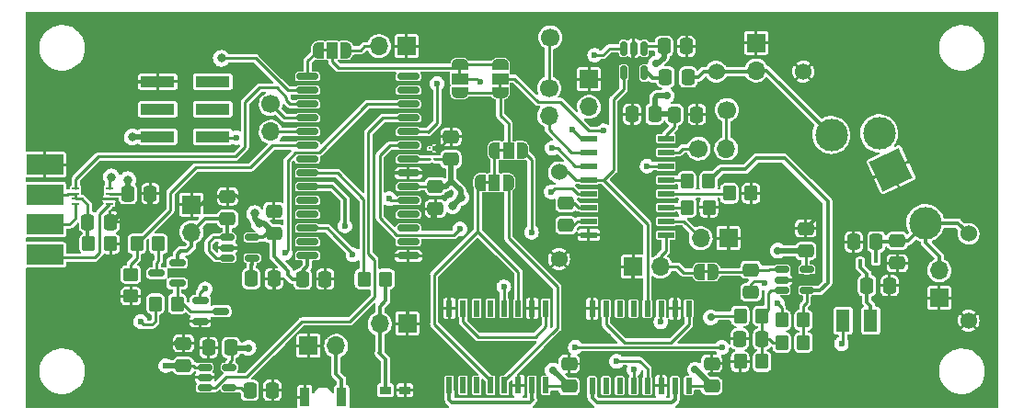
<source format=gtl>
%TF.GenerationSoftware,KiCad,Pcbnew,(6.0.4-0)*%
%TF.CreationDate,2022-04-30T10:11:23-04:00*%
%TF.ProjectId,NanoFox80,4e616e6f-466f-4783-9830-2e6b69636164,rev?*%
%TF.SameCoordinates,Original*%
%TF.FileFunction,Copper,L1,Top*%
%TF.FilePolarity,Positive*%
%FSLAX46Y46*%
G04 Gerber Fmt 4.6, Leading zero omitted, Abs format (unit mm)*
G04 Created by KiCad (PCBNEW (6.0.4-0)) date 2022-04-30 10:11:23*
%MOMM*%
%LPD*%
G01*
G04 APERTURE LIST*
G04 Aperture macros list*
%AMRoundRect*
0 Rectangle with rounded corners*
0 $1 Rounding radius*
0 $2 $3 $4 $5 $6 $7 $8 $9 X,Y pos of 4 corners*
0 Add a 4 corners polygon primitive as box body*
4,1,4,$2,$3,$4,$5,$6,$7,$8,$9,$2,$3,0*
0 Add four circle primitives for the rounded corners*
1,1,$1+$1,$2,$3*
1,1,$1+$1,$4,$5*
1,1,$1+$1,$6,$7*
1,1,$1+$1,$8,$9*
0 Add four rect primitives between the rounded corners*
20,1,$1+$1,$2,$3,$4,$5,0*
20,1,$1+$1,$4,$5,$6,$7,0*
20,1,$1+$1,$6,$7,$8,$9,0*
20,1,$1+$1,$8,$9,$2,$3,0*%
%AMRotRect*
0 Rectangle, with rotation*
0 The origin of the aperture is its center*
0 $1 length*
0 $2 width*
0 $3 Rotation angle, in degrees counterclockwise*
0 Add horizontal line*
21,1,$1,$2,0,0,$3*%
%AMFreePoly0*
4,1,22,0.550000,-0.750000,0.000000,-0.750000,0.000000,-0.745033,-0.079941,-0.743568,-0.215256,-0.701293,-0.333266,-0.622738,-0.424486,-0.514219,-0.481581,-0.384460,-0.499164,-0.250000,-0.500000,-0.250000,-0.500000,0.250000,-0.499164,0.250000,-0.499963,0.256109,-0.478152,0.396186,-0.417904,0.524511,-0.324060,0.630769,-0.204165,0.706417,-0.067858,0.745374,0.000000,0.744959,0.000000,0.750000,
0.550000,0.750000,0.550000,-0.750000,0.550000,-0.750000,$1*%
%AMFreePoly1*
4,1,20,0.000000,0.744959,0.073905,0.744508,0.209726,0.703889,0.328688,0.626782,0.421226,0.519385,0.479903,0.390333,0.500000,0.250000,0.500000,-0.250000,0.499851,-0.262216,0.476331,-0.402017,0.414519,-0.529596,0.319384,-0.634700,0.198574,-0.708877,0.061801,-0.746166,0.000000,-0.745033,0.000000,-0.750000,-0.550000,-0.750000,-0.550000,0.750000,0.000000,0.750000,0.000000,0.744959,
0.000000,0.744959,$1*%
%AMFreePoly2*
4,1,22,0.500000,-0.750000,0.000000,-0.750000,0.000000,-0.745033,-0.079941,-0.743568,-0.215256,-0.701293,-0.333266,-0.622738,-0.424486,-0.514219,-0.481581,-0.384460,-0.499164,-0.250000,-0.500000,-0.250000,-0.500000,0.250000,-0.499164,0.250000,-0.499963,0.256109,-0.478152,0.396186,-0.417904,0.524511,-0.324060,0.630769,-0.204165,0.706417,-0.067858,0.745374,0.000000,0.744959,0.000000,0.750000,
0.500000,0.750000,0.500000,-0.750000,0.500000,-0.750000,$1*%
%AMFreePoly3*
4,1,20,0.000000,0.744959,0.073905,0.744508,0.209726,0.703889,0.328688,0.626782,0.421226,0.519385,0.479903,0.390333,0.500000,0.250000,0.500000,-0.250000,0.499851,-0.262216,0.476331,-0.402017,0.414519,-0.529596,0.319384,-0.634700,0.198574,-0.708877,0.061801,-0.746166,0.000000,-0.745033,0.000000,-0.750000,-0.500000,-0.750000,-0.500000,0.750000,0.000000,0.750000,0.000000,0.744959,
0.000000,0.744959,$1*%
G04 Aperture macros list end*
%TA.AperFunction,ComponentPad*%
%ADD10C,3.000000*%
%TD*%
%TA.AperFunction,ComponentPad*%
%ADD11RotRect,3.000000X3.000000X25.000000*%
%TD*%
%TA.AperFunction,SMDPad,CuDef*%
%ADD12FreePoly0,0.000000*%
%TD*%
%TA.AperFunction,SMDPad,CuDef*%
%ADD13R,1.000000X1.500000*%
%TD*%
%TA.AperFunction,SMDPad,CuDef*%
%ADD14FreePoly1,0.000000*%
%TD*%
%TA.AperFunction,ComponentPad*%
%ADD15C,1.700000*%
%TD*%
%TA.AperFunction,ComponentPad*%
%ADD16O,1.700000X1.700000*%
%TD*%
%TA.AperFunction,SMDPad,CuDef*%
%ADD17RoundRect,0.250000X0.475000X-0.337500X0.475000X0.337500X-0.475000X0.337500X-0.475000X-0.337500X0*%
%TD*%
%TA.AperFunction,SMDPad,CuDef*%
%ADD18FreePoly0,90.000000*%
%TD*%
%TA.AperFunction,SMDPad,CuDef*%
%ADD19R,1.500000X1.000000*%
%TD*%
%TA.AperFunction,SMDPad,CuDef*%
%ADD20FreePoly1,90.000000*%
%TD*%
%TA.AperFunction,SMDPad,CuDef*%
%ADD21RoundRect,0.250000X-0.475000X0.337500X-0.475000X-0.337500X0.475000X-0.337500X0.475000X0.337500X0*%
%TD*%
%TA.AperFunction,SMDPad,CuDef*%
%ADD22RoundRect,0.150000X-0.150000X0.512500X-0.150000X-0.512500X0.150000X-0.512500X0.150000X0.512500X0*%
%TD*%
%TA.AperFunction,SMDPad,CuDef*%
%ADD23RoundRect,0.150000X-0.512500X-0.150000X0.512500X-0.150000X0.512500X0.150000X-0.512500X0.150000X0*%
%TD*%
%TA.AperFunction,ComponentPad*%
%ADD24R,1.700000X1.700000*%
%TD*%
%TA.AperFunction,SMDPad,CuDef*%
%ADD25RoundRect,0.250000X-0.350000X-0.450000X0.350000X-0.450000X0.350000X0.450000X-0.350000X0.450000X0*%
%TD*%
%TA.AperFunction,SMDPad,CuDef*%
%ADD26RoundRect,0.250000X-0.337500X-0.475000X0.337500X-0.475000X0.337500X0.475000X-0.337500X0.475000X0*%
%TD*%
%TA.AperFunction,SMDPad,CuDef*%
%ADD27FreePoly0,270.000000*%
%TD*%
%TA.AperFunction,SMDPad,CuDef*%
%ADD28FreePoly1,270.000000*%
%TD*%
%TA.AperFunction,SMDPad,CuDef*%
%ADD29RoundRect,0.250000X0.350000X0.450000X-0.350000X0.450000X-0.350000X-0.450000X0.350000X-0.450000X0*%
%TD*%
%TA.AperFunction,SMDPad,CuDef*%
%ADD30C,1.524000*%
%TD*%
%TA.AperFunction,ComponentPad*%
%ADD31C,0.600000*%
%TD*%
%TA.AperFunction,SMDPad,CuDef*%
%ADD32R,1.250000X2.000000*%
%TD*%
%TA.AperFunction,SMDPad,CuDef*%
%ADD33FreePoly2,0.000000*%
%TD*%
%TA.AperFunction,SMDPad,CuDef*%
%ADD34FreePoly3,0.000000*%
%TD*%
%TA.AperFunction,SMDPad,CuDef*%
%ADD35R,0.900000X1.700000*%
%TD*%
%TA.AperFunction,SMDPad,CuDef*%
%ADD36RoundRect,0.150000X-0.875000X-0.150000X0.875000X-0.150000X0.875000X0.150000X-0.875000X0.150000X0*%
%TD*%
%TA.AperFunction,SMDPad,CuDef*%
%ADD37R,0.600000X1.500000*%
%TD*%
%TA.AperFunction,SMDPad,CuDef*%
%ADD38RoundRect,0.250000X0.337500X0.475000X-0.337500X0.475000X-0.337500X-0.475000X0.337500X-0.475000X0*%
%TD*%
%TA.AperFunction,SMDPad,CuDef*%
%ADD39RoundRect,0.250000X0.450000X-0.350000X0.450000X0.350000X-0.450000X0.350000X-0.450000X-0.350000X0*%
%TD*%
%TA.AperFunction,SMDPad,CuDef*%
%ADD40R,0.350000X0.350000*%
%TD*%
%TA.AperFunction,SMDPad,CuDef*%
%ADD41R,0.750000X0.250000*%
%TD*%
%TA.AperFunction,SMDPad,CuDef*%
%ADD42RoundRect,0.150000X-0.587500X-0.150000X0.587500X-0.150000X0.587500X0.150000X-0.587500X0.150000X0*%
%TD*%
%TA.AperFunction,SMDPad,CuDef*%
%ADD43R,1.000000X0.800000*%
%TD*%
%TA.AperFunction,SMDPad,CuDef*%
%ADD44RoundRect,0.150000X0.587500X0.150000X-0.587500X0.150000X-0.587500X-0.150000X0.587500X-0.150000X0*%
%TD*%
%TA.AperFunction,SMDPad,CuDef*%
%ADD45C,0.250000*%
%TD*%
%TA.AperFunction,SMDPad,CuDef*%
%ADD46R,1.500000X0.600000*%
%TD*%
%TA.AperFunction,SMDPad,CuDef*%
%ADD47R,3.150000X1.000000*%
%TD*%
%TA.AperFunction,SMDPad,CuDef*%
%ADD48R,3.480000X1.846667*%
%TD*%
%TA.AperFunction,ViaPad*%
%ADD49C,0.600000*%
%TD*%
%TA.AperFunction,ViaPad*%
%ADD50C,0.800000*%
%TD*%
%TA.AperFunction,ViaPad*%
%ADD51C,0.700000*%
%TD*%
%TA.AperFunction,Conductor*%
%ADD52C,0.350000*%
%TD*%
%TA.AperFunction,Conductor*%
%ADD53C,0.250000*%
%TD*%
%TA.AperFunction,Conductor*%
%ADD54C,0.500000*%
%TD*%
G04 APERTURE END LIST*
%TO.C,JP102*%
G36*
X122950000Y-72130000D02*
G01*
X122450000Y-72130000D01*
X122450000Y-71880000D01*
X122950000Y-71880000D01*
X122950000Y-72130000D01*
G37*
%TO.C,JP105*%
G36*
X124030000Y-63340000D02*
G01*
X123780000Y-63340000D01*
X123780000Y-62840000D01*
X124030000Y-62840000D01*
X124030000Y-63340000D01*
G37*
%TO.C,JP104*%
G36*
X120330000Y-62020000D02*
G01*
X120080000Y-62020000D01*
X120080000Y-61520000D01*
X120330000Y-61520000D01*
X120330000Y-62020000D01*
G37*
%TO.C,JP103*%
G36*
X124250000Y-69170000D02*
G01*
X123750000Y-69170000D01*
X123750000Y-68920000D01*
X124250000Y-68920000D01*
X124250000Y-69170000D01*
G37*
%TO.C,JP101*%
G36*
X108040000Y-59940000D02*
G01*
X107540000Y-59940000D01*
X107540000Y-59690000D01*
X108040000Y-59690000D01*
X108040000Y-59940000D01*
G37*
%TO.C,JP106*%
G36*
X143120000Y-80360000D02*
G01*
X142620000Y-80360000D01*
X142620000Y-80110000D01*
X143120000Y-80110000D01*
X143120000Y-80360000D01*
G37*
%TD*%
D10*
%TO.P,L101,2,TAP*%
%TO.N,Net-(C102-Pad1)*%
X158790000Y-67460000D03*
%TO.P,L101,1,1*%
%TO.N,Net-(AE101-Pad2)*%
X163040000Y-75740000D03*
%TO.P,L101,2,TAP*%
%TO.N,Net-(C102-Pad1)*%
X154380000Y-67620000D03*
D11*
%TO.P,L101,3,3*%
%TO.N,GND*%
X159870000Y-70820000D03*
%TD*%
D12*
%TO.P,JP102,1,A*%
%TO.N,Net-(JP102-Pad1)*%
X122060000Y-72020000D03*
D13*
%TO.P,JP102,2,C*%
%TO.N,Net-(JP102-Pad2)*%
X123360000Y-72020000D03*
D14*
%TO.P,JP102,3,B*%
%TO.N,Net-(JP102-Pad3)*%
X124660000Y-72020000D03*
%TD*%
D15*
%TO.P,J107,1,Pin_1*%
%TO.N,Net-(J107-Pad1)*%
X142170000Y-68880000D03*
D16*
%TO.P,J107,2,Pin_2*%
%TO.N,Net-(J107-Pad2)*%
X144710000Y-68880000D03*
%TD*%
D17*
%TO.P,C116,1*%
%TO.N,+5V*%
X130260000Y-90787500D03*
%TO.P,C116,2*%
%TO.N,GND*%
X130260000Y-88712500D03*
%TD*%
D18*
%TO.P,JP105,1,A*%
%TO.N,Net-(JP103-Pad2)*%
X123920000Y-63730000D03*
D19*
%TO.P,JP105,2,C*%
%TO.N,Net-(JP105-Pad2)*%
X123920000Y-62430000D03*
D20*
%TO.P,JP105,3,B*%
%TO.N,Net-(JP101-Pad2)*%
X123920000Y-61130000D03*
%TD*%
D21*
%TO.P,C103,1*%
%TO.N,GND*%
X98830000Y-73272500D03*
%TO.P,C103,2*%
%TO.N,+BATT*%
X98830000Y-75347500D03*
%TD*%
%TO.P,C114,1*%
%TO.N,Net-(C114-Pad1)*%
X129970000Y-73872500D03*
%TO.P,C114,2*%
%TO.N,Net-(C114-Pad2)*%
X129970000Y-75947500D03*
%TD*%
D22*
%TO.P,U101,5,~{OUT}*%
%TO.N,Net-(C102-Pad2)*%
X137160000Y-61907500D03*
%TO.P,U101,4,IN-*%
%TO.N,Net-(U101-Pad4)*%
X135260000Y-61907500D03*
%TO.P,U101,3,IN+*%
%TO.N,Net-(U101-Pad3)*%
X135260000Y-59632500D03*
%TO.P,U101,2,GND*%
%TO.N,GND*%
X136210000Y-59632500D03*
%TO.P,U101,1,Vdd*%
%TO.N,+5V*%
X137160000Y-59632500D03*
%TD*%
D23*
%TO.P,U108,1,VIN*%
%TO.N,+BATT*%
X96722500Y-89030000D03*
%TO.P,U108,2,GND*%
%TO.N,GND*%
X96722500Y-89980000D03*
%TO.P,U108,3,ON/~{OFF}*%
%TO.N,Enable_5V*%
X96722500Y-90930000D03*
%TO.P,U108,4,BP*%
%TO.N,Net-(C120-Pad1)*%
X98997500Y-90930000D03*
%TO.P,U108,5,VOUT*%
%TO.N,+5V*%
X98997500Y-89030000D03*
%TD*%
D24*
%TO.P,J109,1,Pin_1*%
%TO.N,GND*%
X115300000Y-59435000D03*
D16*
%TO.P,J109,2,Pin_2*%
%TO.N,Net-(J109-Pad2)*%
X112760000Y-59435000D03*
%TD*%
D25*
%TO.P,R109,1*%
%TO.N,+BATT*%
X92190000Y-83180000D03*
%TO.P,R109,2*%
%TO.N,Net-(Q101-Pad1)*%
X94190000Y-83180000D03*
%TD*%
D26*
%TO.P,C122,1*%
%TO.N,+3V3*%
X89642500Y-73040000D03*
%TO.P,C122,2*%
%TO.N,GND*%
X91717500Y-73040000D03*
%TD*%
D27*
%TO.P,JP104,1,A*%
%TO.N,Net-(JP101-Pad2)*%
X120190000Y-61130000D03*
D19*
%TO.P,JP104,2,C*%
%TO.N,Net-(JP104-Pad2)*%
X120190000Y-62430000D03*
D28*
%TO.P,JP104,3,B*%
%TO.N,Net-(JP103-Pad2)*%
X120190000Y-63730000D03*
%TD*%
D24*
%TO.P,BT101,1,-*%
%TO.N,GND*%
X95510000Y-74030000D03*
D16*
%TO.P,BT101,2,+*%
%TO.N,+BATT*%
X95510000Y-76570000D03*
%TD*%
D12*
%TO.P,JP103,1,A*%
%TO.N,Net-(JP102-Pad2)*%
X123360000Y-69060000D03*
D13*
%TO.P,JP103,2,C*%
%TO.N,Net-(JP103-Pad2)*%
X124660000Y-69060000D03*
D14*
%TO.P,JP103,3,B*%
%TO.N,Net-(JP103-Pad3)*%
X125960000Y-69060000D03*
%TD*%
D29*
%TO.P,R104,1*%
%TO.N,Net-(R103-Pad2)*%
X143110000Y-71890000D03*
%TO.P,R104,2*%
%TO.N,Net-(R104-Pad2)*%
X141110000Y-71890000D03*
%TD*%
D30*
%TO.P,W103,1,Pin_1*%
%TO.N,Net-(U101-Pad4)*%
X129320000Y-71060000D03*
D31*
X129320000Y-71060000D03*
%TO.P,W103,2,Pin_2*%
%TO.N,GND*%
X129320000Y-79060000D03*
D30*
X129320000Y-79060000D03*
%TD*%
D12*
%TO.P,JP101,1,A*%
%TO.N,Net-(JP101-Pad1)*%
X107150000Y-59830000D03*
D13*
%TO.P,JP101,2,C*%
%TO.N,Net-(JP101-Pad2)*%
X108450000Y-59830000D03*
D14*
%TO.P,JP101,3,B*%
%TO.N,Net-(J109-Pad2)*%
X109750000Y-59830000D03*
%TD*%
D26*
%TO.P,C120,1*%
%TO.N,Net-(C120-Pad1)*%
X100870000Y-91160000D03*
%TO.P,C120,2*%
%TO.N,GND*%
X102945000Y-91160000D03*
%TD*%
D32*
%TO.P,FB101,1*%
%TO.N,Net-(D102-Pad1)*%
X158015000Y-84740000D03*
%TO.P,FB101,2*%
%TO.N,Net-(U105-Pad12)*%
X155465000Y-84740000D03*
%TD*%
D33*
%TO.P,JP106,1,A*%
%TO.N,Net-(J114-Pad2)*%
X142230000Y-80240000D03*
D34*
%TO.P,JP106,2,B*%
%TO.N,Net-(C115-Pad1)*%
X143530000Y-80240000D03*
%TD*%
D35*
%TO.P,SW101,1,A*%
%TO.N,Net-(J112-Pad2)*%
X109320000Y-91780000D03*
%TO.P,SW101,2,B*%
%TO.N,GND*%
X105920000Y-91780000D03*
%TD*%
D36*
%TO.P,U105,1,PA7*%
%TO.N,Net-(JP101-Pad1)*%
X106170000Y-62235000D03*
%TO.P,U105,2,PC0/TxD1*%
%TO.N,Net-(U105-Pad2)*%
X106170000Y-63505000D03*
%TO.P,U105,3,PC1/RxD1*%
%TO.N,Net-(U105-Pad3)*%
X106170000Y-64775000D03*
%TO.P,U105,4,PC2/SDA*%
%TO.N,Net-(J110-Pad1)*%
X106170000Y-66045000D03*
%TO.P,U105,5,PC3/SCL*%
%TO.N,Net-(J110-Pad2)*%
X106170000Y-67315000D03*
%TO.P,U105,6,PD0/AIN0*%
%TO.N,Vbat*%
X106170000Y-68585000D03*
%TO.P,U105,7,PD1*%
%TO.N,unconnected-(U105-Pad7)*%
X106170000Y-69855000D03*
%TO.P,U105,8,PD2*%
%TO.N,Net-(R108-Pad1)*%
X106170000Y-71125000D03*
%TO.P,U105,9,PD3*%
%TO.N,Net-(J112-Pad2)*%
X106170000Y-72395000D03*
%TO.P,U105,10,PD4*%
%TO.N,unconnected-(U105-Pad10)*%
X106170000Y-73665000D03*
%TO.P,U105,11,PD5*%
%TO.N,unconnected-(U105-Pad11)*%
X106170000Y-74935000D03*
%TO.P,U105,12,PD6/DAC*%
%TO.N,Net-(U105-Pad12)*%
X106170000Y-76205000D03*
%TO.P,U105,13,PD7*%
%TO.N,unconnected-(U105-Pad13)*%
X106170000Y-77475000D03*
%TO.P,U105,14,AVDD*%
%TO.N,+3V3*%
X106170000Y-78745000D03*
%TO.P,U105,15,GND*%
%TO.N,GND*%
X115470000Y-78745000D03*
%TO.P,U105,16,PF0/XTAL32k1*%
%TO.N,unconnected-(U105-Pad16)*%
X115470000Y-77475000D03*
%TO.P,U105,17,PF1/XTAL32k2*%
%TO.N,unconnected-(U105-Pad17)*%
X115470000Y-76205000D03*
%TO.P,U105,18,PF6/~{RESET}*%
%TO.N,unconnected-(U105-Pad18)*%
X115470000Y-74935000D03*
%TO.P,U105,19,UDPI*%
%TO.N,Net-(P101-Pad1)*%
X115470000Y-73665000D03*
%TO.P,U105,20,VDD*%
%TO.N,+3V3*%
X115470000Y-72395000D03*
%TO.P,U105,21,GND*%
%TO.N,GND*%
X115470000Y-71125000D03*
%TO.P,U105,22,PA0/EXTCLK*%
%TO.N,Net-(U105-Pad22)*%
X115470000Y-69855000D03*
%TO.P,U105,23,PA1*%
%TO.N,Net-(U104-Pad5)*%
X115470000Y-68585000D03*
%TO.P,U105,24,PA2*%
%TO.N,Net-(U101-Pad3)*%
X115470000Y-67315000D03*
%TO.P,U105,25,PA3*%
%TO.N,Enable_5V*%
X115470000Y-66045000D03*
%TO.P,U105,26,PA4*%
%TO.N,Enable_Vdiv*%
X115470000Y-64775000D03*
%TO.P,U105,27,PA5*%
%TO.N,unconnected-(U105-Pad27)*%
X115470000Y-63505000D03*
%TO.P,U105,28,PA6*%
%TO.N,unconnected-(U105-Pad28)*%
X115470000Y-62235000D03*
%TD*%
D26*
%TO.P,C109,1*%
%TO.N,GND*%
X136050000Y-65700000D03*
%TO.P,C109,2*%
%TO.N,+5V*%
X138125000Y-65700000D03*
%TD*%
D37*
%TO.P,U107,1,1~{CLK}A*%
%TO.N,Net-(U107-Pad1)*%
X128125000Y-83600000D03*
%TO.P,U107,2,1CLR*%
%TO.N,GND*%
X126855000Y-83600000D03*
%TO.P,U107,3,1QA*%
%TO.N,Net-(JP102-Pad1)*%
X125585000Y-83600000D03*
%TO.P,U107,4,1~{CLK}B*%
%TO.N,Net-(JP103-Pad3)*%
X124315000Y-83600000D03*
%TO.P,U107,5,1QB*%
%TO.N,unconnected-(U107-Pad5)*%
X123045000Y-83600000D03*
%TO.P,U107,6,1QC*%
%TO.N,unconnected-(U107-Pad6)*%
X121775000Y-83600000D03*
%TO.P,U107,7,1QD*%
%TO.N,Net-(U107-Pad1)*%
X120505000Y-83600000D03*
%TO.P,U107,8,GND*%
%TO.N,GND*%
X119235000Y-83600000D03*
%TO.P,U107,9,2QD*%
%TO.N,Net-(U107-Pad15)*%
X119235000Y-90700000D03*
%TO.P,U107,10,2QC*%
%TO.N,unconnected-(U107-Pad10)*%
X120505000Y-90700000D03*
%TO.P,U107,11,2QB*%
%TO.N,unconnected-(U107-Pad11)*%
X121775000Y-90700000D03*
%TO.P,U107,12,2~{CLK}B*%
%TO.N,Net-(JP102-Pad1)*%
X123045000Y-90700000D03*
%TO.P,U107,13,2QA*%
%TO.N,Net-(JP102-Pad3)*%
X124315000Y-90700000D03*
%TO.P,U107,14,2CLR*%
%TO.N,GND*%
X125585000Y-90700000D03*
%TO.P,U107,15,2~{CLK}A*%
%TO.N,Net-(U107-Pad15)*%
X126855000Y-90700000D03*
%TO.P,U107,16,VCC*%
%TO.N,+5V*%
X128125000Y-90700000D03*
%TD*%
D24*
%TO.P,J106,1,Pin_1*%
%TO.N,GND*%
X144900000Y-77130000D03*
D16*
%TO.P,J106,2,Pin_2*%
%TO.N,Net-(J106-Pad2)*%
X142360000Y-77130000D03*
%TD*%
D15*
%TO.P,J110,1,Pin_1*%
%TO.N,Net-(J110-Pad1)*%
X102800000Y-64785000D03*
D16*
%TO.P,J110,2,Pin_2*%
%TO.N,Net-(J110-Pad2)*%
X102800000Y-67325000D03*
%TD*%
D15*
%TO.P,J104,1,Pin_1*%
%TO.N,Net-(J103-Pad1)*%
X128410000Y-63310000D03*
D16*
%TO.P,J104,2,Pin_2*%
%TO.N,Net-(J104-Pad2)*%
X128410000Y-65850000D03*
%TD*%
D17*
%TO.P,C113,1*%
%TO.N,GND*%
X117960000Y-74417500D03*
%TO.P,C113,2*%
%TO.N,+3V3*%
X117960000Y-72342500D03*
%TD*%
D25*
%TO.P,R108,1*%
%TO.N,Net-(R108-Pad1)*%
X111370000Y-80900000D03*
%TO.P,R108,2*%
%TO.N,Net-(D101-Pad2)*%
X113370000Y-80900000D03*
%TD*%
D38*
%TO.P,C102,1*%
%TO.N,Net-(C102-Pad1)*%
X141207500Y-62290000D03*
%TO.P,C102,2*%
%TO.N,Net-(C102-Pad2)*%
X139132500Y-62290000D03*
%TD*%
D39*
%TO.P,R111,1*%
%TO.N,GND*%
X89920000Y-82480000D03*
%TO.P,R111,2*%
%TO.N,Vbat*%
X89920000Y-80480000D03*
%TD*%
D26*
%TO.P,C107,1*%
%TO.N,Net-(C107-Pad1)*%
X101012500Y-80860000D03*
%TO.P,C107,2*%
%TO.N,GND*%
X103087500Y-80860000D03*
%TD*%
D24*
%TO.P,AE101,1,Shield*%
%TO.N,GND*%
X164310000Y-82635000D03*
D16*
%TO.P,AE101,2,A*%
%TO.N,Net-(AE101-Pad2)*%
X164310000Y-80095000D03*
%TD*%
D30*
%TO.P,W102,1,Pin_1*%
%TO.N,Net-(AE101-Pad2)*%
X167010000Y-76730000D03*
D31*
X167010000Y-76730000D03*
%TO.P,W102,2,Pin_2*%
%TO.N,GND*%
X167010000Y-84730000D03*
D30*
X167010000Y-84730000D03*
%TD*%
D40*
%TO.P,D102,1,K*%
%TO.N,Net-(D102-Pad1)*%
X157035000Y-79270000D03*
%TO.P,D102,2,A*%
%TO.N,Net-(AE101-Pad2)*%
X158485000Y-79270000D03*
%TD*%
D25*
%TO.P,R101,1*%
%TO.N,GND*%
X145997500Y-88500000D03*
%TO.P,R101,2*%
%TO.N,Net-(C108-Pad2)*%
X147997500Y-88500000D03*
%TD*%
D26*
%TO.P,C112,1*%
%TO.N,+3V3*%
X105732500Y-80910000D03*
%TO.P,C112,2*%
%TO.N,GND*%
X107807500Y-80910000D03*
%TD*%
D21*
%TO.P,C118,1*%
%TO.N,GND*%
X94770000Y-86812500D03*
%TO.P,C118,2*%
%TO.N,+BATT*%
X94770000Y-88887500D03*
%TD*%
D26*
%TO.P,C119,1*%
%TO.N,GND*%
X97072500Y-87210000D03*
%TO.P,C119,2*%
%TO.N,+5V*%
X99147500Y-87210000D03*
%TD*%
D25*
%TO.P,R103,1*%
%TO.N,Net-(C108-Pad2)*%
X149827500Y-86760000D03*
%TO.P,R103,2*%
%TO.N,Net-(R103-Pad2)*%
X151827500Y-86760000D03*
%TD*%
D21*
%TO.P,C111,1*%
%TO.N,GND*%
X152040000Y-76232500D03*
%TO.P,C111,2*%
%TO.N,+5V*%
X152040000Y-78307500D03*
%TD*%
D24*
%TO.P,J112,1,Pin_1*%
%TO.N,GND*%
X106280000Y-87060000D03*
D16*
%TO.P,J112,2,Pin_2*%
%TO.N,Net-(J112-Pad2)*%
X108820000Y-87060000D03*
%TD*%
D15*
%TO.P,J108,1,Pin_1*%
%TO.N,Net-(J107-Pad2)*%
X144770000Y-65310000D03*
%TD*%
D41*
%TO.P,U109,1,B2*%
%TO.N,Net-(J111-Pad9)*%
X87940000Y-74010000D03*
%TO.P,U109,2,GND*%
%TO.N,GND*%
X87940000Y-73510000D03*
%TO.P,U109,3,VCCA*%
%TO.N,+3V3*%
X87940000Y-73010000D03*
%TO.P,U109,4,A2*%
%TO.N,Net-(U105-Pad2)*%
X87940000Y-72510000D03*
%TO.P,U109,5,A1*%
%TO.N,Net-(U105-Pad3)*%
X84840000Y-72510000D03*
%TO.P,U109,6,OE*%
%TO.N,Net-(J111-Pad7)*%
X84840000Y-73010000D03*
%TO.P,U109,7,VCCB*%
X84840000Y-73510000D03*
%TO.P,U109,8,B1*%
%TO.N,Net-(J111-Pad8)*%
X84840000Y-74010000D03*
%TD*%
D25*
%TO.P,R105,1*%
%TO.N,Net-(R105-Pad1)*%
X141120000Y-74280000D03*
%TO.P,R105,2*%
%TO.N,GND*%
X143120000Y-74280000D03*
%TD*%
%TO.P,R110,1*%
%TO.N,Vbat*%
X90460000Y-77650000D03*
%TO.P,R110,2*%
%TO.N,Net-(Q101-Pad3)*%
X92460000Y-77650000D03*
%TD*%
D42*
%TO.P,Q102,1,G*%
%TO.N,Enable_Vdiv*%
X96312500Y-82910000D03*
%TO.P,Q102,2,S*%
%TO.N,GND*%
X96312500Y-84810000D03*
%TO.P,Q102,3,D*%
%TO.N,Net-(Q101-Pad1)*%
X98187500Y-83860000D03*
%TD*%
D43*
%TO.P,D101,1,K*%
%TO.N,GND*%
X115160000Y-91130000D03*
%TO.P,D101,2,A*%
%TO.N,Net-(D101-Pad2)*%
X113360000Y-91130000D03*
%TD*%
D30*
%TO.P,W101,1,Pin_1*%
%TO.N,Net-(C102-Pad1)*%
X143800000Y-61790000D03*
D31*
X143800000Y-61790000D03*
%TO.P,W101,2,Pin_2*%
%TO.N,GND*%
X151800000Y-61790000D03*
D30*
X151800000Y-61790000D03*
%TD*%
D26*
%TO.P,C108,1*%
%TO.N,GND*%
X145940000Y-86420000D03*
%TO.P,C108,2*%
%TO.N,Net-(C108-Pad2)*%
X148015000Y-86420000D03*
%TD*%
D44*
%TO.P,Q101,1,G*%
%TO.N,Net-(Q101-Pad1)*%
X94187500Y-81300000D03*
%TO.P,Q101,2,S*%
%TO.N,+BATT*%
X94187500Y-79400000D03*
%TO.P,Q101,3,D*%
%TO.N,Net-(Q101-Pad3)*%
X92312500Y-80350000D03*
%TD*%
D21*
%TO.P,C115,1*%
%TO.N,Net-(C115-Pad1)*%
X146980000Y-80042500D03*
%TO.P,C115,2*%
%TO.N,Net-(C115-Pad2)*%
X146980000Y-82117500D03*
%TD*%
D38*
%TO.P,C105,1*%
%TO.N,Net-(AE101-Pad2)*%
X158517500Y-77470000D03*
%TO.P,C105,2*%
%TO.N,GND*%
X156442500Y-77470000D03*
%TD*%
D23*
%TO.P,U103,1*%
%TO.N,Net-(C115-Pad1)*%
X149860000Y-80020000D03*
%TO.P,U103,2,V-*%
%TO.N,GND*%
X149860000Y-80970000D03*
%TO.P,U103,3,+*%
%TO.N,Net-(C108-Pad2)*%
X149860000Y-81920000D03*
%TO.P,U103,4,-*%
%TO.N,Net-(R103-Pad2)*%
X152135000Y-81920000D03*
%TO.P,U103,5,V+*%
%TO.N,+5V*%
X152135000Y-80020000D03*
%TD*%
D45*
%TO.P,X101,4,GND*%
%TO.N,GND*%
X117845000Y-68850000D03*
%TO.P,X101,3,Vdd*%
%TO.N,+3V3*%
X117845000Y-69850000D03*
%TO.P,X101,2,OUT*%
%TO.N,Net-(U105-Pad22)*%
X117425000Y-69850000D03*
%TO.P,X101,1,NC*%
%TO.N,unconnected-(X101-Pad1)*%
X117425000Y-68850000D03*
%TD*%
D38*
%TO.P,C106,1*%
%TO.N,GND*%
X159737500Y-81510000D03*
%TO.P,C106,2*%
%TO.N,Net-(D102-Pad1)*%
X157662500Y-81510000D03*
%TD*%
D25*
%TO.P,R107,1*%
%TO.N,Net-(R107-Pad1)*%
X144990000Y-72990000D03*
%TO.P,R107,2*%
%TO.N,GND*%
X146990000Y-72990000D03*
%TD*%
D46*
%TO.P,U104,1,PCP*%
%TO.N,Net-(J105-Pad2)*%
X132060000Y-67955000D03*
%TO.P,U104,2,PC1*%
%TO.N,Net-(J104-Pad2)*%
X132060000Y-69225000D03*
%TO.P,U104,3,RefIn*%
%TO.N,Net-(JP104-Pad2)*%
X132060000Y-70495000D03*
%TO.P,U104,4,FOUT*%
%TO.N,Net-(U101-Pad4)*%
X132060000Y-71765000D03*
%TO.P,U104,5,Inh*%
%TO.N,Net-(U104-Pad5)*%
X132060000Y-73035000D03*
%TO.P,U104,6,C1*%
%TO.N,Net-(C114-Pad1)*%
X132060000Y-74305000D03*
%TO.P,U104,7,C2*%
%TO.N,Net-(C114-Pad2)*%
X132060000Y-75575000D03*
%TO.P,U104,8,VSS*%
%TO.N,GND*%
X132060000Y-76845000D03*
%TO.P,U104,9,VCOin*%
%TO.N,Net-(J114-Pad2)*%
X139160000Y-76845000D03*
%TO.P,U104,10,SFout*%
%TO.N,Net-(J106-Pad2)*%
X139160000Y-75575000D03*
%TO.P,U104,11,R1*%
%TO.N,Net-(R105-Pad1)*%
X139160000Y-74305000D03*
%TO.P,U104,12,R2*%
%TO.N,Net-(R107-Pad1)*%
X139160000Y-73035000D03*
%TO.P,U104,13,PC2*%
%TO.N,Net-(R104-Pad2)*%
X139160000Y-71765000D03*
%TO.P,U104,14,SigIn*%
%TO.N,Net-(JP105-Pad2)*%
X139160000Y-70495000D03*
%TO.P,U104,15,ZOUT*%
%TO.N,Net-(J107-Pad1)*%
X139160000Y-69225000D03*
%TO.P,U104,16,VDD*%
%TO.N,+5V*%
X139160000Y-67955000D03*
%TD*%
D24*
%TO.P,J113,1,Pin_1*%
%TO.N,GND*%
X115360000Y-85005000D03*
D16*
%TO.P,J113,2,Pin_2*%
%TO.N,Net-(D101-Pad2)*%
X112820000Y-85005000D03*
%TD*%
D17*
%TO.P,C117,1*%
%TO.N,+5V*%
X143380000Y-90747500D03*
%TO.P,C117,2*%
%TO.N,GND*%
X143380000Y-88672500D03*
%TD*%
D21*
%TO.P,C104,1*%
%TO.N,GND*%
X103100000Y-74622500D03*
%TO.P,C104,2*%
%TO.N,+3V3*%
X103100000Y-76697500D03*
%TD*%
D24*
%TO.P,J114,1,Pin_1*%
%TO.N,GND*%
X136140000Y-79755000D03*
D16*
%TO.P,J114,2,Pin_2*%
%TO.N,Net-(J114-Pad2)*%
X138680000Y-79755000D03*
%TD*%
D38*
%TO.P,C123,1*%
%TO.N,GND*%
X88037500Y-75640000D03*
%TO.P,C123,2*%
%TO.N,Net-(J111-Pad7)*%
X85962500Y-75640000D03*
%TD*%
D21*
%TO.P,C121,1*%
%TO.N,GND*%
X119370000Y-67782500D03*
%TO.P,C121,2*%
%TO.N,+3V3*%
X119370000Y-69857500D03*
%TD*%
D38*
%TO.P,C110,1*%
%TO.N,GND*%
X142015000Y-65730000D03*
%TO.P,C110,2*%
%TO.N,+5V*%
X139940000Y-65730000D03*
%TD*%
D25*
%TO.P,R102,1*%
%TO.N,+5V*%
X145997500Y-84300000D03*
%TO.P,R102,2*%
%TO.N,Net-(C108-Pad2)*%
X147997500Y-84300000D03*
%TD*%
%TO.P,R106,1*%
%TO.N,Net-(C115-Pad2)*%
X149827500Y-84680000D03*
%TO.P,R106,2*%
%TO.N,Net-(R103-Pad2)*%
X151827500Y-84680000D03*
%TD*%
D15*
%TO.P,J103,1,Pin_1*%
%TO.N,Net-(J103-Pad1)*%
X128500000Y-58640000D03*
%TD*%
D21*
%TO.P,C105,1*%
%TO.N,Net-(AE101-Pad2)*%
X160450000Y-77362500D03*
%TO.P,C105,2*%
%TO.N,GND*%
X160450000Y-79437500D03*
%TD*%
D37*
%TO.P,U106,1,1~{CLK}A*%
%TO.N,Net-(U106-Pad1)*%
X141255000Y-83630000D03*
%TO.P,U106,2,1CLR*%
%TO.N,GND*%
X139985000Y-83630000D03*
%TO.P,U106,3,1QA*%
%TO.N,Net-(U106-Pad12)*%
X138715000Y-83630000D03*
%TO.P,U106,4,1~{CLK}B*%
%TO.N,Net-(U101-Pad4)*%
X137445000Y-83630000D03*
%TO.P,U106,5,1QB*%
%TO.N,unconnected-(U106-Pad5)*%
X136175000Y-83630000D03*
%TO.P,U106,6,1QC*%
%TO.N,unconnected-(U106-Pad6)*%
X134905000Y-83630000D03*
%TO.P,U106,7,1QD*%
%TO.N,Net-(U106-Pad1)*%
X133635000Y-83630000D03*
%TO.P,U106,8,GND*%
%TO.N,GND*%
X132365000Y-83630000D03*
%TO.P,U106,9,2QD*%
%TO.N,Net-(U106-Pad15)*%
X132365000Y-90730000D03*
%TO.P,U106,10,2QC*%
%TO.N,unconnected-(U106-Pad10)*%
X133635000Y-90730000D03*
%TO.P,U106,11,2QB*%
%TO.N,unconnected-(U106-Pad11)*%
X134905000Y-90730000D03*
%TO.P,U106,12,2~{CLK}B*%
%TO.N,Net-(U106-Pad12)*%
X136175000Y-90730000D03*
%TO.P,U106,13,2QA*%
%TO.N,Net-(JP103-Pad3)*%
X137445000Y-90730000D03*
%TO.P,U106,14,2CLR*%
%TO.N,GND*%
X138715000Y-90730000D03*
%TO.P,U106,15,2~{CLK}A*%
%TO.N,Net-(U106-Pad15)*%
X139985000Y-90730000D03*
%TO.P,U106,16,VCC*%
%TO.N,+5V*%
X141255000Y-90730000D03*
%TD*%
D24*
%TO.P,J101,1,Pin_1*%
%TO.N,GND*%
X147460000Y-59140000D03*
D16*
%TO.P,J101,2,Pin_2*%
%TO.N,Net-(C102-Pad1)*%
X147460000Y-61680000D03*
%TD*%
D29*
%TO.P,R112,1*%
%TO.N,GND*%
X88050000Y-77650000D03*
%TO.P,R112,2*%
%TO.N,Net-(J111-Pad7)*%
X86050000Y-77650000D03*
%TD*%
D23*
%TO.P,U102,1,VIN*%
%TO.N,+BATT*%
X98822500Y-77070000D03*
%TO.P,U102,2,GND*%
%TO.N,GND*%
X98822500Y-78020000D03*
%TO.P,U102,3,ON/~{OFF}*%
%TO.N,+BATT*%
X98822500Y-78970000D03*
%TO.P,U102,4,BP*%
%TO.N,Net-(C107-Pad1)*%
X101097500Y-78970000D03*
%TO.P,U102,5,VOUT*%
%TO.N,+3V3*%
X101097500Y-77070000D03*
%TD*%
D24*
%TO.P,J105,1,Pin_1*%
%TO.N,GND*%
X132085000Y-62490000D03*
D16*
%TO.P,J105,2,Pin_2*%
%TO.N,Net-(J105-Pad2)*%
X132085000Y-65030000D03*
%TD*%
D38*
%TO.P,C101,1*%
%TO.N,GND*%
X141057500Y-59460000D03*
%TO.P,C101,2*%
%TO.N,+5V*%
X138982500Y-59460000D03*
%TD*%
D47*
%TO.P,P101,1,Pin_1*%
%TO.N,Net-(P101-Pad1)*%
X97450000Y-67780000D03*
%TO.P,P101,2,Pin_2*%
%TO.N,+3V3*%
X92400000Y-67780000D03*
%TO.P,P101,3,Pin_3*%
%TO.N,unconnected-(P101-Pad3)*%
X97450000Y-65240000D03*
%TO.P,P101,4,Pin_4*%
%TO.N,unconnected-(P101-Pad4)*%
X92400000Y-65240000D03*
%TO.P,P101,5,Pin_5*%
%TO.N,unconnected-(P101-Pad5)*%
X97450000Y-62700000D03*
%TO.P,P101,6,Pin_6*%
%TO.N,GND*%
X92400000Y-62700000D03*
%TD*%
D48*
%TO.P,J111,6,6*%
%TO.N,GND*%
X82000000Y-70345000D03*
%TO.P,J111,7,7*%
%TO.N,Net-(J111-Pad7)*%
X82000000Y-73115000D03*
%TO.P,J111,8,8*%
%TO.N,Net-(J111-Pad8)*%
X82000000Y-75885000D03*
%TO.P,J111,9,9*%
%TO.N,Net-(J111-Pad9)*%
X82000000Y-78655000D03*
%TD*%
D49*
%TO.N,GND*%
X148690000Y-70970000D03*
D50*
X125270000Y-85410000D03*
D49*
X120750000Y-71280000D03*
X114450000Y-82990000D03*
D50*
X111190000Y-62300000D03*
D49*
X136250000Y-68920000D03*
D50*
X116792000Y-92090000D03*
D49*
X122280000Y-65140000D03*
X148640000Y-77600000D03*
D50*
X154414000Y-56820000D03*
X108480000Y-66550000D03*
X112600000Y-68410000D03*
X84660000Y-76610000D03*
X151656000Y-92120000D03*
X169110000Y-65744000D03*
X111860000Y-92100000D03*
D49*
X117215235Y-65700219D03*
X94570000Y-85310000D03*
X114958451Y-81042889D03*
D50*
X122242000Y-56790000D03*
D49*
X93010000Y-85340000D03*
D50*
X154348000Y-92120000D03*
X159798000Y-56820000D03*
D49*
X148830000Y-74950000D03*
D50*
X89902000Y-56800000D03*
D49*
X117231420Y-62280003D03*
X147390000Y-67670000D03*
X101879820Y-77973521D03*
X94720000Y-68800000D03*
D50*
X126163142Y-79716858D03*
X143712000Y-92090000D03*
X111438000Y-56800000D03*
X127626000Y-56790000D03*
D49*
X146810000Y-69210000D03*
X104080000Y-85100000D03*
X151030000Y-82920000D03*
D50*
X131240000Y-83980000D03*
X106054000Y-56800000D03*
X95220000Y-92100000D03*
D49*
X123140000Y-66320000D03*
D50*
X108510000Y-70270000D03*
D49*
X89860000Y-63320000D03*
X113320000Y-78780000D03*
X92770000Y-70550000D03*
X151870000Y-74680000D03*
D50*
X113690000Y-70460000D03*
X116858000Y-56790000D03*
D49*
X103410000Y-83380000D03*
D50*
X133010000Y-56790000D03*
X104580000Y-92100000D03*
X169110000Y-79004000D03*
D49*
X154390000Y-72840000D03*
D50*
X132860000Y-85390000D03*
D49*
X152670000Y-71210000D03*
D50*
X139420000Y-81880000D03*
X135440000Y-85630000D03*
D49*
X106540000Y-82650000D03*
D50*
X169110000Y-68436000D03*
X169110000Y-84388000D03*
D49*
X119210000Y-75964493D03*
D50*
X87144000Y-92100000D03*
D49*
X117410000Y-78210000D03*
X145250000Y-79250000D03*
D50*
X113720000Y-71520000D03*
X131270000Y-82280000D03*
X80930000Y-64570000D03*
D49*
X148870000Y-72970000D03*
D50*
X91680000Y-74710000D03*
D49*
X143510000Y-70050000D03*
D50*
X132560000Y-81810000D03*
D49*
X154348032Y-82212520D03*
D50*
X138320000Y-81750000D03*
X136820000Y-85710000D03*
X146338000Y-56820000D03*
X122860000Y-76300000D03*
X119260000Y-81930000D03*
D49*
X93150000Y-87120000D03*
X99990000Y-84060000D03*
D50*
X112263334Y-65633266D03*
D49*
X148890000Y-76270000D03*
D50*
X110770000Y-68920000D03*
X151722000Y-56820000D03*
X127890000Y-88300000D03*
X169110000Y-63052000D03*
D49*
X112940000Y-77230000D03*
D50*
X110930000Y-67090000D03*
X119550000Y-56790000D03*
D49*
X92300000Y-87780000D03*
D50*
X89836000Y-92100000D03*
X162490000Y-56820000D03*
X157106000Y-56820000D03*
X80870000Y-84210000D03*
D49*
X94722326Y-64569991D03*
X119160000Y-65040000D03*
D50*
X93386725Y-76168719D03*
X157040000Y-92120000D03*
X110570000Y-92100000D03*
D49*
X148474225Y-68795530D03*
D50*
X95286000Y-56800000D03*
X148964000Y-92120000D03*
D49*
X97850000Y-85890000D03*
D50*
X162424000Y-92120000D03*
X139900000Y-85270000D03*
D49*
X101970000Y-86960000D03*
X98640000Y-85030000D03*
D50*
X108350000Y-63340000D03*
D49*
X104780000Y-82640000D03*
D50*
X169110000Y-73820000D03*
X80870000Y-62930000D03*
D49*
X121970000Y-70100000D03*
D50*
X140360000Y-88160000D03*
X117520000Y-70860000D03*
X117680000Y-89440000D03*
D49*
X154960000Y-76620000D03*
X152150000Y-73050000D03*
D50*
X108430000Y-64800000D03*
X122600000Y-88240000D03*
D49*
X151750000Y-70280000D03*
X122520000Y-67540000D03*
X119360000Y-66320000D03*
D50*
X121990000Y-81900000D03*
X108746000Y-56800000D03*
X80870000Y-66210000D03*
X138670000Y-88710000D03*
X80870000Y-82410000D03*
D49*
X150800000Y-69330000D03*
D50*
X97912000Y-92100000D03*
D49*
X120770000Y-65100000D03*
D50*
X149030000Y-56820000D03*
D49*
X143700000Y-66570000D03*
D50*
X140480000Y-81950000D03*
X110660000Y-71580000D03*
X80870000Y-85960000D03*
D49*
X154940000Y-81240000D03*
D50*
X112869293Y-62331503D03*
D49*
X153170000Y-74720000D03*
X136100000Y-64000000D03*
D50*
X87210000Y-56800000D03*
D49*
X136340000Y-67480000D03*
X107960000Y-82750000D03*
D50*
X126500000Y-85390000D03*
X146272000Y-92120000D03*
D49*
X153450000Y-71930000D03*
D50*
X120550000Y-81930000D03*
X114130000Y-56800000D03*
D49*
X150800000Y-71740000D03*
D50*
X124934000Y-56790000D03*
D49*
X118920000Y-77760000D03*
D50*
X97978000Y-56800000D03*
X143778000Y-56790000D03*
D49*
X137580000Y-68590000D03*
D50*
X124780000Y-88310000D03*
X134010000Y-82060000D03*
D49*
X147710000Y-78610000D03*
D50*
X135702000Y-56790000D03*
X126827480Y-80785513D03*
X109410000Y-62330000D03*
X169110000Y-71128000D03*
D49*
X94672160Y-70629898D03*
D50*
X138394000Y-56790000D03*
D49*
X154960000Y-79850000D03*
X117370000Y-79710000D03*
D50*
X169110000Y-81696000D03*
D49*
X150770000Y-73920000D03*
X115640000Y-79930000D03*
D50*
X130330000Y-85960000D03*
D49*
X103020000Y-86160000D03*
X117681351Y-75964493D03*
D50*
X123960000Y-85430000D03*
X120140000Y-85980000D03*
D49*
X155010000Y-74030000D03*
D50*
X122530000Y-85410000D03*
X113580000Y-67220000D03*
D49*
X135160000Y-67690000D03*
X153400000Y-83050000D03*
D50*
X132770000Y-88510000D03*
X130318000Y-56790000D03*
X108510000Y-69080000D03*
X159732000Y-92120000D03*
D49*
X155010000Y-75270000D03*
X105520000Y-83990000D03*
D50*
X133726704Y-86289850D03*
X135510000Y-81810000D03*
D49*
X143320000Y-67690000D03*
X101550000Y-83370000D03*
D50*
X100670000Y-56800000D03*
D49*
X136133371Y-61030019D03*
D50*
X123220000Y-80840000D03*
X123880088Y-75690000D03*
X90680000Y-74680000D03*
D49*
X154960000Y-78470000D03*
X100220000Y-78010000D03*
D50*
X169110000Y-76312000D03*
X92528000Y-92100000D03*
D49*
X94700000Y-61690000D03*
D50*
X113660000Y-72350000D03*
D49*
X151210000Y-80950000D03*
X146290000Y-78700000D03*
D50*
X103362000Y-56800000D03*
X84650000Y-77820000D03*
D49*
X152970000Y-80950000D03*
D50*
X124208142Y-77761858D03*
X92594000Y-56800000D03*
D49*
X89820000Y-61550000D03*
X141390000Y-67260000D03*
D50*
X141086000Y-56790000D03*
X130200000Y-80990000D03*
D49*
X94740000Y-66530000D03*
X91810000Y-85940000D03*
D50*
X137870000Y-85710000D03*
D49*
%TO.N,+BATT*%
X90800000Y-84810000D03*
X93140000Y-88880000D03*
D51*
%TO.N,+5V*%
X143295000Y-84435000D03*
X139230000Y-64000000D03*
X141840000Y-89250000D03*
X128750000Y-89320000D03*
X138240000Y-61030000D03*
X149445000Y-78285000D03*
X100750000Y-87240000D03*
D50*
%TO.N,+3V3*%
X101730000Y-75780000D03*
X89630000Y-71740000D03*
X120280000Y-73360000D03*
X90050000Y-67790000D03*
X119530000Y-74130000D03*
X101310000Y-74870000D03*
D49*
%TO.N,Net-(C115-Pad2)*%
X148244081Y-81253898D03*
X149420000Y-83140000D03*
%TO.N,Net-(J105-Pad2)*%
X130540000Y-67110000D03*
%TO.N,Net-(J112-Pad2)*%
X109620000Y-76000000D03*
%TO.N,Net-(JP103-Pad3)*%
X126790000Y-76580000D03*
X124240000Y-81610000D03*
X134620000Y-88470000D03*
%TO.N,Net-(JP104-Pad2)*%
X128680000Y-68830000D03*
X122060000Y-62740000D03*
%TO.N,Net-(JP105-Pad2)*%
X133440000Y-67240000D03*
X137425000Y-70495000D03*
%TO.N,Net-(P101-Pad1)*%
X99649636Y-67870294D03*
X113710000Y-73490000D03*
%TO.N,Enable_Vdiv*%
X96770000Y-81800000D03*
X104120000Y-78480000D03*
%TO.N,Net-(U101-Pad3)*%
X132600000Y-60270000D03*
X118110000Y-62880000D03*
%TO.N,Net-(U104-Pad5)*%
X120210000Y-76280000D03*
X128610000Y-72880000D03*
%TO.N,Net-(U106-Pad12)*%
X136210000Y-89250000D03*
X138692247Y-84833342D03*
%TO.N,Net-(U105-Pad12)*%
X144320000Y-87190000D03*
X155310000Y-86860000D03*
X130820000Y-87180000D03*
X110350000Y-78660000D03*
D50*
%TO.N,Net-(U105-Pad2)*%
X88110000Y-71490000D03*
X98250000Y-60560000D03*
%TD*%
D52*
%TO.N,Net-(D102-Pad1)*%
X157662500Y-81510000D02*
X157662500Y-80412500D01*
X157662500Y-80412500D02*
X157035000Y-79785000D01*
X157035000Y-79785000D02*
X157035000Y-79270000D01*
%TO.N,GND*%
X151870000Y-74680000D02*
X151870000Y-73330000D01*
X151870000Y-73330000D02*
X152150000Y-73050000D01*
X150770000Y-73920000D02*
X150800000Y-73890000D01*
X150800000Y-73890000D02*
X150800000Y-71740000D01*
X148830000Y-74950000D02*
X148830000Y-73010000D01*
X148830000Y-73010000D02*
X148870000Y-72970000D01*
%TO.N,Net-(AE101-Pad2)*%
X164310000Y-80095000D02*
X164310000Y-78810000D01*
X164310000Y-78810000D02*
X163040000Y-77540000D01*
X163040000Y-77540000D02*
X163040000Y-75740000D01*
X163040000Y-75740000D02*
X166020000Y-75740000D01*
X166020000Y-75740000D02*
X167010000Y-76730000D01*
X160450000Y-77362500D02*
X161417500Y-77362500D01*
X161417500Y-77362500D02*
X163040000Y-75740000D01*
D53*
%TO.N,GND*%
X88220000Y-70070000D02*
X90760000Y-70070000D01*
D52*
X94770000Y-86812500D02*
X93457500Y-86812500D01*
D53*
X91717500Y-71027500D02*
X91717500Y-73040000D01*
D52*
X100133480Y-73753480D02*
X99640000Y-73260000D01*
X155010000Y-75270000D02*
X155010000Y-76570000D01*
D53*
X87340000Y-73510000D02*
X87100000Y-73270000D01*
D52*
X112869293Y-62331503D02*
X111221503Y-62331503D01*
X100740000Y-82560000D02*
X103070000Y-82560000D01*
D54*
X91717500Y-74672500D02*
X91680000Y-74710000D01*
D52*
X126163142Y-79716858D02*
X124208142Y-77761858D01*
X100133480Y-77923480D02*
X100133480Y-73753480D01*
X93457500Y-86812500D02*
X93150000Y-87120000D01*
X118470000Y-78210000D02*
X118920000Y-77760000D01*
X113355000Y-78745000D02*
X113320000Y-78780000D01*
X108430000Y-66500000D02*
X108480000Y-66550000D01*
X135160000Y-67690000D02*
X134829520Y-67359520D01*
X99950000Y-81770000D02*
X100740000Y-82560000D01*
X136050000Y-65700000D02*
X136050000Y-67190000D01*
D53*
X88610000Y-74310000D02*
X88990000Y-74690000D01*
D52*
X107860000Y-82650000D02*
X107960000Y-82750000D01*
X97850000Y-85890000D02*
X97850000Y-85820000D01*
X89820000Y-61550000D02*
X94560000Y-61550000D01*
X115470000Y-71125000D02*
X114115000Y-71125000D01*
X113660000Y-71580000D02*
X113720000Y-71520000D01*
D53*
X122520000Y-67540000D02*
X121970000Y-68090000D01*
D52*
X102770000Y-86160000D02*
X101970000Y-86960000D01*
X103070000Y-80877500D02*
X103087500Y-80860000D01*
X103410000Y-83380000D02*
X103070000Y-83040000D01*
X113660000Y-72350000D02*
X113660000Y-71580000D01*
X95510000Y-74030000D02*
X96380000Y-74030000D01*
X136050000Y-63950000D02*
X136100000Y-64000000D01*
X97137500Y-73272500D02*
X98830000Y-73272500D01*
D53*
X88990000Y-74690000D02*
X89150000Y-74690000D01*
D52*
X94700000Y-64547665D02*
X94722326Y-64569991D01*
X120550000Y-81930000D02*
X121960000Y-81930000D01*
D53*
X88490000Y-73510000D02*
X88610000Y-73630000D01*
D52*
X133726704Y-86289850D02*
X133726704Y-86256704D01*
X93010000Y-85340000D02*
X94540000Y-85340000D01*
X103070000Y-83040000D02*
X103070000Y-82560000D01*
D53*
X118302500Y-68850000D02*
X119370000Y-67782500D01*
X119370000Y-66330000D02*
X119360000Y-66320000D01*
D52*
X139985000Y-82445000D02*
X140480000Y-81950000D01*
X103020000Y-86160000D02*
X102770000Y-86160000D01*
D53*
X122280000Y-65140000D02*
X122280000Y-65460000D01*
D54*
X90680000Y-74680000D02*
X90710000Y-74710000D01*
D52*
X113720000Y-71520000D02*
X113720000Y-70490000D01*
X115470000Y-71125000D02*
X117255000Y-71125000D01*
D53*
X121970000Y-68090000D02*
X121970000Y-70100000D01*
D52*
X136170000Y-81240000D02*
X136140000Y-81210000D01*
X115360000Y-83900000D02*
X114450000Y-82990000D01*
X94700000Y-61690000D02*
X94700000Y-64547665D01*
X105520000Y-83990000D02*
X105190000Y-83990000D01*
X134829520Y-66000000D02*
X134829520Y-64790480D01*
D53*
X117215235Y-65700219D02*
X117215235Y-62296188D01*
D52*
X137580000Y-68590000D02*
X136580000Y-68590000D01*
X135670000Y-63950000D02*
X136050000Y-63950000D01*
X98842500Y-73260000D02*
X98830000Y-73272500D01*
X100210000Y-78020000D02*
X100220000Y-78010000D01*
D53*
X87100000Y-71190000D02*
X88220000Y-70070000D01*
D52*
X133726704Y-86256704D02*
X132860000Y-85390000D01*
D53*
X88610000Y-73630000D02*
X88610000Y-74310000D01*
D52*
X99950000Y-78280000D02*
X99950000Y-81770000D01*
X110660000Y-69030000D02*
X110770000Y-68920000D01*
X115640000Y-79930000D02*
X117150000Y-79930000D01*
X154940000Y-81620552D02*
X154348032Y-82212520D01*
X143320000Y-67690000D02*
X143320000Y-66950000D01*
X136580000Y-68590000D02*
X136250000Y-68920000D01*
X146810000Y-69210000D02*
X145915489Y-70104511D01*
X136820000Y-85710000D02*
X135520000Y-85710000D01*
X97850000Y-85820000D02*
X98640000Y-85030000D01*
X147620000Y-78700000D02*
X147710000Y-78610000D01*
X110660000Y-71580000D02*
X110660000Y-69030000D01*
D54*
X91680000Y-74710000D02*
X90710000Y-74710000D01*
D52*
X92849898Y-70629898D02*
X92770000Y-70550000D01*
X136133371Y-61030019D02*
X136133371Y-59709129D01*
X150800000Y-69330000D02*
X151750000Y-70280000D01*
X123980000Y-85410000D02*
X123960000Y-85430000D01*
D54*
X91717500Y-74672500D02*
X91717500Y-73040000D01*
D52*
X155010000Y-76570000D02*
X154960000Y-76620000D01*
X90480000Y-62700000D02*
X89860000Y-63320000D01*
X123470000Y-75690000D02*
X122860000Y-76300000D01*
X139420000Y-81880000D02*
X138450000Y-81880000D01*
X134829520Y-64790480D02*
X135670000Y-63950000D01*
X109360000Y-62330000D02*
X108350000Y-63340000D01*
X117681351Y-74696149D02*
X117960000Y-74417500D01*
X139985000Y-85185000D02*
X139900000Y-85270000D01*
X106540000Y-82650000D02*
X107860000Y-82650000D01*
X103070000Y-82560000D02*
X103070000Y-80877500D01*
X96380000Y-74030000D02*
X97137500Y-73272500D01*
D53*
X87940000Y-73510000D02*
X87340000Y-73510000D01*
X151190000Y-80970000D02*
X151210000Y-80950000D01*
D52*
X139460000Y-85710000D02*
X137870000Y-85710000D01*
X131240000Y-83980000D02*
X131240000Y-82310000D01*
X108510000Y-69080000D02*
X108510000Y-70270000D01*
X92300000Y-87780000D02*
X92300000Y-86430000D01*
X144900000Y-78900000D02*
X145250000Y-79250000D01*
X117255000Y-71125000D02*
X117520000Y-70860000D01*
X105190000Y-83990000D02*
X104080000Y-85100000D01*
X92300000Y-86430000D02*
X91810000Y-85940000D01*
X154960000Y-78470000D02*
X154960000Y-79850000D01*
X154940000Y-81240000D02*
X154940000Y-81620552D01*
D53*
X87940000Y-73510000D02*
X88490000Y-73510000D01*
D52*
X114115000Y-71125000D02*
X113720000Y-71520000D01*
X136140000Y-81210000D02*
X136140000Y-79755000D01*
X104040000Y-83380000D02*
X104780000Y-82640000D01*
X144900000Y-77130000D02*
X144900000Y-78900000D01*
X132560000Y-81810000D02*
X133760000Y-81810000D01*
X136133371Y-59709129D02*
X136210000Y-59632500D01*
D53*
X94010000Y-86630000D02*
X94040000Y-86630000D01*
X117845000Y-68850000D02*
X118302500Y-68850000D01*
D52*
X115360000Y-85005000D02*
X115360000Y-83900000D01*
D53*
X149860000Y-80970000D02*
X151190000Y-80970000D01*
D52*
X148640000Y-76520000D02*
X148890000Y-76270000D01*
X134829520Y-67359520D02*
X134829520Y-66000000D01*
D53*
X117215235Y-62296188D02*
X117231420Y-62280003D01*
D52*
X119235000Y-83600000D02*
X119235000Y-81955000D01*
D53*
X90760000Y-70070000D02*
X91717500Y-71027500D01*
D52*
X135520000Y-85710000D02*
X135440000Y-85630000D01*
X94540000Y-85340000D02*
X94570000Y-85310000D01*
X123880088Y-75690000D02*
X123470000Y-75690000D01*
X155010000Y-73460000D02*
X155010000Y-74030000D01*
X131240000Y-82310000D02*
X131270000Y-82280000D01*
X139900000Y-85270000D02*
X139460000Y-85710000D01*
D53*
X119370000Y-67782500D02*
X119370000Y-66330000D01*
D52*
X111221503Y-62331503D02*
X111190000Y-62300000D01*
X115470000Y-78745000D02*
X113355000Y-78745000D01*
X100860000Y-84060000D02*
X101550000Y-83370000D01*
X143564511Y-70104511D02*
X143510000Y-70050000D01*
X99990000Y-84060000D02*
X100860000Y-84060000D01*
X94672160Y-70629898D02*
X92849898Y-70629898D01*
X112600000Y-68200000D02*
X113580000Y-67220000D01*
X152730000Y-71210000D02*
X153450000Y-71930000D01*
X126855000Y-83600000D02*
X126855000Y-80813033D01*
D53*
X120710000Y-65040000D02*
X120770000Y-65100000D01*
X87100000Y-73270000D02*
X87100000Y-71190000D01*
D52*
X125270000Y-85410000D02*
X123980000Y-85410000D01*
X99640000Y-73260000D02*
X98842500Y-73260000D01*
X100220000Y-78010000D02*
X99950000Y-78280000D01*
X146290000Y-78700000D02*
X147620000Y-78700000D01*
X117150000Y-79930000D02*
X117370000Y-79710000D01*
X113720000Y-70490000D02*
X113690000Y-70460000D01*
D54*
X89160000Y-74700000D02*
X90690000Y-74700000D01*
D52*
X143320000Y-66950000D02*
X143700000Y-66570000D01*
X117681351Y-75964493D02*
X117681351Y-74696149D01*
X109410000Y-62330000D02*
X109360000Y-62330000D01*
X126855000Y-83600000D02*
X126855000Y-85035000D01*
X139985000Y-83630000D02*
X139985000Y-85185000D01*
X145915489Y-70104511D02*
X143564511Y-70104511D01*
X94560000Y-61550000D02*
X94700000Y-61690000D01*
X148474225Y-68754225D02*
X147390000Y-67670000D01*
X138450000Y-81880000D02*
X138320000Y-81750000D01*
X133760000Y-81810000D02*
X134010000Y-82060000D01*
D54*
X88037500Y-75640000D02*
X88210000Y-75640000D01*
D52*
X117410000Y-78210000D02*
X118470000Y-78210000D01*
D54*
X88210000Y-75640000D02*
X89160000Y-74690000D01*
D52*
X100220000Y-78010000D02*
X100133480Y-77923480D01*
X121960000Y-81930000D02*
X121990000Y-81900000D01*
X148474225Y-68795530D02*
X148474225Y-68754225D01*
X117681351Y-75964493D02*
X119210000Y-75964493D01*
X152670000Y-71210000D02*
X152730000Y-71210000D01*
X154390000Y-72840000D02*
X155010000Y-73460000D01*
X112600000Y-68410000D02*
X112600000Y-68200000D01*
X119235000Y-81955000D02*
X119260000Y-81930000D01*
X153170000Y-75102500D02*
X153170000Y-74720000D01*
X126855000Y-85035000D02*
X126500000Y-85390000D01*
X103410000Y-83380000D02*
X104040000Y-83380000D01*
X94740000Y-68780000D02*
X94720000Y-68800000D01*
X139985000Y-83630000D02*
X139985000Y-82445000D01*
X92400000Y-62700000D02*
X90480000Y-62700000D01*
D53*
X119160000Y-65040000D02*
X120710000Y-65040000D01*
D52*
X152040000Y-76232500D02*
X153170000Y-75102500D01*
X114450000Y-82990000D02*
X114450000Y-81551340D01*
X136080000Y-81240000D02*
X136170000Y-81240000D01*
X98822500Y-78020000D02*
X100210000Y-78020000D01*
D53*
X122280000Y-65460000D02*
X123140000Y-66320000D01*
D52*
X148640000Y-77600000D02*
X148640000Y-76520000D01*
X108430000Y-64800000D02*
X108430000Y-66500000D01*
X135510000Y-81810000D02*
X136080000Y-81240000D01*
D54*
X89150000Y-74690000D02*
X89160000Y-74700000D01*
D52*
X136050000Y-67190000D02*
X136340000Y-67480000D01*
X114450000Y-81551340D02*
X114958451Y-81042889D01*
X94740000Y-66530000D02*
X94740000Y-68780000D01*
X126855000Y-80813033D02*
X126827480Y-80785513D01*
%TO.N,+BATT*%
X96732500Y-75347500D02*
X98830000Y-75347500D01*
D53*
X91100000Y-85110000D02*
X91890000Y-85110000D01*
X95800000Y-89030000D02*
X96722500Y-89030000D01*
D52*
X98822500Y-77070000D02*
X98822500Y-75355000D01*
D53*
X97080000Y-78270000D02*
X97080000Y-77540000D01*
D52*
X95510000Y-76570000D02*
X95510000Y-77860000D01*
D53*
X98822500Y-78970000D02*
X97780000Y-78970000D01*
X97780000Y-78970000D02*
X97080000Y-78270000D01*
D52*
X98822500Y-75355000D02*
X98830000Y-75347500D01*
D53*
X94770000Y-88887500D02*
X95657500Y-88887500D01*
D52*
X94762500Y-88880000D02*
X94770000Y-88887500D01*
D54*
X93140000Y-88880000D02*
X94762500Y-88880000D01*
D52*
X95510000Y-77860000D02*
X95080000Y-78290000D01*
D53*
X90800000Y-84810000D02*
X91100000Y-85110000D01*
X92190000Y-84810000D02*
X92190000Y-83180000D01*
X97080000Y-77540000D02*
X97550000Y-77070000D01*
D52*
X95510000Y-76570000D02*
X96732500Y-75347500D01*
D53*
X91890000Y-85110000D02*
X92190000Y-84810000D01*
D52*
X95080000Y-78290000D02*
X94500000Y-78290000D01*
X94500000Y-78290000D02*
X94187500Y-78602500D01*
D53*
X95657500Y-88887500D02*
X95800000Y-89030000D01*
D52*
X94187500Y-78602500D02*
X94187500Y-79400000D01*
D53*
X97550000Y-77070000D02*
X98822500Y-77070000D01*
%TO.N,+5V*%
X139160000Y-67955000D02*
X139160000Y-67630000D01*
X98997500Y-89030000D02*
X98997500Y-88632500D01*
X152040000Y-78307500D02*
X152040000Y-79925000D01*
D54*
X138982500Y-60482500D02*
X138982500Y-59460000D01*
D53*
X130260000Y-90787500D02*
X128212500Y-90787500D01*
D54*
X100750000Y-87240000D02*
X99177500Y-87240000D01*
X138435000Y-61030000D02*
X138982500Y-60482500D01*
X141840000Y-89250000D02*
X141882500Y-89250000D01*
X138125000Y-65700000D02*
X139910000Y-65700000D01*
D53*
X139160000Y-67630000D02*
X139940000Y-66850000D01*
X139940000Y-66850000D02*
X139940000Y-65730000D01*
X98997500Y-88632500D02*
X99220000Y-88410000D01*
D54*
X138240000Y-61030000D02*
X138435000Y-61030000D01*
D53*
X141272500Y-90747500D02*
X141255000Y-90730000D01*
X128212500Y-90787500D02*
X128125000Y-90700000D01*
D54*
X141882500Y-89250000D02*
X143380000Y-90747500D01*
X152017500Y-78285000D02*
X152040000Y-78307500D01*
X149445000Y-78285000D02*
X152017500Y-78285000D01*
D53*
X99220000Y-87282500D02*
X99147500Y-87210000D01*
X143295000Y-84435000D02*
X143430000Y-84300000D01*
D54*
X128750000Y-89320000D02*
X128792500Y-89320000D01*
X128792500Y-89320000D02*
X130260000Y-90787500D01*
X99177500Y-87240000D02*
X99147500Y-87210000D01*
X139910000Y-65700000D02*
X139940000Y-65730000D01*
D53*
X143430000Y-84300000D02*
X145997500Y-84300000D01*
D54*
X138330000Y-64000000D02*
X138125000Y-64205000D01*
X152040000Y-79925000D02*
X152135000Y-80020000D01*
D53*
X137332500Y-59460000D02*
X137160000Y-59632500D01*
D54*
X138125000Y-64205000D02*
X138125000Y-65700000D01*
D53*
X138982500Y-59460000D02*
X137332500Y-59460000D01*
X99220000Y-88410000D02*
X99220000Y-87282500D01*
D54*
X139230000Y-64000000D02*
X138330000Y-64000000D01*
D53*
X143380000Y-90747500D02*
X141272500Y-90747500D01*
D52*
%TO.N,Net-(C102-Pad1)*%
X142630000Y-61790000D02*
X143800000Y-61790000D01*
X148440000Y-61680000D02*
X154380000Y-67620000D01*
X141207500Y-62290000D02*
X142130000Y-62290000D01*
X147350000Y-61790000D02*
X147460000Y-61680000D01*
X147460000Y-61680000D02*
X148440000Y-61680000D01*
X143800000Y-61790000D02*
X147350000Y-61790000D01*
X142130000Y-62290000D02*
X142630000Y-61790000D01*
%TO.N,Net-(C102-Pad2)*%
X137900000Y-62360000D02*
X139062500Y-62360000D01*
X139062500Y-62360000D02*
X139132500Y-62290000D01*
X137447500Y-61907500D02*
X137900000Y-62360000D01*
X137160000Y-61907500D02*
X137447500Y-61907500D01*
%TO.N,+3V3*%
X103100000Y-76697500D02*
X103100000Y-78816796D01*
D54*
X119410000Y-71880000D02*
X119410000Y-69897500D01*
D52*
X104409520Y-80126316D02*
X104409520Y-80509520D01*
D54*
X90050000Y-67790000D02*
X92390000Y-67790000D01*
X117960000Y-72342500D02*
X118947500Y-72342500D01*
X101310000Y-74870000D02*
X101310000Y-75360000D01*
X102182500Y-75780000D02*
X103100000Y-76697500D01*
D53*
X89642500Y-71752500D02*
X89630000Y-71740000D01*
D54*
X118947500Y-72342500D02*
X119410000Y-71880000D01*
D52*
X103100000Y-78816796D02*
X104409520Y-80126316D01*
D54*
X89642500Y-73040000D02*
X89642500Y-71752500D01*
D53*
X92390000Y-67790000D02*
X92400000Y-67780000D01*
D52*
X105732500Y-80910000D02*
X105732500Y-80127500D01*
D53*
X119370000Y-69857500D02*
X117852500Y-69857500D01*
D52*
X105732500Y-80127500D02*
X106170000Y-79690000D01*
D54*
X120280000Y-73360000D02*
X120280000Y-72750000D01*
D52*
X102492500Y-76697500D02*
X102120000Y-77070000D01*
X106170000Y-79690000D02*
X106170000Y-78745000D01*
D53*
X115522500Y-72342500D02*
X115470000Y-72395000D01*
X117852500Y-69857500D02*
X117845000Y-69850000D01*
D52*
X104409520Y-80509520D02*
X104810000Y-80910000D01*
D54*
X119530000Y-74110000D02*
X120280000Y-73360000D01*
D52*
X103100000Y-76697500D02*
X102492500Y-76697500D01*
D54*
X120280000Y-72750000D02*
X119410000Y-71880000D01*
X101730000Y-75780000D02*
X102182500Y-75780000D01*
D53*
X89612500Y-73010000D02*
X89642500Y-73040000D01*
D54*
X101310000Y-75360000D02*
X101730000Y-75780000D01*
D53*
X119410000Y-69897500D02*
X119370000Y-69857500D01*
X117960000Y-72342500D02*
X115522500Y-72342500D01*
D52*
X102120000Y-77070000D02*
X101097500Y-77070000D01*
D53*
X87940000Y-73010000D02*
X89612500Y-73010000D01*
D52*
X104810000Y-80910000D02*
X105732500Y-80910000D01*
D54*
X119530000Y-74130000D02*
X119530000Y-74110000D01*
D52*
%TO.N,Net-(C107-Pad1)*%
X101040000Y-79027500D02*
X101097500Y-78970000D01*
X101012500Y-80860000D02*
X101012500Y-79577500D01*
X101040000Y-79550000D02*
X101040000Y-79027500D01*
X101012500Y-79577500D02*
X101040000Y-79550000D01*
D53*
%TO.N,Net-(C108-Pad2)*%
X147997500Y-88500000D02*
X147997500Y-86437500D01*
X147997500Y-86437500D02*
X148015000Y-86420000D01*
X148860000Y-81920000D02*
X149860000Y-81920000D01*
X148015000Y-86420000D02*
X148630000Y-86420000D01*
X148970000Y-86760000D02*
X149827500Y-86760000D01*
X148590000Y-83707500D02*
X148590000Y-82190000D01*
X148590000Y-82190000D02*
X148860000Y-81920000D01*
X148630000Y-86420000D02*
X148970000Y-86760000D01*
X148015000Y-84317500D02*
X147997500Y-84300000D01*
X147997500Y-84300000D02*
X148590000Y-83707500D01*
X148015000Y-86420000D02*
X148015000Y-84317500D01*
%TO.N,Net-(C114-Pad1)*%
X132060000Y-74305000D02*
X131125000Y-74305000D01*
X131125000Y-74305000D02*
X130692500Y-73872500D01*
X130692500Y-73872500D02*
X129970000Y-73872500D01*
%TO.N,Net-(C114-Pad2)*%
X131035000Y-75575000D02*
X130662500Y-75947500D01*
X130662500Y-75947500D02*
X129970000Y-75947500D01*
X132060000Y-75575000D02*
X131035000Y-75575000D01*
%TO.N,Net-(C115-Pad1)*%
X148650000Y-80020000D02*
X149860000Y-80020000D01*
X146980000Y-80042500D02*
X148627500Y-80042500D01*
X143530000Y-80240000D02*
X143540000Y-80250000D01*
X143540000Y-80250000D02*
X146772500Y-80250000D01*
X148627500Y-80042500D02*
X148650000Y-80020000D01*
X146772500Y-80250000D02*
X146980000Y-80042500D01*
%TO.N,Net-(C115-Pad2)*%
X146980000Y-81380000D02*
X146980000Y-82117500D01*
X149827500Y-84680000D02*
X149827500Y-83547500D01*
X148244081Y-81253898D02*
X148070183Y-81080000D01*
X148070183Y-81080000D02*
X147280000Y-81080000D01*
X147280000Y-81080000D02*
X146980000Y-81380000D01*
X149827500Y-83547500D02*
X149420000Y-83140000D01*
%TO.N,Net-(C120-Pad1)*%
X100320000Y-91160000D02*
X100090000Y-90930000D01*
X100090000Y-90930000D02*
X98997500Y-90930000D01*
X100870000Y-91160000D02*
X100320000Y-91160000D01*
D52*
%TO.N,Net-(D101-Pad2)*%
X112820000Y-83460000D02*
X113370000Y-82910000D01*
X113370000Y-82910000D02*
X113370000Y-80900000D01*
X112790000Y-87720000D02*
X112820000Y-87690000D01*
X112820000Y-87690000D02*
X112820000Y-85005000D01*
X113360000Y-88290000D02*
X112790000Y-87720000D01*
X113360000Y-91130000D02*
X113360000Y-88290000D01*
X112820000Y-85005000D02*
X112820000Y-83460000D01*
D53*
%TO.N,Net-(J103-Pad1)*%
X128410000Y-63310000D02*
X128410000Y-58730000D01*
X128410000Y-58730000D02*
X128500000Y-58640000D01*
%TO.N,Net-(J104-Pad2)*%
X132060000Y-69225000D02*
X130495000Y-69225000D01*
X130495000Y-69225000D02*
X128410000Y-67140000D01*
X128410000Y-67140000D02*
X128410000Y-65850000D01*
%TO.N,Net-(J105-Pad2)*%
X131385000Y-67955000D02*
X130540000Y-67110000D01*
X132060000Y-67955000D02*
X131385000Y-67955000D01*
%TO.N,Net-(J106-Pad2)*%
X139160000Y-75575000D02*
X140805000Y-75575000D01*
X140805000Y-75575000D02*
X142360000Y-77130000D01*
%TO.N,Net-(J107-Pad1)*%
X140690000Y-68880000D02*
X142170000Y-68880000D01*
X140345000Y-69225000D02*
X140690000Y-68880000D01*
X139160000Y-69225000D02*
X140345000Y-69225000D01*
%TO.N,Net-(J107-Pad2)*%
X144710000Y-68880000D02*
X144710000Y-65370000D01*
X144710000Y-65370000D02*
X144770000Y-65310000D01*
%TO.N,Net-(J109-Pad2)*%
X111030000Y-59830000D02*
X111425000Y-59435000D01*
X109750000Y-59830000D02*
X111030000Y-59830000D01*
X111425000Y-59435000D02*
X112760000Y-59435000D01*
%TO.N,Net-(J110-Pad1)*%
X106170000Y-66045000D02*
X104060000Y-66045000D01*
X104060000Y-66045000D02*
X102800000Y-64785000D01*
%TO.N,Net-(J110-Pad2)*%
X106160000Y-67325000D02*
X102800000Y-67325000D01*
X106170000Y-67315000D02*
X106160000Y-67325000D01*
%TO.N,Net-(J111-Pad7)*%
X84840000Y-73510000D02*
X84840000Y-73010000D01*
D52*
X86050000Y-77650000D02*
X86050000Y-77420000D01*
D53*
X85410000Y-73510000D02*
X84840000Y-73510000D01*
D52*
X86050000Y-77420000D02*
X85920000Y-77290000D01*
D53*
X84150000Y-73010000D02*
X84840000Y-73010000D01*
X85962500Y-74062500D02*
X85410000Y-73510000D01*
X82000000Y-73115000D02*
X84045000Y-73115000D01*
X85962500Y-75640000D02*
X85962500Y-74062500D01*
X84045000Y-73115000D02*
X84150000Y-73010000D01*
D52*
X85920000Y-77290000D02*
X85920000Y-75682500D01*
X85920000Y-75682500D02*
X85962500Y-75640000D01*
%TO.N,Net-(D102-Pad1)*%
X158015000Y-83365000D02*
X157662500Y-83012500D01*
X157662500Y-83012500D02*
X157662500Y-81510000D01*
X158015000Y-84740000D02*
X158015000Y-83365000D01*
%TO.N,Net-(J112-Pad2)*%
X108820000Y-89650000D02*
X108820000Y-87060000D01*
X108470000Y-72380000D02*
X106185000Y-72380000D01*
X109320000Y-90170000D02*
X108810000Y-89660000D01*
X109320000Y-91780000D02*
X109320000Y-90170000D01*
X106185000Y-72380000D02*
X106170000Y-72395000D01*
X109620000Y-73530000D02*
X108470000Y-72380000D01*
X109620000Y-76000000D02*
X109620000Y-73530000D01*
X108810000Y-89660000D02*
X108820000Y-89650000D01*
D53*
%TO.N,Net-(J114-Pad2)*%
X138680000Y-78780000D02*
X139160000Y-78300000D01*
X138680000Y-79755000D02*
X140225000Y-79755000D01*
X138680000Y-79755000D02*
X138680000Y-78780000D01*
X139160000Y-78300000D02*
X139160000Y-76845000D01*
X140225000Y-79755000D02*
X140760000Y-80290000D01*
X142180000Y-80290000D02*
X142230000Y-80240000D01*
X140760000Y-80290000D02*
X142180000Y-80290000D01*
%TO.N,Net-(JP101-Pad1)*%
X106170000Y-62235000D02*
X106170000Y-60810000D01*
X106170000Y-60810000D02*
X107150000Y-59830000D01*
%TO.N,Net-(JP101-Pad2)*%
X119900000Y-61420000D02*
X120190000Y-61130000D01*
X108450000Y-59830000D02*
X108450000Y-60830000D01*
X109040000Y-61420000D02*
X119900000Y-61420000D01*
X108450000Y-60830000D02*
X109040000Y-61420000D01*
X120190000Y-61130000D02*
X123920000Y-61130000D01*
%TO.N,Net-(JP102-Pad1)*%
X117840000Y-80490000D02*
X121840000Y-76490000D01*
X125585000Y-83600000D02*
X125585000Y-80235000D01*
X121840000Y-76490000D02*
X121840000Y-72240000D01*
X123045000Y-90250000D02*
X117840000Y-85045000D01*
X123045000Y-90700000D02*
X123045000Y-90250000D01*
X121840000Y-72240000D02*
X122060000Y-72020000D01*
X117840000Y-85045000D02*
X117840000Y-80490000D01*
X125585000Y-80235000D02*
X121840000Y-76490000D01*
%TO.N,Net-(JP102-Pad2)*%
X123360000Y-72020000D02*
X123360000Y-69060000D01*
%TO.N,Net-(JP102-Pad3)*%
X124660000Y-77110000D02*
X124660000Y-72020000D01*
X124315000Y-90700000D02*
X124315000Y-90250000D01*
X129160000Y-81610000D02*
X124660000Y-77110000D01*
X124315000Y-90250000D02*
X129160000Y-85405000D01*
X129160000Y-85405000D02*
X129160000Y-81610000D01*
%TO.N,Net-(JP103-Pad2)*%
X123920000Y-63730000D02*
X123920000Y-65830000D01*
X124660000Y-66570000D02*
X124660000Y-69060000D01*
X123920000Y-65830000D02*
X124660000Y-66570000D01*
X120190000Y-63730000D02*
X123920000Y-63730000D01*
%TO.N,Net-(JP103-Pad3)*%
X124240000Y-83525000D02*
X124315000Y-83600000D01*
X126790000Y-69890000D02*
X126790000Y-76580000D01*
X136760000Y-88440000D02*
X134650000Y-88440000D01*
X125960000Y-69060000D02*
X126790000Y-69890000D01*
X137445000Y-89125000D02*
X136760000Y-88440000D01*
X124240000Y-81610000D02*
X124240000Y-83525000D01*
X134650000Y-88440000D02*
X134620000Y-88470000D01*
X137445000Y-90730000D02*
X137445000Y-89125000D01*
%TO.N,Net-(JP104-Pad2)*%
X129170000Y-68830000D02*
X130835000Y-70495000D01*
X130835000Y-70495000D02*
X132060000Y-70495000D01*
X120190000Y-62430000D02*
X121750000Y-62430000D01*
X128680000Y-68830000D02*
X129170000Y-68830000D01*
X121750000Y-62430000D02*
X122060000Y-62740000D01*
%TO.N,Net-(JP105-Pad2)*%
X132110000Y-67240000D02*
X133440000Y-67240000D01*
X127390000Y-64570000D02*
X129440000Y-64570000D01*
X137425000Y-70495000D02*
X139160000Y-70495000D01*
X129440000Y-64570000D02*
X132110000Y-67240000D01*
X123920000Y-62430000D02*
X125250000Y-62430000D01*
X125250000Y-62430000D02*
X127390000Y-64570000D01*
%TO.N,Net-(P101-Pad1)*%
X99649636Y-67870294D02*
X97540294Y-67870294D01*
X113710000Y-73490000D02*
X113885000Y-73665000D01*
X97540294Y-67870294D02*
X97450000Y-67780000D01*
X113885000Y-73665000D02*
X115470000Y-73665000D01*
%TO.N,Net-(Q101-Pad1)*%
X94187500Y-83177500D02*
X94190000Y-83180000D01*
X94190000Y-83180000D02*
X94760000Y-83180000D01*
X95440000Y-83860000D02*
X98187500Y-83860000D01*
X94760000Y-83180000D02*
X95440000Y-83860000D01*
X94187500Y-81300000D02*
X94187500Y-83177500D01*
%TO.N,Net-(Q101-Pad3)*%
X92312500Y-79417500D02*
X92460000Y-79270000D01*
X92460000Y-79270000D02*
X92460000Y-77650000D01*
X92312500Y-80350000D02*
X92312500Y-79417500D01*
%TO.N,Enable_Vdiv*%
X96640000Y-81800000D02*
X96280000Y-82160000D01*
X105089520Y-69230480D02*
X107241552Y-69230480D01*
X96770000Y-81800000D02*
X96640000Y-81800000D01*
X111697032Y-64775000D02*
X115470000Y-64775000D01*
X104350000Y-78120000D02*
X104350000Y-69970000D01*
X104350000Y-69970000D02*
X105089520Y-69230480D01*
X96280000Y-82160000D02*
X96280000Y-82877500D01*
X107241552Y-69230480D02*
X111697032Y-64775000D01*
X104350000Y-78250000D02*
X104120000Y-78480000D01*
X104350000Y-78120000D02*
X104350000Y-78250000D01*
X96280000Y-82877500D02*
X96312500Y-82910000D01*
D52*
%TO.N,Net-(R103-Pad2)*%
X152185000Y-81970000D02*
X152135000Y-81920000D01*
X146470000Y-70780000D02*
X147480000Y-69770000D01*
D53*
X151827500Y-86760000D02*
X151827500Y-84680000D01*
D52*
X154040000Y-73750000D02*
X154040000Y-81260000D01*
X153330000Y-81970000D02*
X152185000Y-81970000D01*
D53*
X152135000Y-83045000D02*
X152135000Y-81920000D01*
D52*
X144220000Y-70780000D02*
X146470000Y-70780000D01*
X154040000Y-81260000D02*
X153330000Y-81970000D01*
D53*
X151827500Y-84680000D02*
X151827500Y-83352500D01*
D52*
X147480000Y-69770000D02*
X150060000Y-69770000D01*
D53*
X151827500Y-83352500D02*
X152135000Y-83045000D01*
D52*
X150060000Y-69770000D02*
X154040000Y-73750000D01*
X143110000Y-71890000D02*
X144220000Y-70780000D01*
D53*
%TO.N,Net-(R104-Pad2)*%
X139160000Y-71765000D02*
X140985000Y-71765000D01*
X140985000Y-71765000D02*
X141110000Y-71890000D01*
%TO.N,Net-(R105-Pad1)*%
X139160000Y-74305000D02*
X141095000Y-74305000D01*
X141095000Y-74305000D02*
X141120000Y-74280000D01*
%TO.N,Net-(R107-Pad1)*%
X139160000Y-73035000D02*
X144945000Y-73035000D01*
X144945000Y-73035000D02*
X144990000Y-72990000D01*
%TO.N,Net-(R108-Pad1)*%
X111320000Y-80850000D02*
X111370000Y-80900000D01*
X111320000Y-73530000D02*
X111320000Y-80850000D01*
X106170000Y-71125000D02*
X108915000Y-71125000D01*
X108915000Y-71125000D02*
X111320000Y-73530000D01*
%TO.N,Vbat*%
X90460000Y-78990000D02*
X90460000Y-77650000D01*
X102975000Y-68585000D02*
X106170000Y-68585000D01*
X93570000Y-74540000D02*
X93570000Y-72930000D01*
X89920000Y-79530000D02*
X90460000Y-78990000D01*
X90460000Y-77650000D02*
X93570000Y-74540000D01*
X93570000Y-72930000D02*
X95890000Y-70610000D01*
X100950000Y-70610000D02*
X102975000Y-68585000D01*
X95890000Y-70610000D02*
X100950000Y-70610000D01*
X89920000Y-80480000D02*
X89920000Y-79530000D01*
%TO.N,Net-(U101-Pad3)*%
X115470000Y-67315000D02*
X117215000Y-67315000D01*
X117260000Y-67360000D02*
X118110000Y-66510000D01*
X118110000Y-66510000D02*
X118110000Y-62880000D01*
X133987500Y-59632500D02*
X135260000Y-59632500D01*
X133350000Y-60270000D02*
X133987500Y-59632500D01*
X117215000Y-67315000D02*
X117260000Y-67360000D01*
X132600000Y-60270000D02*
X133350000Y-60270000D01*
%TO.N,Net-(U101-Pad4)*%
X134330000Y-64370000D02*
X135260000Y-63440000D01*
X133405000Y-71765000D02*
X134330000Y-70840000D01*
X135260000Y-63440000D02*
X135260000Y-61907500D01*
X132060000Y-71765000D02*
X133405000Y-71765000D01*
X130160000Y-71060000D02*
X129320000Y-71060000D01*
X133405000Y-71765000D02*
X137445000Y-75805000D01*
X137445000Y-75805000D02*
X137445000Y-83630000D01*
X132060000Y-71765000D02*
X130865000Y-71765000D01*
X134330000Y-70840000D02*
X134330000Y-64370000D01*
X130865000Y-71765000D02*
X130160000Y-71060000D01*
%TO.N,Net-(U104-Pad5)*%
X112830000Y-69510000D02*
X112830000Y-72050000D01*
X128920000Y-72570000D02*
X130550000Y-72570000D01*
X119660000Y-76830000D02*
X120210000Y-76280000D01*
X130550000Y-72570000D02*
X131015000Y-73035000D01*
X112830000Y-75261072D02*
X114398928Y-76830000D01*
X131015000Y-73035000D02*
X132060000Y-73035000D01*
X112830000Y-72050000D02*
X112830000Y-75261072D01*
X112970000Y-69370000D02*
X112830000Y-69510000D01*
X115470000Y-68585000D02*
X113755000Y-68585000D01*
X128610000Y-72880000D02*
X128920000Y-72570000D01*
X113755000Y-68585000D02*
X112970000Y-69370000D01*
X114398928Y-76830000D02*
X119660000Y-76830000D01*
%TO.N,Net-(U105-Pad22)*%
X117395480Y-69855000D02*
X117395480Y-69850000D01*
X115470000Y-69855000D02*
X117395480Y-69855000D01*
%TO.N,Enable_5V*%
X113105000Y-66045000D02*
X111770000Y-67380000D01*
X100580000Y-89900000D02*
X98693928Y-89900000D01*
X111770000Y-78550000D02*
X112340000Y-79120000D01*
X112340000Y-79120000D02*
X112340000Y-82560000D01*
X105670000Y-84810000D02*
X100580000Y-89900000D01*
X98693928Y-89900000D02*
X97663928Y-90930000D01*
X115470000Y-66045000D02*
X113105000Y-66045000D01*
X111770000Y-67380000D02*
X111770000Y-78550000D01*
X110090000Y-84810000D02*
X105670000Y-84810000D01*
X97663928Y-90930000D02*
X96722500Y-90930000D01*
X112340000Y-82560000D02*
X110090000Y-84810000D01*
%TO.N,Net-(U106-Pad1)*%
X135330480Y-86740480D02*
X139629520Y-86740480D01*
X139629520Y-86740480D02*
X141255000Y-85115000D01*
X141255000Y-85115000D02*
X141255000Y-83630000D01*
X133635000Y-83630000D02*
X133635000Y-85045000D01*
X133635000Y-85045000D02*
X135330480Y-86740480D01*
%TO.N,Net-(U106-Pad12)*%
X136175000Y-90730000D02*
X136175000Y-89285000D01*
X138692247Y-83652753D02*
X138715000Y-83630000D01*
X138692247Y-84833342D02*
X138692247Y-83652753D01*
X136175000Y-89285000D02*
X136210000Y-89250000D01*
D52*
%TO.N,Net-(U106-Pad15)*%
X139985000Y-92005000D02*
X139985000Y-90730000D01*
X132365000Y-90730000D02*
X132365000Y-91805000D01*
X132365000Y-91805000D02*
X132830000Y-92270000D01*
X139720000Y-92270000D02*
X139985000Y-92005000D01*
X132830000Y-92270000D02*
X139720000Y-92270000D01*
D53*
%TO.N,Net-(U107-Pad1)*%
X120505000Y-83600000D02*
X120505000Y-84845000D01*
X127130000Y-86240000D02*
X128125000Y-85245000D01*
X121900000Y-86240000D02*
X127130000Y-86240000D01*
X128125000Y-85245000D02*
X128125000Y-83600000D01*
X120505000Y-84845000D02*
X121900000Y-86240000D01*
D52*
%TO.N,Net-(U107-Pad15)*%
X119480000Y-92270000D02*
X126610000Y-92270000D01*
X119240000Y-91270000D02*
X119240000Y-92030000D01*
X119235000Y-90700000D02*
X119235000Y-91265000D01*
X126855000Y-91995000D02*
X126855000Y-90700000D01*
X126870000Y-92010000D02*
X126855000Y-91995000D01*
X119240000Y-92030000D02*
X119480000Y-92270000D01*
X119235000Y-91265000D02*
X119240000Y-91270000D01*
X126610000Y-92270000D02*
X126870000Y-92010000D01*
%TO.N,Net-(AE101-Pad2)*%
X158485000Y-79270000D02*
X158485000Y-77502500D01*
X158485000Y-77502500D02*
X158517500Y-77470000D01*
X158517500Y-77470000D02*
X160442500Y-77470000D01*
D53*
%TO.N,Net-(U105-Pad12)*%
X108005000Y-76205000D02*
X108720000Y-76920000D01*
X110350000Y-78550000D02*
X110350000Y-78660000D01*
X108720000Y-76920000D02*
X110350000Y-78550000D01*
X106170000Y-76205000D02*
X108005000Y-76205000D01*
X130830000Y-87190000D02*
X144320000Y-87190000D01*
X155310000Y-86760000D02*
X155465000Y-86605000D01*
X155465000Y-86605000D02*
X155465000Y-84740000D01*
X130820000Y-87180000D02*
X130830000Y-87190000D01*
X155310000Y-86860000D02*
X155310000Y-86760000D01*
%TO.N,Net-(J111-Pad8)*%
X84840000Y-75310000D02*
X84840000Y-74010000D01*
X82000000Y-75885000D02*
X84265000Y-75885000D01*
X84265000Y-75885000D02*
X84840000Y-75310000D01*
%TO.N,Net-(J111-Pad9)*%
X87040000Y-74910000D02*
X87040000Y-78482493D01*
X87040000Y-78482493D02*
X86597973Y-78924520D01*
X86597973Y-78924520D02*
X82269520Y-78924520D01*
X87940000Y-74010000D02*
X87040000Y-74910000D01*
X82269520Y-78924520D02*
X82000000Y-78655000D01*
%TO.N,Net-(U105-Pad2)*%
X87940000Y-72510000D02*
X87940000Y-71660000D01*
X101410000Y-60560000D02*
X104355000Y-63505000D01*
X87940000Y-71660000D02*
X88110000Y-71490000D01*
X98250000Y-60560000D02*
X101410000Y-60560000D01*
X104355000Y-63505000D02*
X106170000Y-63505000D01*
%TO.N,Net-(U105-Pad3)*%
X104230000Y-64440000D02*
X104565000Y-64775000D01*
X101770000Y-63250000D02*
X103350000Y-63250000D01*
X104565000Y-64775000D02*
X106170000Y-64775000D01*
X84840000Y-71690000D02*
X86910000Y-69620000D01*
X100430000Y-64590000D02*
X101770000Y-63250000D01*
X104230000Y-64130000D02*
X104230000Y-64440000D01*
X84840000Y-72510000D02*
X84840000Y-71690000D01*
X99530000Y-69620000D02*
X100430000Y-68720000D01*
X86910000Y-69620000D02*
X99530000Y-69620000D01*
X103350000Y-63250000D02*
X104230000Y-64130000D01*
X100430000Y-68720000D02*
X100430000Y-64590000D01*
%TD*%
%TA.AperFunction,Conductor*%
%TO.N,GND*%
G36*
X169708691Y-56269407D02*
G01*
X169744655Y-56318907D01*
X169749500Y-56349500D01*
X169749500Y-92650500D01*
X169730593Y-92708691D01*
X169681093Y-92744655D01*
X169650500Y-92749500D01*
X140081256Y-92749500D01*
X140023065Y-92730593D01*
X139987101Y-92681093D01*
X139987101Y-92619907D01*
X140011252Y-92580496D01*
X140333528Y-92258220D01*
X140345386Y-92234948D01*
X140353495Y-92221714D01*
X140368850Y-92200580D01*
X140376920Y-92175741D01*
X140382865Y-92161390D01*
X140394719Y-92138126D01*
X140396064Y-92129638D01*
X140398804Y-92112335D01*
X140402428Y-92097236D01*
X140410500Y-92072393D01*
X140410500Y-91512361D01*
X140411499Y-91502208D01*
X140411074Y-91502166D01*
X140411550Y-91497333D01*
X140412500Y-91492558D01*
X140827500Y-91492558D01*
X140828447Y-91497317D01*
X140828447Y-91497320D01*
X140830543Y-91507855D01*
X140834898Y-91529748D01*
X140863078Y-91571922D01*
X140905252Y-91600102D01*
X140914813Y-91602004D01*
X140937680Y-91606553D01*
X140937683Y-91606553D01*
X140942442Y-91607500D01*
X141567558Y-91607500D01*
X141572317Y-91606553D01*
X141572320Y-91606553D01*
X141595187Y-91602004D01*
X141604748Y-91600102D01*
X141646922Y-91571922D01*
X141675102Y-91529748D01*
X141679457Y-91507855D01*
X141681553Y-91497320D01*
X141681553Y-91497317D01*
X141682500Y-91492558D01*
X141682500Y-91222000D01*
X141701407Y-91163809D01*
X141750907Y-91127845D01*
X141781500Y-91123000D01*
X142316944Y-91123000D01*
X142375135Y-91141907D01*
X142410880Y-91191106D01*
X142411149Y-91193580D01*
X142428325Y-91239397D01*
X142457278Y-91316630D01*
X142461474Y-91327824D01*
X142547454Y-91442546D01*
X142662176Y-91528526D01*
X142668782Y-91531003D01*
X142668785Y-91531004D01*
X142697910Y-91541922D01*
X142796420Y-91578851D01*
X142857623Y-91585500D01*
X143379804Y-91585500D01*
X143902376Y-91585499D01*
X143905035Y-91585210D01*
X143905038Y-91585210D01*
X143957405Y-91579522D01*
X143957407Y-91579522D01*
X143963580Y-91578851D01*
X144041032Y-91549816D01*
X144091215Y-91531004D01*
X144091218Y-91531003D01*
X144097824Y-91528526D01*
X144212546Y-91442546D01*
X144298526Y-91327824D01*
X144302723Y-91316630D01*
X144330901Y-91241463D01*
X144348851Y-91193580D01*
X144355500Y-91132377D01*
X144355499Y-90362624D01*
X144352331Y-90333455D01*
X144349522Y-90307595D01*
X144349522Y-90307593D01*
X144348851Y-90301420D01*
X144307513Y-90191149D01*
X144301004Y-90173785D01*
X144301003Y-90173782D01*
X144298526Y-90167176D01*
X144212546Y-90052454D01*
X144202027Y-90044570D01*
X144105598Y-89972300D01*
X144097824Y-89966474D01*
X144091218Y-89963997D01*
X144091215Y-89963996D01*
X144033339Y-89942300D01*
X143963580Y-89916149D01*
X143902377Y-89909500D01*
X143862416Y-89909500D01*
X143290823Y-89909501D01*
X143232632Y-89890594D01*
X143220819Y-89880505D01*
X143019318Y-89679004D01*
X142991541Y-89624487D01*
X143001112Y-89564055D01*
X143032967Y-89532200D01*
X164298747Y-89532200D01*
X164336129Y-89816149D01*
X164337020Y-89819406D01*
X164337021Y-89819411D01*
X164407699Y-90077767D01*
X164411702Y-90092398D01*
X164524068Y-90355835D01*
X164671146Y-90601585D01*
X164673252Y-90604214D01*
X164673255Y-90604218D01*
X164738430Y-90685569D01*
X164850215Y-90825100D01*
X164852664Y-90827424D01*
X165054880Y-91019320D01*
X165057962Y-91022245D01*
X165060701Y-91024213D01*
X165060702Y-91024214D01*
X165077395Y-91036209D01*
X165290543Y-91189371D01*
X165543653Y-91323386D01*
X165546822Y-91324546D01*
X165546825Y-91324547D01*
X165606312Y-91346316D01*
X165812610Y-91421810D01*
X165927128Y-91446779D01*
X166089151Y-91482106D01*
X166089155Y-91482107D01*
X166092436Y-91482822D01*
X166317053Y-91500500D01*
X166471992Y-91500500D01*
X166685737Y-91485928D01*
X166822084Y-91457692D01*
X166962890Y-91428533D01*
X166962896Y-91428531D01*
X166966186Y-91427850D01*
X166969352Y-91426729D01*
X166969355Y-91426728D01*
X167069911Y-91391119D01*
X167236158Y-91332248D01*
X167239151Y-91330703D01*
X167239156Y-91330701D01*
X167487654Y-91202442D01*
X167487660Y-91202438D01*
X167490658Y-91200891D01*
X167493420Y-91198950D01*
X167722228Y-91038141D01*
X167722234Y-91038136D01*
X167724976Y-91036209D01*
X167934776Y-90841251D01*
X167936910Y-90838644D01*
X168114039Y-90622236D01*
X168114044Y-90622229D01*
X168116177Y-90619623D01*
X168265820Y-90375427D01*
X168272609Y-90359962D01*
X168379585Y-90116265D01*
X168379587Y-90116261D01*
X168380938Y-90113182D01*
X168411335Y-90006474D01*
X168458474Y-89840991D01*
X168458475Y-89840986D01*
X168459400Y-89837739D01*
X168499754Y-89554196D01*
X168499778Y-89549711D01*
X168500619Y-89388857D01*
X168501253Y-89267800D01*
X168463871Y-88983851D01*
X168458881Y-88965608D01*
X168389189Y-88710858D01*
X168389188Y-88710855D01*
X168388298Y-88707602D01*
X168275932Y-88444165D01*
X168128854Y-88198415D01*
X168125295Y-88193972D01*
X168021950Y-88064977D01*
X167949785Y-87974900D01*
X167906129Y-87933472D01*
X167744483Y-87780075D01*
X167744481Y-87780073D01*
X167742038Y-87777755D01*
X167725791Y-87766080D01*
X167655494Y-87715567D01*
X167509457Y-87610629D01*
X167256347Y-87476614D01*
X167253178Y-87475454D01*
X167253175Y-87475453D01*
X167173278Y-87446215D01*
X166987390Y-87378190D01*
X166816840Y-87341004D01*
X166710849Y-87317894D01*
X166710845Y-87317893D01*
X166707564Y-87317178D01*
X166482947Y-87299500D01*
X166328008Y-87299500D01*
X166114263Y-87314072D01*
X165998743Y-87337995D01*
X165837110Y-87371467D01*
X165837104Y-87371469D01*
X165833814Y-87372150D01*
X165830648Y-87373271D01*
X165830645Y-87373272D01*
X165730162Y-87408855D01*
X165563842Y-87467752D01*
X165560849Y-87469297D01*
X165560844Y-87469299D01*
X165312346Y-87597558D01*
X165312340Y-87597562D01*
X165309342Y-87599109D01*
X165306582Y-87601049D01*
X165306580Y-87601050D01*
X165077772Y-87761859D01*
X165077766Y-87761864D01*
X165075024Y-87763791D01*
X164865224Y-87958749D01*
X164863091Y-87961354D01*
X164863090Y-87961356D01*
X164685961Y-88177764D01*
X164685956Y-88177771D01*
X164683823Y-88180377D01*
X164534180Y-88424573D01*
X164532828Y-88427654D01*
X164532827Y-88427655D01*
X164427182Y-88668321D01*
X164419062Y-88686818D01*
X164411421Y-88713642D01*
X164342821Y-88954465D01*
X164340600Y-88962261D01*
X164300246Y-89245804D01*
X164300228Y-89249171D01*
X164300228Y-89249176D01*
X164299640Y-89361545D01*
X164298747Y-89532200D01*
X143032967Y-89532200D01*
X143044377Y-89520790D01*
X143089322Y-89510000D01*
X143239320Y-89510000D01*
X143252005Y-89505878D01*
X143255000Y-89501757D01*
X143255000Y-89494320D01*
X143505000Y-89494320D01*
X143509122Y-89507005D01*
X143513243Y-89510000D01*
X143899657Y-89510000D01*
X143904991Y-89509711D01*
X143957298Y-89504029D01*
X143969287Y-89501178D01*
X144090982Y-89455557D01*
X144103219Y-89448857D01*
X144206545Y-89371419D01*
X144216419Y-89361545D01*
X144293857Y-89258219D01*
X144300557Y-89245982D01*
X144346178Y-89124287D01*
X144349029Y-89112298D01*
X144354711Y-89059991D01*
X144355000Y-89054657D01*
X144355000Y-88994657D01*
X145147500Y-88994657D01*
X145147789Y-88999991D01*
X145153471Y-89052298D01*
X145156322Y-89064287D01*
X145201943Y-89185982D01*
X145208643Y-89198219D01*
X145286081Y-89301545D01*
X145295955Y-89311419D01*
X145399281Y-89388857D01*
X145411518Y-89395557D01*
X145533213Y-89441178D01*
X145545202Y-89444029D01*
X145597509Y-89449711D01*
X145602843Y-89450000D01*
X145856820Y-89450000D01*
X145869505Y-89445878D01*
X145872500Y-89441757D01*
X145872500Y-89434320D01*
X146122500Y-89434320D01*
X146126622Y-89447005D01*
X146130743Y-89450000D01*
X146392157Y-89450000D01*
X146397491Y-89449711D01*
X146449798Y-89444029D01*
X146461787Y-89441178D01*
X146583482Y-89395557D01*
X146595719Y-89388857D01*
X146699045Y-89311419D01*
X146708919Y-89301545D01*
X146786357Y-89198219D01*
X146793057Y-89185982D01*
X146838678Y-89064287D01*
X146841529Y-89052298D01*
X146847211Y-88999991D01*
X146847500Y-88994657D01*
X146847500Y-88640680D01*
X146843378Y-88627995D01*
X146839257Y-88625000D01*
X146138180Y-88625000D01*
X146125495Y-88629122D01*
X146122500Y-88633243D01*
X146122500Y-89434320D01*
X145872500Y-89434320D01*
X145872500Y-88640680D01*
X145868378Y-88627995D01*
X145864257Y-88625000D01*
X145163180Y-88625000D01*
X145150495Y-88629122D01*
X145147500Y-88633243D01*
X145147500Y-88994657D01*
X144355000Y-88994657D01*
X144355000Y-88813180D01*
X144350878Y-88800495D01*
X144346757Y-88797500D01*
X143520680Y-88797500D01*
X143507995Y-88801622D01*
X143505000Y-88805743D01*
X143505000Y-89494320D01*
X143255000Y-89494320D01*
X143255000Y-87850680D01*
X143250878Y-87837995D01*
X143246757Y-87835000D01*
X142860343Y-87835000D01*
X142855009Y-87835289D01*
X142802702Y-87840971D01*
X142790713Y-87843822D01*
X142669018Y-87889443D01*
X142656781Y-87896143D01*
X142553455Y-87973581D01*
X142543581Y-87983455D01*
X142466143Y-88086781D01*
X142459443Y-88099018D01*
X142413822Y-88220713D01*
X142410971Y-88232702D01*
X142405289Y-88285009D01*
X142405000Y-88290343D01*
X142405000Y-88575090D01*
X142386093Y-88633281D01*
X142336593Y-88669245D01*
X142275407Y-88669245D01*
X142252956Y-88658680D01*
X142157845Y-88598321D01*
X142005568Y-88544098D01*
X141998733Y-88543283D01*
X141850558Y-88525614D01*
X141850555Y-88525614D01*
X141845062Y-88524959D01*
X141684304Y-88541855D01*
X141679065Y-88543639D01*
X141679063Y-88543639D01*
X141536528Y-88592162D01*
X141531285Y-88593947D01*
X141526575Y-88596845D01*
X141526570Y-88596847D01*
X141412788Y-88666847D01*
X141393609Y-88678646D01*
X141389660Y-88682514D01*
X141389659Y-88682514D01*
X141387188Y-88684934D01*
X141278120Y-88791741D01*
X141275122Y-88796393D01*
X141193552Y-88922963D01*
X141193550Y-88922968D01*
X141190556Y-88927613D01*
X141135271Y-89079508D01*
X141115012Y-89239877D01*
X141130785Y-89400748D01*
X141181808Y-89554128D01*
X141184673Y-89558859D01*
X141184675Y-89558863D01*
X141261905Y-89686384D01*
X141265543Y-89692391D01*
X141267240Y-89694148D01*
X141287388Y-89750739D01*
X141270111Y-89809434D01*
X141221634Y-89846765D01*
X141188427Y-89852500D01*
X140942442Y-89852500D01*
X140937683Y-89853447D01*
X140937680Y-89853447D01*
X140914813Y-89857996D01*
X140905252Y-89859898D01*
X140863078Y-89888078D01*
X140834898Y-89930252D01*
X140832996Y-89939813D01*
X140831012Y-89949789D01*
X140827500Y-89967442D01*
X140827500Y-91492558D01*
X140412500Y-91492558D01*
X140412500Y-89967442D01*
X140408989Y-89949789D01*
X140407004Y-89939813D01*
X140405102Y-89930252D01*
X140376922Y-89888078D01*
X140334748Y-89859898D01*
X140325187Y-89857996D01*
X140302320Y-89853447D01*
X140302317Y-89853447D01*
X140297558Y-89852500D01*
X139672442Y-89852500D01*
X139667683Y-89853447D01*
X139667680Y-89853447D01*
X139644813Y-89857996D01*
X139635252Y-89859898D01*
X139593078Y-89888078D01*
X139564898Y-89930252D01*
X139562996Y-89939813D01*
X139561012Y-89949789D01*
X139557500Y-89967442D01*
X139557500Y-91492558D01*
X139558450Y-91497333D01*
X139558926Y-91502166D01*
X139558501Y-91502208D01*
X139559500Y-91512361D01*
X139559500Y-91745500D01*
X139540593Y-91803691D01*
X139491093Y-91839655D01*
X139460500Y-91844500D01*
X139245835Y-91844500D01*
X139187644Y-91825593D01*
X139151680Y-91776093D01*
X139151680Y-91714907D01*
X139182232Y-91674547D01*
X139180237Y-91672552D01*
X139200659Y-91652130D01*
X139245078Y-91585651D01*
X139252397Y-91567983D01*
X139264052Y-91509388D01*
X139265000Y-91499766D01*
X139265000Y-90870680D01*
X139260878Y-90857995D01*
X139256757Y-90855000D01*
X138180680Y-90855000D01*
X138167995Y-90859122D01*
X138165000Y-90863243D01*
X138165000Y-91499766D01*
X138165948Y-91509388D01*
X138177603Y-91567983D01*
X138184922Y-91585651D01*
X138229341Y-91652130D01*
X138249763Y-91672552D01*
X138247967Y-91674348D01*
X138277046Y-91711234D01*
X138279448Y-91772373D01*
X138245455Y-91823246D01*
X138184165Y-91844500D01*
X133047256Y-91844500D01*
X132989065Y-91825593D01*
X132977252Y-91815504D01*
X132819496Y-91657748D01*
X132791719Y-91603231D01*
X132790500Y-91587744D01*
X132790500Y-91512361D01*
X132791499Y-91502208D01*
X132791074Y-91502166D01*
X132791550Y-91497333D01*
X132792500Y-91492558D01*
X133207500Y-91492558D01*
X133208447Y-91497317D01*
X133208447Y-91497320D01*
X133210543Y-91507855D01*
X133214898Y-91529748D01*
X133243078Y-91571922D01*
X133285252Y-91600102D01*
X133294813Y-91602004D01*
X133317680Y-91606553D01*
X133317683Y-91606553D01*
X133322442Y-91607500D01*
X133947558Y-91607500D01*
X133952317Y-91606553D01*
X133952320Y-91606553D01*
X133975187Y-91602004D01*
X133984748Y-91600102D01*
X134026922Y-91571922D01*
X134055102Y-91529748D01*
X134059457Y-91507855D01*
X134061553Y-91497320D01*
X134061553Y-91497317D01*
X134062500Y-91492558D01*
X134477500Y-91492558D01*
X134478447Y-91497317D01*
X134478447Y-91497320D01*
X134480543Y-91507855D01*
X134484898Y-91529748D01*
X134513078Y-91571922D01*
X134555252Y-91600102D01*
X134564813Y-91602004D01*
X134587680Y-91606553D01*
X134587683Y-91606553D01*
X134592442Y-91607500D01*
X135217558Y-91607500D01*
X135222317Y-91606553D01*
X135222320Y-91606553D01*
X135245187Y-91602004D01*
X135254748Y-91600102D01*
X135296922Y-91571922D01*
X135325102Y-91529748D01*
X135329457Y-91507855D01*
X135331553Y-91497320D01*
X135331553Y-91497317D01*
X135332500Y-91492558D01*
X135332500Y-89967442D01*
X135328989Y-89949789D01*
X135327004Y-89939813D01*
X135325102Y-89930252D01*
X135296922Y-89888078D01*
X135254748Y-89859898D01*
X135245187Y-89857996D01*
X135222320Y-89853447D01*
X135222317Y-89853447D01*
X135217558Y-89852500D01*
X134592442Y-89852500D01*
X134587683Y-89853447D01*
X134587680Y-89853447D01*
X134564813Y-89857996D01*
X134555252Y-89859898D01*
X134513078Y-89888078D01*
X134484898Y-89930252D01*
X134482996Y-89939813D01*
X134481012Y-89949789D01*
X134477500Y-89967442D01*
X134477500Y-91492558D01*
X134062500Y-91492558D01*
X134062500Y-89967442D01*
X134058989Y-89949789D01*
X134057004Y-89939813D01*
X134055102Y-89930252D01*
X134026922Y-89888078D01*
X133984748Y-89859898D01*
X133975187Y-89857996D01*
X133952320Y-89853447D01*
X133952317Y-89853447D01*
X133947558Y-89852500D01*
X133322442Y-89852500D01*
X133317683Y-89853447D01*
X133317680Y-89853447D01*
X133294813Y-89857996D01*
X133285252Y-89859898D01*
X133243078Y-89888078D01*
X133214898Y-89930252D01*
X133212996Y-89939813D01*
X133211012Y-89949789D01*
X133207500Y-89967442D01*
X133207500Y-91492558D01*
X132792500Y-91492558D01*
X132792500Y-89967442D01*
X132788989Y-89949789D01*
X132787004Y-89939813D01*
X132785102Y-89930252D01*
X132756922Y-89888078D01*
X132714748Y-89859898D01*
X132705187Y-89857996D01*
X132682320Y-89853447D01*
X132682317Y-89853447D01*
X132677558Y-89852500D01*
X132052442Y-89852500D01*
X132047683Y-89853447D01*
X132047680Y-89853447D01*
X132024813Y-89857996D01*
X132015252Y-89859898D01*
X131973078Y-89888078D01*
X131944898Y-89930252D01*
X131942996Y-89939813D01*
X131941012Y-89949789D01*
X131937500Y-89967442D01*
X131937500Y-91492558D01*
X131938450Y-91497333D01*
X131938926Y-91502166D01*
X131938501Y-91502208D01*
X131939500Y-91512361D01*
X131939500Y-91872393D01*
X131941906Y-91879798D01*
X131941907Y-91879804D01*
X131947570Y-91897233D01*
X131951196Y-91912335D01*
X131955281Y-91938126D01*
X131967140Y-91961402D01*
X131973081Y-91975744D01*
X131981151Y-92000581D01*
X131996506Y-92021715D01*
X132004612Y-92034944D01*
X132016472Y-92058220D01*
X132538748Y-92580496D01*
X132566525Y-92635013D01*
X132556954Y-92695445D01*
X132513689Y-92738710D01*
X132468744Y-92749500D01*
X126971256Y-92749500D01*
X126913065Y-92730593D01*
X126877101Y-92681093D01*
X126877101Y-92619907D01*
X126901252Y-92580496D01*
X127141689Y-92340059D01*
X127153502Y-92329970D01*
X127168320Y-92319204D01*
X127174624Y-92314624D01*
X127194551Y-92287197D01*
X127194554Y-92287194D01*
X127253850Y-92205580D01*
X127295500Y-92077393D01*
X127295500Y-91942607D01*
X127285345Y-91911351D01*
X127280500Y-91880761D01*
X127280500Y-91482361D01*
X127281499Y-91472208D01*
X127281074Y-91472166D01*
X127281550Y-91467333D01*
X127282500Y-91462558D01*
X127697500Y-91462558D01*
X127698447Y-91467317D01*
X127698447Y-91467320D01*
X127702149Y-91485928D01*
X127704898Y-91499748D01*
X127733078Y-91541922D01*
X127775252Y-91570102D01*
X127784813Y-91572004D01*
X127807680Y-91576553D01*
X127807683Y-91576553D01*
X127812442Y-91577500D01*
X128437558Y-91577500D01*
X128442317Y-91576553D01*
X128442320Y-91576553D01*
X128465187Y-91572004D01*
X128474748Y-91570102D01*
X128516922Y-91541922D01*
X128545102Y-91499748D01*
X128547851Y-91485928D01*
X128551553Y-91467320D01*
X128551553Y-91467317D01*
X128552500Y-91462558D01*
X128552500Y-91262000D01*
X128571407Y-91203809D01*
X128620907Y-91167845D01*
X128651500Y-91163000D01*
X129196944Y-91163000D01*
X129255135Y-91181907D01*
X129290880Y-91231106D01*
X129291149Y-91233580D01*
X129295939Y-91246358D01*
X129337604Y-91357500D01*
X129341474Y-91367824D01*
X129427454Y-91482546D01*
X129433102Y-91486779D01*
X129451206Y-91500347D01*
X129542176Y-91568526D01*
X129548782Y-91571003D01*
X129548785Y-91571004D01*
X129593441Y-91587744D01*
X129676420Y-91618851D01*
X129737623Y-91625500D01*
X130259804Y-91625500D01*
X130782376Y-91625499D01*
X130785035Y-91625210D01*
X130785038Y-91625210D01*
X130837405Y-91619522D01*
X130837407Y-91619522D01*
X130843580Y-91618851D01*
X130908044Y-91594685D01*
X130971215Y-91571004D01*
X130971218Y-91571003D01*
X130977824Y-91568526D01*
X131068794Y-91500347D01*
X131086898Y-91486779D01*
X131092546Y-91482546D01*
X131178526Y-91367824D01*
X131182397Y-91357500D01*
X131207638Y-91290167D01*
X131228851Y-91233580D01*
X131235500Y-91172377D01*
X131235499Y-90402624D01*
X131234622Y-90394546D01*
X131229522Y-90347595D01*
X131229522Y-90347593D01*
X131228851Y-90341420D01*
X131199295Y-90262578D01*
X131181004Y-90213785D01*
X131181003Y-90213782D01*
X131178526Y-90207176D01*
X131112707Y-90119355D01*
X131096779Y-90098102D01*
X131092546Y-90092454D01*
X130977824Y-90006474D01*
X130971218Y-90003997D01*
X130971215Y-90003996D01*
X130907123Y-89979970D01*
X130843580Y-89956149D01*
X130782377Y-89949500D01*
X130742416Y-89949500D01*
X130170822Y-89949501D01*
X130112631Y-89930594D01*
X130100818Y-89920505D01*
X129899317Y-89719004D01*
X129871540Y-89664487D01*
X129881111Y-89604055D01*
X129924376Y-89560790D01*
X129969321Y-89550000D01*
X130119320Y-89550000D01*
X130132005Y-89545878D01*
X130135000Y-89541757D01*
X130135000Y-89534320D01*
X130385000Y-89534320D01*
X130389122Y-89547005D01*
X130393243Y-89550000D01*
X130779657Y-89550000D01*
X130784991Y-89549711D01*
X130837298Y-89544029D01*
X130849287Y-89541178D01*
X130970982Y-89495557D01*
X130983219Y-89488857D01*
X131086545Y-89411419D01*
X131096419Y-89401545D01*
X131173857Y-89298219D01*
X131180557Y-89285982D01*
X131226178Y-89164287D01*
X131229029Y-89152298D01*
X131234711Y-89099991D01*
X131235000Y-89094657D01*
X131235000Y-88853180D01*
X131230878Y-88840495D01*
X131226757Y-88837500D01*
X130400680Y-88837500D01*
X130387995Y-88841622D01*
X130385000Y-88845743D01*
X130385000Y-89534320D01*
X130135000Y-89534320D01*
X130135000Y-87890680D01*
X130130878Y-87877995D01*
X130126757Y-87875000D01*
X129740343Y-87875000D01*
X129735009Y-87875289D01*
X129682702Y-87880971D01*
X129670713Y-87883822D01*
X129549018Y-87929443D01*
X129536781Y-87936143D01*
X129433455Y-88013581D01*
X129423581Y-88023455D01*
X129346143Y-88126781D01*
X129339443Y-88139018D01*
X129293822Y-88260713D01*
X129290971Y-88272702D01*
X129285289Y-88325009D01*
X129285000Y-88330343D01*
X129285000Y-88626052D01*
X129266093Y-88684243D01*
X129216593Y-88720207D01*
X129155407Y-88720207D01*
X129132953Y-88709640D01*
X129102103Y-88690062D01*
X129067845Y-88668321D01*
X128915568Y-88614098D01*
X128910075Y-88613443D01*
X128760558Y-88595614D01*
X128760555Y-88595614D01*
X128755062Y-88594959D01*
X128594304Y-88611855D01*
X128589065Y-88613639D01*
X128589063Y-88613639D01*
X128446528Y-88662162D01*
X128441285Y-88663947D01*
X128436575Y-88666845D01*
X128436570Y-88666847D01*
X128335766Y-88728863D01*
X128303609Y-88748646D01*
X128188120Y-88861741D01*
X128185122Y-88866393D01*
X128103552Y-88992963D01*
X128103550Y-88992968D01*
X128100556Y-88997613D01*
X128045271Y-89149508D01*
X128025012Y-89309877D01*
X128040785Y-89470748D01*
X128091808Y-89624128D01*
X128120198Y-89671004D01*
X128120931Y-89672215D01*
X128134903Y-89731783D01*
X128111193Y-89788188D01*
X128058857Y-89819884D01*
X128036250Y-89822500D01*
X127812442Y-89822500D01*
X127807683Y-89823447D01*
X127807680Y-89823447D01*
X127790730Y-89826819D01*
X127775252Y-89829898D01*
X127733078Y-89858078D01*
X127704898Y-89900252D01*
X127697500Y-89937442D01*
X127697500Y-91462558D01*
X127282500Y-91462558D01*
X127282500Y-89937442D01*
X127275102Y-89900252D01*
X127246922Y-89858078D01*
X127204748Y-89829898D01*
X127189270Y-89826819D01*
X127172320Y-89823447D01*
X127172317Y-89823447D01*
X127167558Y-89822500D01*
X126542442Y-89822500D01*
X126537683Y-89823447D01*
X126537680Y-89823447D01*
X126520730Y-89826819D01*
X126505252Y-89829898D01*
X126463078Y-89858078D01*
X126434898Y-89900252D01*
X126427500Y-89937442D01*
X126427500Y-91462558D01*
X126428450Y-91467333D01*
X126428926Y-91472166D01*
X126428501Y-91472208D01*
X126429500Y-91482361D01*
X126429500Y-91745500D01*
X126410593Y-91803691D01*
X126361093Y-91839655D01*
X126330500Y-91844500D01*
X126070937Y-91844500D01*
X126012746Y-91825593D01*
X125976782Y-91776093D01*
X125976782Y-91714907D01*
X126015935Y-91663185D01*
X126057129Y-91635660D01*
X126070659Y-91622130D01*
X126115078Y-91555651D01*
X126122397Y-91537983D01*
X126134052Y-91479388D01*
X126135000Y-91469766D01*
X126135000Y-90840680D01*
X126130878Y-90827995D01*
X126126757Y-90825000D01*
X125050680Y-90825000D01*
X125037995Y-90829122D01*
X125035000Y-90833243D01*
X125035000Y-91469766D01*
X125035948Y-91479388D01*
X125047603Y-91537983D01*
X125054922Y-91555651D01*
X125099341Y-91622130D01*
X125112871Y-91635660D01*
X125154065Y-91663185D01*
X125191944Y-91711235D01*
X125194346Y-91772373D01*
X125160353Y-91823246D01*
X125099063Y-91844500D01*
X119764500Y-91844500D01*
X119706309Y-91825593D01*
X119670345Y-91776093D01*
X119665500Y-91745500D01*
X119665500Y-91462558D01*
X120077500Y-91462558D01*
X120078447Y-91467317D01*
X120078447Y-91467320D01*
X120082149Y-91485928D01*
X120084898Y-91499748D01*
X120113078Y-91541922D01*
X120155252Y-91570102D01*
X120164813Y-91572004D01*
X120187680Y-91576553D01*
X120187683Y-91576553D01*
X120192442Y-91577500D01*
X120817558Y-91577500D01*
X120822317Y-91576553D01*
X120822320Y-91576553D01*
X120845187Y-91572004D01*
X120854748Y-91570102D01*
X120896922Y-91541922D01*
X120925102Y-91499748D01*
X120927851Y-91485928D01*
X120931553Y-91467320D01*
X120931553Y-91467317D01*
X120932500Y-91462558D01*
X120932500Y-89937442D01*
X120925102Y-89900252D01*
X120896922Y-89858078D01*
X120854748Y-89829898D01*
X120839270Y-89826819D01*
X120822320Y-89823447D01*
X120822317Y-89823447D01*
X120817558Y-89822500D01*
X120192442Y-89822500D01*
X120187683Y-89823447D01*
X120187680Y-89823447D01*
X120170730Y-89826819D01*
X120155252Y-89829898D01*
X120113078Y-89858078D01*
X120084898Y-89900252D01*
X120077500Y-89937442D01*
X120077500Y-91462558D01*
X119665500Y-91462558D01*
X119665500Y-91202607D01*
X119663509Y-91196478D01*
X119662500Y-91183664D01*
X119662500Y-89937442D01*
X119655102Y-89900252D01*
X119626922Y-89858078D01*
X119584748Y-89829898D01*
X119569270Y-89826819D01*
X119552320Y-89823447D01*
X119552317Y-89823447D01*
X119547558Y-89822500D01*
X118922442Y-89822500D01*
X118917683Y-89823447D01*
X118917680Y-89823447D01*
X118900730Y-89826819D01*
X118885252Y-89829898D01*
X118843078Y-89858078D01*
X118814898Y-89900252D01*
X118807500Y-89937442D01*
X118807500Y-91462558D01*
X118812599Y-91488190D01*
X118814500Y-91507496D01*
X118814500Y-92097393D01*
X118816906Y-92104798D01*
X118816907Y-92104804D01*
X118822570Y-92122233D01*
X118826196Y-92137335D01*
X118829062Y-92155430D01*
X118830281Y-92163126D01*
X118842140Y-92186402D01*
X118848081Y-92200744D01*
X118856151Y-92225581D01*
X118871506Y-92246715D01*
X118879612Y-92259944D01*
X118891472Y-92283220D01*
X119188748Y-92580496D01*
X119216525Y-92635013D01*
X119206954Y-92695445D01*
X119163689Y-92738710D01*
X119118744Y-92749500D01*
X110119500Y-92749500D01*
X110061309Y-92730593D01*
X110025345Y-92681093D01*
X110020500Y-92650500D01*
X110020500Y-90905326D01*
X110005966Y-90832260D01*
X109950601Y-90749399D01*
X109867740Y-90694034D01*
X109851034Y-90690711D01*
X109825185Y-90685569D01*
X109771801Y-90655671D01*
X109746186Y-90600106D01*
X109745500Y-90588471D01*
X109745500Y-90102607D01*
X109743094Y-90095202D01*
X109743093Y-90095196D01*
X109737430Y-90077767D01*
X109733804Y-90062665D01*
X109730938Y-90044570D01*
X109729719Y-90036874D01*
X109717860Y-90013598D01*
X109711918Y-89999253D01*
X109703849Y-89974419D01*
X109688494Y-89953285D01*
X109680388Y-89940056D01*
X109668528Y-89916780D01*
X109274496Y-89522748D01*
X109246719Y-89468231D01*
X109245500Y-89452744D01*
X109245500Y-88141147D01*
X109264407Y-88082956D01*
X109296127Y-88054770D01*
X109442039Y-87973056D01*
X109442041Y-87973055D01*
X109446001Y-87970837D01*
X109601505Y-87841505D01*
X109730837Y-87686001D01*
X109829664Y-87509531D01*
X109835756Y-87491587D01*
X109864625Y-87406540D01*
X109894678Y-87318007D01*
X109895490Y-87312412D01*
X109916625Y-87166637D01*
X109923700Y-87117842D01*
X109925215Y-87060000D01*
X109923410Y-87040350D01*
X109912108Y-86917357D01*
X109906708Y-86858591D01*
X109851807Y-86663926D01*
X109830443Y-86620603D01*
X109780782Y-86519901D01*
X109762351Y-86482527D01*
X109641335Y-86320467D01*
X109492812Y-86183174D01*
X109488752Y-86180612D01*
X109325594Y-86077667D01*
X109321757Y-86075246D01*
X109133898Y-86000298D01*
X108935526Y-85960839D01*
X108835930Y-85959535D01*
X108737826Y-85958251D01*
X108737821Y-85958251D01*
X108733286Y-85958192D01*
X108728813Y-85958961D01*
X108728808Y-85958961D01*
X108649418Y-85972603D01*
X108533949Y-85992444D01*
X108344193Y-86062449D01*
X108170371Y-86165862D01*
X108166956Y-86168857D01*
X108166953Y-86168859D01*
X108085286Y-86240479D01*
X108018305Y-86299220D01*
X108015497Y-86302782D01*
X107900983Y-86448044D01*
X107893089Y-86458057D01*
X107798914Y-86637053D01*
X107797569Y-86641384D01*
X107797568Y-86641387D01*
X107749687Y-86795593D01*
X107738937Y-86830213D01*
X107733840Y-86873274D01*
X107717157Y-87014234D01*
X107715164Y-87031069D01*
X107718690Y-87084869D01*
X107727527Y-87219693D01*
X107728392Y-87232894D01*
X107729508Y-87237287D01*
X107729508Y-87237289D01*
X107749979Y-87317894D01*
X107778178Y-87428928D01*
X107862856Y-87612607D01*
X107979588Y-87777780D01*
X108124466Y-87918913D01*
X108292637Y-88031282D01*
X108296815Y-88033077D01*
X108334579Y-88049302D01*
X108380581Y-88089644D01*
X108394500Y-88140262D01*
X108394500Y-89546148D01*
X108389655Y-89576740D01*
X108384500Y-89592607D01*
X108384500Y-89727393D01*
X108386906Y-89734797D01*
X108386906Y-89734799D01*
X108420867Y-89839320D01*
X108426151Y-89855581D01*
X108485444Y-89937191D01*
X108485449Y-89937197D01*
X108499219Y-89956149D01*
X108505376Y-89964624D01*
X108513969Y-89970867D01*
X108526498Y-89979970D01*
X108538311Y-89990059D01*
X108865504Y-90317252D01*
X108893281Y-90371769D01*
X108894500Y-90387256D01*
X108894500Y-90588471D01*
X108875593Y-90646662D01*
X108826093Y-90682626D01*
X108814815Y-90685569D01*
X108788966Y-90690711D01*
X108772260Y-90694034D01*
X108689399Y-90749399D01*
X108634034Y-90832260D01*
X108619500Y-90905326D01*
X108619500Y-91345193D01*
X108600593Y-91403384D01*
X108551093Y-91439348D01*
X108489907Y-91439348D01*
X108440407Y-91403384D01*
X108430059Y-91385460D01*
X108406259Y-91332004D01*
X108406258Y-91332002D01*
X108404151Y-91327270D01*
X108292888Y-91174129D01*
X108289038Y-91170663D01*
X108289035Y-91170659D01*
X108156072Y-91050939D01*
X108152216Y-91047467D01*
X108132717Y-91036209D01*
X107992774Y-90955413D01*
X107992772Y-90955412D01*
X107988284Y-90952821D01*
X107983354Y-90951219D01*
X107813188Y-90895928D01*
X107813183Y-90895927D01*
X107808256Y-90894326D01*
X107667192Y-90879500D01*
X107572808Y-90879500D01*
X107431744Y-90894326D01*
X107426817Y-90895927D01*
X107426812Y-90895928D01*
X107256646Y-90951219D01*
X107251716Y-90952821D01*
X107247228Y-90955412D01*
X107247226Y-90955413D01*
X107107283Y-91036209D01*
X107087784Y-91047467D01*
X107083928Y-91050939D01*
X106950965Y-91170659D01*
X106950962Y-91170663D01*
X106947112Y-91174129D01*
X106835849Y-91327270D01*
X106833742Y-91332002D01*
X106833741Y-91332004D01*
X106809441Y-91386583D01*
X106768500Y-91432053D01*
X106708651Y-91444774D01*
X106652756Y-91419887D01*
X106622163Y-91366899D01*
X106620000Y-91346316D01*
X106620000Y-90910234D01*
X106619052Y-90900612D01*
X106607397Y-90842017D01*
X106600078Y-90824349D01*
X106555659Y-90757870D01*
X106542130Y-90744341D01*
X106475651Y-90699922D01*
X106457983Y-90692603D01*
X106399388Y-90680948D01*
X106389766Y-90680000D01*
X106060680Y-90680000D01*
X106047995Y-90684122D01*
X106045000Y-90688243D01*
X106045000Y-91806000D01*
X106026093Y-91864191D01*
X105976593Y-91900155D01*
X105946000Y-91905000D01*
X105235680Y-91905000D01*
X105222995Y-91909122D01*
X105220000Y-91913243D01*
X105220000Y-92650500D01*
X105201093Y-92708691D01*
X105151593Y-92744655D01*
X105121000Y-92749500D01*
X80349500Y-92749500D01*
X80291309Y-92730593D01*
X80255345Y-92681093D01*
X80250500Y-92650500D01*
X80250500Y-89532200D01*
X81498747Y-89532200D01*
X81536129Y-89816149D01*
X81537020Y-89819406D01*
X81537021Y-89819411D01*
X81607699Y-90077767D01*
X81611702Y-90092398D01*
X81724068Y-90355835D01*
X81871146Y-90601585D01*
X81873252Y-90604214D01*
X81873255Y-90604218D01*
X81938430Y-90685569D01*
X82050215Y-90825100D01*
X82052664Y-90827424D01*
X82254880Y-91019320D01*
X82257962Y-91022245D01*
X82260701Y-91024213D01*
X82260702Y-91024214D01*
X82277395Y-91036209D01*
X82490543Y-91189371D01*
X82743653Y-91323386D01*
X82746822Y-91324546D01*
X82746825Y-91324547D01*
X82806312Y-91346316D01*
X83012610Y-91421810D01*
X83127128Y-91446779D01*
X83289151Y-91482106D01*
X83289155Y-91482107D01*
X83292436Y-91482822D01*
X83517053Y-91500500D01*
X83671992Y-91500500D01*
X83885737Y-91485928D01*
X84022084Y-91457692D01*
X84162890Y-91428533D01*
X84162896Y-91428531D01*
X84166186Y-91427850D01*
X84169352Y-91426729D01*
X84169355Y-91426728D01*
X84269911Y-91391119D01*
X84436158Y-91332248D01*
X84439151Y-91330703D01*
X84439156Y-91330701D01*
X84687654Y-91202442D01*
X84687660Y-91202438D01*
X84690658Y-91200891D01*
X84693420Y-91198950D01*
X84922228Y-91038141D01*
X84922234Y-91038136D01*
X84924976Y-91036209D01*
X85134776Y-90841251D01*
X85136910Y-90838644D01*
X85314039Y-90622236D01*
X85314044Y-90622229D01*
X85316177Y-90619623D01*
X85465820Y-90375427D01*
X85472609Y-90359962D01*
X85561447Y-90157585D01*
X95810001Y-90157585D01*
X95810611Y-90165329D01*
X95823616Y-90247449D01*
X95828373Y-90262091D01*
X95878823Y-90361106D01*
X95887865Y-90373551D01*
X95966449Y-90452135D01*
X95976329Y-90459313D01*
X96012293Y-90508812D01*
X96012294Y-90569998D01*
X95988203Y-90609349D01*
X95977065Y-90620506D01*
X95973371Y-90628861D01*
X95973370Y-90628863D01*
X95953956Y-90672778D01*
X95935265Y-90715055D01*
X95932500Y-90738770D01*
X95932500Y-91121230D01*
X95935379Y-91145424D01*
X95938394Y-91152213D01*
X95938395Y-91152215D01*
X95973632Y-91231546D01*
X95977343Y-91239900D01*
X95983811Y-91246357D01*
X95983812Y-91246358D01*
X96044039Y-91306480D01*
X96044041Y-91306481D01*
X96050506Y-91312935D01*
X96058861Y-91316629D01*
X96058863Y-91316630D01*
X96093639Y-91332004D01*
X96145055Y-91354735D01*
X96168770Y-91357500D01*
X97276230Y-91357500D01*
X97300424Y-91354621D01*
X97391824Y-91314023D01*
X97432009Y-91305500D01*
X97613304Y-91305500D01*
X97634140Y-91307717D01*
X97637998Y-91308548D01*
X97638001Y-91308548D01*
X97645994Y-91310269D01*
X97654115Y-91309308D01*
X97654118Y-91309308D01*
X97680492Y-91306186D01*
X97688315Y-91305725D01*
X97691038Y-91305500D01*
X97695121Y-91305500D01*
X97699147Y-91304830D01*
X97699158Y-91304829D01*
X97714561Y-91302265D01*
X97719168Y-91301609D01*
X97743461Y-91298733D01*
X97762012Y-91296538D01*
X97762013Y-91296538D01*
X97770138Y-91295576D01*
X97777033Y-91292265D01*
X97779698Y-91291422D01*
X97787241Y-91290167D01*
X97832435Y-91265781D01*
X97836544Y-91263688D01*
X97882828Y-91241463D01*
X97887059Y-91237906D01*
X97888568Y-91236397D01*
X97889462Y-91235577D01*
X97891320Y-91234009D01*
X97897257Y-91230806D01*
X97933799Y-91191275D01*
X97936492Y-91188473D01*
X98041620Y-91083345D01*
X98096137Y-91055568D01*
X98156569Y-91065139D01*
X98199834Y-91108404D01*
X98206728Y-91131106D01*
X98207533Y-91130885D01*
X98209501Y-91138045D01*
X98210379Y-91145424D01*
X98213394Y-91152213D01*
X98213395Y-91152215D01*
X98248632Y-91231546D01*
X98252343Y-91239900D01*
X98258811Y-91246357D01*
X98258812Y-91246358D01*
X98319039Y-91306480D01*
X98319041Y-91306481D01*
X98325506Y-91312935D01*
X98333861Y-91316629D01*
X98333863Y-91316630D01*
X98368639Y-91332004D01*
X98420055Y-91354735D01*
X98443770Y-91357500D01*
X99551230Y-91357500D01*
X99575424Y-91354621D01*
X99666824Y-91314023D01*
X99707009Y-91305500D01*
X99893455Y-91305500D01*
X99951646Y-91324407D01*
X99963459Y-91334496D01*
X100003005Y-91374042D01*
X100030782Y-91428559D01*
X100032001Y-91444046D01*
X100032001Y-91682376D01*
X100032290Y-91685035D01*
X100032290Y-91685038D01*
X100037967Y-91737298D01*
X100038649Y-91743580D01*
X100060803Y-91802678D01*
X100076482Y-91844500D01*
X100088974Y-91877824D01*
X100174954Y-91992546D01*
X100289676Y-92078526D01*
X100296282Y-92081003D01*
X100296285Y-92081004D01*
X100339567Y-92097229D01*
X100423920Y-92128851D01*
X100485123Y-92135500D01*
X100869856Y-92135500D01*
X101254876Y-92135499D01*
X101257535Y-92135210D01*
X101257538Y-92135210D01*
X101309905Y-92129522D01*
X101309907Y-92129522D01*
X101316080Y-92128851D01*
X101400433Y-92097229D01*
X101443715Y-92081004D01*
X101443718Y-92081003D01*
X101450324Y-92078526D01*
X101565046Y-91992546D01*
X101651026Y-91877824D01*
X101663519Y-91844500D01*
X101678817Y-91803691D01*
X101701351Y-91743580D01*
X101708000Y-91682377D01*
X101708000Y-91679657D01*
X102107500Y-91679657D01*
X102107789Y-91684991D01*
X102113471Y-91737298D01*
X102116322Y-91749287D01*
X102161943Y-91870982D01*
X102168643Y-91883219D01*
X102246081Y-91986545D01*
X102255955Y-91996419D01*
X102359281Y-92073857D01*
X102371518Y-92080557D01*
X102493213Y-92126178D01*
X102505202Y-92129029D01*
X102557509Y-92134711D01*
X102562843Y-92135000D01*
X102804320Y-92135000D01*
X102817005Y-92130878D01*
X102820000Y-92126757D01*
X102820000Y-92119320D01*
X103070000Y-92119320D01*
X103074122Y-92132005D01*
X103078243Y-92135000D01*
X103327157Y-92135000D01*
X103332491Y-92134711D01*
X103384798Y-92129029D01*
X103396787Y-92126178D01*
X103518482Y-92080557D01*
X103530719Y-92073857D01*
X103634045Y-91996419D01*
X103643919Y-91986545D01*
X103721357Y-91883219D01*
X103728057Y-91870982D01*
X103773678Y-91749287D01*
X103776529Y-91737298D01*
X103782211Y-91684991D01*
X103782500Y-91679657D01*
X103782500Y-91639320D01*
X105220000Y-91639320D01*
X105224122Y-91652005D01*
X105228243Y-91655000D01*
X105779320Y-91655000D01*
X105792005Y-91650878D01*
X105795000Y-91646757D01*
X105795000Y-90695680D01*
X105790878Y-90682995D01*
X105786757Y-90680000D01*
X105450234Y-90680000D01*
X105440612Y-90680948D01*
X105382017Y-90692603D01*
X105364349Y-90699922D01*
X105297870Y-90744341D01*
X105284341Y-90757870D01*
X105239922Y-90824349D01*
X105232603Y-90842017D01*
X105220948Y-90900612D01*
X105220000Y-90910234D01*
X105220000Y-91639320D01*
X103782500Y-91639320D01*
X103782500Y-91300680D01*
X103778378Y-91287995D01*
X103774257Y-91285000D01*
X103085680Y-91285000D01*
X103072995Y-91289122D01*
X103070000Y-91293243D01*
X103070000Y-92119320D01*
X102820000Y-92119320D01*
X102820000Y-91300680D01*
X102815878Y-91287995D01*
X102811757Y-91285000D01*
X102123180Y-91285000D01*
X102110495Y-91289122D01*
X102107500Y-91293243D01*
X102107500Y-91679657D01*
X101708000Y-91679657D01*
X101707999Y-91019320D01*
X102107500Y-91019320D01*
X102111622Y-91032005D01*
X102115743Y-91035000D01*
X102804320Y-91035000D01*
X102817005Y-91030878D01*
X102820000Y-91026757D01*
X102820000Y-91019320D01*
X103070000Y-91019320D01*
X103074122Y-91032005D01*
X103078243Y-91035000D01*
X103766820Y-91035000D01*
X103779505Y-91030878D01*
X103782500Y-91026757D01*
X103782500Y-90640343D01*
X103782211Y-90635009D01*
X103776529Y-90582702D01*
X103773678Y-90570713D01*
X103728057Y-90449018D01*
X103721357Y-90436781D01*
X103643919Y-90333455D01*
X103634045Y-90323581D01*
X103530719Y-90246143D01*
X103518482Y-90239443D01*
X103396787Y-90193822D01*
X103384798Y-90190971D01*
X103332491Y-90185289D01*
X103327157Y-90185000D01*
X103085680Y-90185000D01*
X103072995Y-90189122D01*
X103070000Y-90193243D01*
X103070000Y-91019320D01*
X102820000Y-91019320D01*
X102820000Y-90200680D01*
X102815878Y-90187995D01*
X102811757Y-90185000D01*
X102562843Y-90185000D01*
X102557509Y-90185289D01*
X102505202Y-90190971D01*
X102493213Y-90193822D01*
X102371518Y-90239443D01*
X102359281Y-90246143D01*
X102255955Y-90323581D01*
X102246081Y-90333455D01*
X102168643Y-90436781D01*
X102161943Y-90449018D01*
X102116322Y-90570713D01*
X102113471Y-90582702D01*
X102107789Y-90635009D01*
X102107500Y-90640343D01*
X102107500Y-91019320D01*
X101707999Y-91019320D01*
X101707999Y-90637624D01*
X101707710Y-90634962D01*
X101702022Y-90582595D01*
X101702022Y-90582593D01*
X101701351Y-90576420D01*
X101674677Y-90505265D01*
X101653504Y-90448785D01*
X101653503Y-90448782D01*
X101651026Y-90442176D01*
X101598432Y-90372000D01*
X101569279Y-90333102D01*
X101565046Y-90327454D01*
X101450324Y-90241474D01*
X101443718Y-90238997D01*
X101443715Y-90238996D01*
X101376462Y-90213785D01*
X101316080Y-90191149D01*
X101254877Y-90184500D01*
X101065545Y-90184500D01*
X101007354Y-90165593D01*
X100971390Y-90116093D01*
X100971390Y-90054907D01*
X100995541Y-90015496D01*
X103081271Y-87929766D01*
X105180000Y-87929766D01*
X105180948Y-87939388D01*
X105192603Y-87997983D01*
X105199922Y-88015651D01*
X105244341Y-88082130D01*
X105257870Y-88095659D01*
X105324349Y-88140078D01*
X105342017Y-88147397D01*
X105400612Y-88159052D01*
X105410234Y-88160000D01*
X106139320Y-88160000D01*
X106152005Y-88155878D01*
X106155000Y-88151757D01*
X106155000Y-88144320D01*
X106405000Y-88144320D01*
X106409122Y-88157005D01*
X106413243Y-88160000D01*
X107149766Y-88160000D01*
X107159388Y-88159052D01*
X107217983Y-88147397D01*
X107235651Y-88140078D01*
X107302130Y-88095659D01*
X107315659Y-88082130D01*
X107360078Y-88015651D01*
X107367397Y-87997983D01*
X107379052Y-87939388D01*
X107380000Y-87929766D01*
X107380000Y-87200680D01*
X107375878Y-87187995D01*
X107371757Y-87185000D01*
X106420680Y-87185000D01*
X106407995Y-87189122D01*
X106405000Y-87193243D01*
X106405000Y-88144320D01*
X106155000Y-88144320D01*
X106155000Y-87200680D01*
X106150878Y-87187995D01*
X106146757Y-87185000D01*
X105195680Y-87185000D01*
X105182995Y-87189122D01*
X105180000Y-87193243D01*
X105180000Y-87929766D01*
X103081271Y-87929766D01*
X104091717Y-86919320D01*
X105180000Y-86919320D01*
X105184122Y-86932005D01*
X105188243Y-86935000D01*
X106139320Y-86935000D01*
X106152005Y-86930878D01*
X106155000Y-86926757D01*
X106155000Y-86919320D01*
X106405000Y-86919320D01*
X106409122Y-86932005D01*
X106413243Y-86935000D01*
X107364320Y-86935000D01*
X107377005Y-86930878D01*
X107380000Y-86926757D01*
X107380000Y-86190234D01*
X107379052Y-86180612D01*
X107367397Y-86122017D01*
X107360078Y-86104349D01*
X107315659Y-86037870D01*
X107302130Y-86024341D01*
X107235651Y-85979922D01*
X107217983Y-85972603D01*
X107159388Y-85960948D01*
X107149766Y-85960000D01*
X106420680Y-85960000D01*
X106407995Y-85964122D01*
X106405000Y-85968243D01*
X106405000Y-86919320D01*
X106155000Y-86919320D01*
X106155000Y-85975680D01*
X106150878Y-85962995D01*
X106146757Y-85960000D01*
X105410234Y-85960000D01*
X105400612Y-85960948D01*
X105342017Y-85972603D01*
X105324349Y-85979922D01*
X105276407Y-86011955D01*
X105245996Y-86020532D01*
X105231955Y-86056407D01*
X105199922Y-86104349D01*
X105192603Y-86122017D01*
X105180948Y-86180612D01*
X105180000Y-86190234D01*
X105180000Y-86919320D01*
X104091717Y-86919320D01*
X105079635Y-85931402D01*
X105128079Y-85906719D01*
X105128525Y-85895373D01*
X105151402Y-85859635D01*
X105796541Y-85214496D01*
X105851058Y-85186719D01*
X105866545Y-85185500D01*
X110039376Y-85185500D01*
X110060212Y-85187717D01*
X110064070Y-85188548D01*
X110064073Y-85188548D01*
X110072066Y-85190269D01*
X110080187Y-85189308D01*
X110080190Y-85189308D01*
X110106564Y-85186186D01*
X110114387Y-85185725D01*
X110117110Y-85185500D01*
X110121193Y-85185500D01*
X110125219Y-85184830D01*
X110125230Y-85184829D01*
X110140633Y-85182265D01*
X110145240Y-85181609D01*
X110169533Y-85178733D01*
X110188084Y-85176538D01*
X110188085Y-85176538D01*
X110196210Y-85175576D01*
X110203105Y-85172265D01*
X110205770Y-85171422D01*
X110213313Y-85170167D01*
X110258507Y-85145781D01*
X110262616Y-85143688D01*
X110308900Y-85121463D01*
X110313131Y-85117906D01*
X110314640Y-85116397D01*
X110315534Y-85115577D01*
X110317392Y-85114009D01*
X110323329Y-85110806D01*
X110359871Y-85071275D01*
X110362564Y-85068473D01*
X112276956Y-83154081D01*
X112331473Y-83126304D01*
X112391905Y-83135875D01*
X112435170Y-83179140D01*
X112444741Y-83239572D01*
X112437087Y-83263131D01*
X112436151Y-83264419D01*
X112429418Y-83285142D01*
X112428082Y-83289253D01*
X112422140Y-83303598D01*
X112410281Y-83326874D01*
X112409062Y-83334570D01*
X112406196Y-83352665D01*
X112402570Y-83367767D01*
X112396907Y-83385196D01*
X112396906Y-83385202D01*
X112394500Y-83392607D01*
X112394500Y-83921450D01*
X112375593Y-83979641D01*
X112343518Y-84006315D01*
X112344193Y-84007449D01*
X112170371Y-84110862D01*
X112166956Y-84113857D01*
X112166953Y-84113859D01*
X112101192Y-84171530D01*
X112018305Y-84244220D01*
X112015497Y-84247782D01*
X111897612Y-84397320D01*
X111893089Y-84403057D01*
X111798914Y-84582053D01*
X111797569Y-84586384D01*
X111797568Y-84586387D01*
X111743273Y-84761249D01*
X111738937Y-84775213D01*
X111715164Y-84976069D01*
X111718942Y-85033708D01*
X111728077Y-85173082D01*
X111728392Y-85177894D01*
X111729508Y-85182287D01*
X111729508Y-85182289D01*
X111775836Y-85364705D01*
X111778178Y-85373928D01*
X111862856Y-85557607D01*
X111979588Y-85722780D01*
X112124466Y-85863913D01*
X112292637Y-85976282D01*
X112296815Y-85978077D01*
X112334579Y-85994302D01*
X112380581Y-86034644D01*
X112394500Y-86085262D01*
X112394500Y-87544595D01*
X112389655Y-87575188D01*
X112368214Y-87641178D01*
X112364500Y-87652607D01*
X112364500Y-87787393D01*
X112366906Y-87794797D01*
X112366906Y-87794799D01*
X112403745Y-87908177D01*
X112406151Y-87915581D01*
X112446297Y-87970837D01*
X112465444Y-87997191D01*
X112465449Y-87997197D01*
X112477351Y-88013578D01*
X112485376Y-88024624D01*
X112501784Y-88036545D01*
X112506498Y-88039970D01*
X112518311Y-88050059D01*
X112905504Y-88437252D01*
X112933281Y-88491769D01*
X112934500Y-88507256D01*
X112934500Y-90380500D01*
X112915593Y-90438691D01*
X112866093Y-90474655D01*
X112844928Y-90478007D01*
X112845028Y-90479023D01*
X112840186Y-90479500D01*
X112835326Y-90479500D01*
X112762260Y-90494034D01*
X112679399Y-90549399D01*
X112673980Y-90557509D01*
X112657147Y-90582702D01*
X112624034Y-90632260D01*
X112609500Y-90705326D01*
X112609500Y-91554674D01*
X112624034Y-91627740D01*
X112679399Y-91710601D01*
X112762260Y-91765966D01*
X112835326Y-91780500D01*
X113884674Y-91780500D01*
X113957740Y-91765966D01*
X114040601Y-91710601D01*
X114095966Y-91627740D01*
X114110500Y-91554674D01*
X114110500Y-91549766D01*
X114410000Y-91549766D01*
X114410948Y-91559388D01*
X114422603Y-91617983D01*
X114429922Y-91635651D01*
X114474341Y-91702130D01*
X114487870Y-91715659D01*
X114554349Y-91760078D01*
X114572017Y-91767397D01*
X114630612Y-91779052D01*
X114640234Y-91780000D01*
X115019320Y-91780000D01*
X115032005Y-91775878D01*
X115035000Y-91771757D01*
X115035000Y-91764320D01*
X115285000Y-91764320D01*
X115289122Y-91777005D01*
X115293243Y-91780000D01*
X115679766Y-91780000D01*
X115689388Y-91779052D01*
X115747983Y-91767397D01*
X115765651Y-91760078D01*
X115832130Y-91715659D01*
X115845659Y-91702130D01*
X115890078Y-91635651D01*
X115897397Y-91617983D01*
X115909052Y-91559388D01*
X115910000Y-91549766D01*
X115910000Y-91270680D01*
X115905878Y-91257995D01*
X115901757Y-91255000D01*
X115300680Y-91255000D01*
X115287995Y-91259122D01*
X115285000Y-91263243D01*
X115285000Y-91764320D01*
X115035000Y-91764320D01*
X115035000Y-91270680D01*
X115030878Y-91257995D01*
X115026757Y-91255000D01*
X114425680Y-91255000D01*
X114412995Y-91259122D01*
X114410000Y-91263243D01*
X114410000Y-91549766D01*
X114110500Y-91549766D01*
X114110500Y-90989320D01*
X114410000Y-90989320D01*
X114414122Y-91002005D01*
X114418243Y-91005000D01*
X115019320Y-91005000D01*
X115032005Y-91000878D01*
X115035000Y-90996757D01*
X115035000Y-90989320D01*
X115285000Y-90989320D01*
X115289122Y-91002005D01*
X115293243Y-91005000D01*
X115894320Y-91005000D01*
X115907005Y-91000878D01*
X115910000Y-90996757D01*
X115910000Y-90710234D01*
X115909052Y-90700612D01*
X115897397Y-90642017D01*
X115890078Y-90624349D01*
X115845659Y-90557870D01*
X115832130Y-90544341D01*
X115765651Y-90499922D01*
X115747983Y-90492603D01*
X115689388Y-90480948D01*
X115679766Y-90480000D01*
X115300680Y-90480000D01*
X115287995Y-90484122D01*
X115285000Y-90488243D01*
X115285000Y-90989320D01*
X115035000Y-90989320D01*
X115035000Y-90495680D01*
X115030878Y-90482995D01*
X115026757Y-90480000D01*
X114640234Y-90480000D01*
X114630612Y-90480948D01*
X114572017Y-90492603D01*
X114554349Y-90499922D01*
X114487870Y-90544341D01*
X114474341Y-90557870D01*
X114429922Y-90624349D01*
X114422603Y-90642017D01*
X114410948Y-90700612D01*
X114410000Y-90710234D01*
X114410000Y-90989320D01*
X114110500Y-90989320D01*
X114110500Y-90705326D01*
X114095966Y-90632260D01*
X114062853Y-90582702D01*
X114046020Y-90557509D01*
X114040601Y-90549399D01*
X113957740Y-90494034D01*
X113884674Y-90479500D01*
X113879814Y-90479500D01*
X113874972Y-90479023D01*
X113875222Y-90476485D01*
X113826309Y-90460593D01*
X113790345Y-90411093D01*
X113785500Y-90380500D01*
X113785500Y-88222607D01*
X113777428Y-88197764D01*
X113773804Y-88182665D01*
X113770938Y-88164570D01*
X113769719Y-88156874D01*
X113764151Y-88145945D01*
X113757865Y-88133609D01*
X113751920Y-88119255D01*
X113746259Y-88101832D01*
X113746258Y-88101830D01*
X113743850Y-88094419D01*
X113735522Y-88082956D01*
X113728500Y-88073292D01*
X113720382Y-88060045D01*
X113712064Y-88043719D01*
X113712062Y-88043717D01*
X113708528Y-88036780D01*
X113274496Y-87602748D01*
X113246719Y-87548231D01*
X113245500Y-87532744D01*
X113245500Y-86086147D01*
X113264407Y-86027956D01*
X113296127Y-85999770D01*
X113442039Y-85918056D01*
X113442041Y-85918055D01*
X113446001Y-85915837D01*
X113495383Y-85874766D01*
X114260000Y-85874766D01*
X114260948Y-85884388D01*
X114272603Y-85942983D01*
X114279922Y-85960651D01*
X114324341Y-86027130D01*
X114337870Y-86040659D01*
X114404349Y-86085078D01*
X114422017Y-86092397D01*
X114480612Y-86104052D01*
X114490234Y-86105000D01*
X115219320Y-86105000D01*
X115232005Y-86100878D01*
X115235000Y-86096757D01*
X115235000Y-86089320D01*
X115485000Y-86089320D01*
X115489122Y-86102005D01*
X115493243Y-86105000D01*
X116229766Y-86105000D01*
X116239388Y-86104052D01*
X116297983Y-86092397D01*
X116315651Y-86085078D01*
X116382130Y-86040659D01*
X116395659Y-86027130D01*
X116440078Y-85960651D01*
X116447397Y-85942983D01*
X116459052Y-85884388D01*
X116460000Y-85874766D01*
X116460000Y-85145680D01*
X116455878Y-85132995D01*
X116451757Y-85130000D01*
X115500680Y-85130000D01*
X115487995Y-85134122D01*
X115485000Y-85138243D01*
X115485000Y-86089320D01*
X115235000Y-86089320D01*
X115235000Y-85145680D01*
X115230878Y-85132995D01*
X115226757Y-85130000D01*
X114275680Y-85130000D01*
X114262995Y-85134122D01*
X114260000Y-85138243D01*
X114260000Y-85874766D01*
X113495383Y-85874766D01*
X113601505Y-85786505D01*
X113730837Y-85631001D01*
X113829664Y-85454531D01*
X113831160Y-85450126D01*
X113867103Y-85344239D01*
X113894678Y-85263007D01*
X113895788Y-85255355D01*
X113915183Y-85121587D01*
X113923700Y-85062842D01*
X113924679Y-85025452D01*
X113925139Y-85007913D01*
X113925139Y-85007908D01*
X113925215Y-85005000D01*
X113924740Y-84999825D01*
X113912288Y-84864320D01*
X114260000Y-84864320D01*
X114264122Y-84877005D01*
X114268243Y-84880000D01*
X115219320Y-84880000D01*
X115232005Y-84875878D01*
X115235000Y-84871757D01*
X115235000Y-84864320D01*
X115485000Y-84864320D01*
X115489122Y-84877005D01*
X115493243Y-84880000D01*
X116444320Y-84880000D01*
X116457005Y-84875878D01*
X116460000Y-84871757D01*
X116460000Y-84135234D01*
X116459052Y-84125612D01*
X116447397Y-84067017D01*
X116440078Y-84049349D01*
X116395659Y-83982870D01*
X116382130Y-83969341D01*
X116315651Y-83924922D01*
X116297983Y-83917603D01*
X116239388Y-83905948D01*
X116229766Y-83905000D01*
X115500680Y-83905000D01*
X115487995Y-83909122D01*
X115485000Y-83913243D01*
X115485000Y-84864320D01*
X115235000Y-84864320D01*
X115235000Y-83920680D01*
X115230878Y-83907995D01*
X115226757Y-83905000D01*
X114490234Y-83905000D01*
X114480612Y-83905948D01*
X114422017Y-83917603D01*
X114404349Y-83924922D01*
X114337870Y-83969341D01*
X114324341Y-83982870D01*
X114279922Y-84049349D01*
X114272603Y-84067017D01*
X114260948Y-84125612D01*
X114260000Y-84135234D01*
X114260000Y-84864320D01*
X113912288Y-84864320D01*
X113910830Y-84848455D01*
X113906708Y-84803591D01*
X113851807Y-84608926D01*
X113845373Y-84595878D01*
X113786995Y-84477500D01*
X113762351Y-84427527D01*
X113661181Y-84292044D01*
X113644051Y-84269104D01*
X113644050Y-84269103D01*
X113641335Y-84265467D01*
X113492812Y-84128174D01*
X113488752Y-84125612D01*
X113325594Y-84022667D01*
X113321757Y-84020246D01*
X113307814Y-84014683D01*
X113260774Y-83975561D01*
X113245500Y-83922732D01*
X113245500Y-83677256D01*
X113264407Y-83619065D01*
X113274496Y-83607252D01*
X113718528Y-83163220D01*
X113730388Y-83139944D01*
X113738494Y-83126715D01*
X113753849Y-83105581D01*
X113761919Y-83080744D01*
X113767860Y-83066402D01*
X113779719Y-83043126D01*
X113783804Y-83017335D01*
X113787430Y-83002233D01*
X113793093Y-82984804D01*
X113793094Y-82984798D01*
X113795500Y-82977393D01*
X113795500Y-81924866D01*
X113814407Y-81866675D01*
X113859748Y-81832167D01*
X113916438Y-81810915D01*
X113956215Y-81796004D01*
X113956218Y-81796003D01*
X113962824Y-81793526D01*
X114077546Y-81707546D01*
X114085616Y-81696779D01*
X114159293Y-81598472D01*
X114163526Y-81592824D01*
X114166230Y-81585613D01*
X114193368Y-81513220D01*
X114213851Y-81458580D01*
X114214850Y-81449391D01*
X114218743Y-81413549D01*
X114220500Y-81397377D01*
X114220499Y-80402624D01*
X114219165Y-80390343D01*
X114214522Y-80347595D01*
X114214522Y-80347593D01*
X114213851Y-80341420D01*
X114185687Y-80266292D01*
X114166004Y-80213785D01*
X114166003Y-80213782D01*
X114163526Y-80207176D01*
X114077546Y-80092454D01*
X114048383Y-80070597D01*
X113968472Y-80010707D01*
X113962824Y-80006474D01*
X113956218Y-80003997D01*
X113956215Y-80003996D01*
X113893753Y-79980581D01*
X113828580Y-79956149D01*
X113767377Y-79949500D01*
X113370149Y-79949500D01*
X112972624Y-79949501D01*
X112969965Y-79949790D01*
X112969962Y-79949790D01*
X112917595Y-79955478D01*
X112917593Y-79955478D01*
X112911420Y-79956149D01*
X112849250Y-79979455D01*
X112788127Y-79982178D01*
X112737076Y-79948452D01*
X112715500Y-79886755D01*
X112715500Y-79170624D01*
X112717717Y-79149788D01*
X112718548Y-79145930D01*
X112718548Y-79145927D01*
X112720269Y-79137934D01*
X112718870Y-79126106D01*
X112716186Y-79103434D01*
X112715725Y-79095620D01*
X112715500Y-79092897D01*
X112715500Y-79088807D01*
X112713850Y-79078890D01*
X112712267Y-79069379D01*
X112711610Y-79064763D01*
X112708656Y-79039806D01*
X112705577Y-79013791D01*
X112702267Y-79006898D01*
X112701422Y-79004227D01*
X112700167Y-78996687D01*
X112696283Y-78989489D01*
X112696282Y-78989486D01*
X112675792Y-78951512D01*
X112673674Y-78947355D01*
X112661780Y-78922585D01*
X114195001Y-78922585D01*
X114195611Y-78930329D01*
X114208616Y-79012449D01*
X114213373Y-79027091D01*
X114263823Y-79126106D01*
X114272865Y-79138551D01*
X114351449Y-79217135D01*
X114363894Y-79226177D01*
X114462912Y-79276629D01*
X114477547Y-79281384D01*
X114559673Y-79294391D01*
X114567412Y-79295000D01*
X115329320Y-79295000D01*
X115342005Y-79290878D01*
X115345000Y-79286757D01*
X115345000Y-79279319D01*
X115595000Y-79279319D01*
X115599122Y-79292004D01*
X115603243Y-79294999D01*
X116372585Y-79294999D01*
X116380329Y-79294389D01*
X116462449Y-79281384D01*
X116477091Y-79276627D01*
X116576106Y-79226177D01*
X116588551Y-79217135D01*
X116667135Y-79138551D01*
X116676177Y-79126106D01*
X116726629Y-79027088D01*
X116731384Y-79012453D01*
X116744391Y-78930327D01*
X116745000Y-78922588D01*
X116745000Y-78885680D01*
X116740878Y-78872995D01*
X116736757Y-78870000D01*
X115610680Y-78870000D01*
X115597995Y-78874122D01*
X115595000Y-78878243D01*
X115595000Y-79279319D01*
X115345000Y-79279319D01*
X115345000Y-78885680D01*
X115340878Y-78872995D01*
X115336757Y-78870000D01*
X114210681Y-78870000D01*
X114197996Y-78874122D01*
X114195001Y-78878243D01*
X114195001Y-78922585D01*
X112661780Y-78922585D01*
X112654162Y-78906720D01*
X112654161Y-78906718D01*
X112651463Y-78901100D01*
X112647906Y-78896869D01*
X112646397Y-78895360D01*
X112645577Y-78894466D01*
X112644009Y-78892608D01*
X112640806Y-78886671D01*
X112601275Y-78850129D01*
X112598473Y-78847436D01*
X112355357Y-78604320D01*
X114195000Y-78604320D01*
X114199122Y-78617005D01*
X114203243Y-78620000D01*
X115329320Y-78620000D01*
X115342005Y-78615878D01*
X115345000Y-78611757D01*
X115345000Y-78604320D01*
X115595000Y-78604320D01*
X115599122Y-78617005D01*
X115603243Y-78620000D01*
X116729319Y-78620000D01*
X116742004Y-78615878D01*
X116744999Y-78611757D01*
X116744999Y-78567415D01*
X116744389Y-78559671D01*
X116731384Y-78477551D01*
X116726627Y-78462909D01*
X116676177Y-78363894D01*
X116667135Y-78351449D01*
X116588551Y-78272865D01*
X116576106Y-78263823D01*
X116477088Y-78213371D01*
X116462453Y-78208616D01*
X116380327Y-78195609D01*
X116372588Y-78195000D01*
X115610680Y-78195000D01*
X115597995Y-78199122D01*
X115595000Y-78203243D01*
X115595000Y-78604320D01*
X115345000Y-78604320D01*
X115345000Y-78210681D01*
X115340878Y-78197996D01*
X115336757Y-78195001D01*
X114567415Y-78195001D01*
X114559671Y-78195611D01*
X114477551Y-78208616D01*
X114462909Y-78213373D01*
X114363894Y-78263823D01*
X114351449Y-78272865D01*
X114272865Y-78351449D01*
X114263823Y-78363894D01*
X114213371Y-78462912D01*
X114208616Y-78477547D01*
X114195609Y-78559673D01*
X114195000Y-78567412D01*
X114195000Y-78604320D01*
X112355357Y-78604320D01*
X112174496Y-78423459D01*
X112146719Y-78368942D01*
X112145500Y-78353455D01*
X112145500Y-75243138D01*
X112449731Y-75243138D01*
X112450692Y-75251259D01*
X112450692Y-75251262D01*
X112453814Y-75277636D01*
X112454275Y-75285459D01*
X112454500Y-75288182D01*
X112454500Y-75292265D01*
X112455170Y-75296291D01*
X112455171Y-75296302D01*
X112457735Y-75311705D01*
X112458391Y-75316312D01*
X112458635Y-75318368D01*
X112463252Y-75357377D01*
X112464424Y-75367282D01*
X112467735Y-75374177D01*
X112468578Y-75376842D01*
X112469833Y-75384385D01*
X112494219Y-75429579D01*
X112496312Y-75433688D01*
X112518537Y-75479972D01*
X112522094Y-75484203D01*
X112523603Y-75485712D01*
X112524423Y-75486606D01*
X112525991Y-75488464D01*
X112529194Y-75494401D01*
X112547019Y-75510878D01*
X112568724Y-75530942D01*
X112571527Y-75533636D01*
X114097616Y-77059725D01*
X114110780Y-77076025D01*
X114117356Y-77086210D01*
X114144639Y-77107719D01*
X114150543Y-77112964D01*
X114152586Y-77114695D01*
X114155466Y-77117575D01*
X114158782Y-77119945D01*
X114158786Y-77119948D01*
X114171487Y-77129024D01*
X114175213Y-77131821D01*
X114215528Y-77163603D01*
X114222746Y-77166138D01*
X114225223Y-77167424D01*
X114231447Y-77171872D01*
X114239288Y-77174217D01*
X114239292Y-77174219D01*
X114247622Y-77176710D01*
X114297954Y-77211499D01*
X114318226Y-77269229D01*
X114317818Y-77278036D01*
X114317999Y-77278046D01*
X114317832Y-77280924D01*
X114317500Y-77283770D01*
X114317500Y-77666230D01*
X114320379Y-77690424D01*
X114323394Y-77697213D01*
X114323395Y-77697215D01*
X114358525Y-77776304D01*
X114362343Y-77784900D01*
X114368811Y-77791357D01*
X114368812Y-77791358D01*
X114429039Y-77851480D01*
X114429041Y-77851481D01*
X114435506Y-77857935D01*
X114443861Y-77861629D01*
X114443863Y-77861630D01*
X114486051Y-77880281D01*
X114530055Y-77899735D01*
X114553770Y-77902500D01*
X116386230Y-77902500D01*
X116410424Y-77899621D01*
X116417213Y-77896606D01*
X116417215Y-77896605D01*
X116496546Y-77861368D01*
X116496547Y-77861367D01*
X116504900Y-77857657D01*
X116511358Y-77851188D01*
X116571480Y-77790961D01*
X116571481Y-77790959D01*
X116577935Y-77784494D01*
X116582133Y-77775000D01*
X116607547Y-77717514D01*
X116619735Y-77689945D01*
X116622500Y-77666230D01*
X116622500Y-77304500D01*
X116641407Y-77246309D01*
X116690907Y-77210345D01*
X116721500Y-77205500D01*
X119609376Y-77205500D01*
X119630212Y-77207717D01*
X119634070Y-77208548D01*
X119634073Y-77208548D01*
X119642066Y-77210269D01*
X119650187Y-77209308D01*
X119650190Y-77209308D01*
X119676564Y-77206186D01*
X119684387Y-77205725D01*
X119687110Y-77205500D01*
X119691193Y-77205500D01*
X119695219Y-77204830D01*
X119695230Y-77204829D01*
X119710633Y-77202265D01*
X119715240Y-77201609D01*
X119739533Y-77198733D01*
X119758084Y-77196538D01*
X119758085Y-77196538D01*
X119766210Y-77195576D01*
X119773105Y-77192265D01*
X119775770Y-77191422D01*
X119783313Y-77190167D01*
X119828507Y-77165781D01*
X119832616Y-77163688D01*
X119878900Y-77141463D01*
X119883131Y-77137906D01*
X119884640Y-77136397D01*
X119885534Y-77135577D01*
X119887392Y-77134009D01*
X119893329Y-77130806D01*
X119929871Y-77091275D01*
X119932564Y-77088473D01*
X120043347Y-76977690D01*
X120097864Y-76949913D01*
X120118326Y-76949700D01*
X120118334Y-76949176D01*
X120280601Y-76951725D01*
X120289443Y-76949700D01*
X120432969Y-76916828D01*
X120432972Y-76916827D01*
X120438792Y-76915494D01*
X120449239Y-76910240D01*
X120558962Y-76855055D01*
X120583774Y-76842576D01*
X120707178Y-76737179D01*
X120801879Y-76605388D01*
X120862410Y-76454813D01*
X120885277Y-76294145D01*
X120885425Y-76280000D01*
X120873266Y-76179522D01*
X120866645Y-76124811D01*
X120866644Y-76124808D01*
X120865928Y-76118889D01*
X120832340Y-76030000D01*
X120810674Y-75972661D01*
X120810673Y-75972658D01*
X120808564Y-75967078D01*
X120802883Y-75958812D01*
X120720024Y-75838250D01*
X120720021Y-75838247D01*
X120716644Y-75833333D01*
X120678548Y-75799391D01*
X120599928Y-75729343D01*
X120599926Y-75729342D01*
X120595474Y-75725375D01*
X120572225Y-75713065D01*
X120457325Y-75652228D01*
X120457322Y-75652227D01*
X120452051Y-75649436D01*
X120373352Y-75629668D01*
X120300443Y-75611355D01*
X120300440Y-75611355D01*
X120294653Y-75609901D01*
X120212726Y-75609472D01*
X120138335Y-75609082D01*
X120138333Y-75609082D01*
X120132369Y-75609051D01*
X119974566Y-75646936D01*
X119908904Y-75680827D01*
X119835661Y-75718630D01*
X119835659Y-75718632D01*
X119830355Y-75721369D01*
X119825860Y-75725291D01*
X119825856Y-75725293D01*
X119729649Y-75809220D01*
X119708061Y-75828052D01*
X119704630Y-75832934D01*
X119704629Y-75832935D01*
X119618177Y-75955945D01*
X119614746Y-75960827D01*
X119612579Y-75966385D01*
X119612578Y-75966387D01*
X119560492Y-76099981D01*
X119555795Y-76112029D01*
X119534612Y-76272927D01*
X119535267Y-76278860D01*
X119535267Y-76278863D01*
X119536598Y-76290915D01*
X119542060Y-76340385D01*
X119542529Y-76344636D01*
X119530122Y-76404550D01*
X119484867Y-76445729D01*
X119444127Y-76454500D01*
X116721500Y-76454500D01*
X116663309Y-76435593D01*
X116627345Y-76386093D01*
X116622500Y-76355500D01*
X116622500Y-76013770D01*
X116619621Y-75989576D01*
X116614918Y-75978986D01*
X116581368Y-75903454D01*
X116581367Y-75903453D01*
X116577657Y-75895100D01*
X116566775Y-75884237D01*
X116510961Y-75828520D01*
X116510959Y-75828519D01*
X116504494Y-75822065D01*
X116496139Y-75818371D01*
X116496137Y-75818370D01*
X116441911Y-75794397D01*
X116409945Y-75780265D01*
X116386230Y-75777500D01*
X114553770Y-75777500D01*
X114529576Y-75780379D01*
X114522787Y-75783394D01*
X114522785Y-75783395D01*
X114443454Y-75818632D01*
X114443453Y-75818633D01*
X114435100Y-75822343D01*
X114428643Y-75828811D01*
X114428642Y-75828812D01*
X114368520Y-75889039D01*
X114368519Y-75889041D01*
X114362065Y-75895506D01*
X114358371Y-75903861D01*
X114358370Y-75903863D01*
X114345553Y-75932855D01*
X114320265Y-75990055D01*
X114319403Y-75997450D01*
X114317445Y-76004631D01*
X114314926Y-76003944D01*
X114294386Y-76048689D01*
X114241051Y-76078672D01*
X114180278Y-76071579D01*
X114151575Y-76051610D01*
X113234496Y-75134531D01*
X113230267Y-75126230D01*
X114317500Y-75126230D01*
X114320379Y-75150424D01*
X114323394Y-75157213D01*
X114323395Y-75157215D01*
X114358632Y-75236546D01*
X114362343Y-75244900D01*
X114368811Y-75251357D01*
X114368812Y-75251358D01*
X114429039Y-75311480D01*
X114429041Y-75311481D01*
X114435506Y-75317935D01*
X114443861Y-75321629D01*
X114443863Y-75321630D01*
X114487778Y-75341044D01*
X114530055Y-75359735D01*
X114553770Y-75362500D01*
X116386230Y-75362500D01*
X116410424Y-75359621D01*
X116417213Y-75356606D01*
X116417215Y-75356605D01*
X116496546Y-75321368D01*
X116496547Y-75321367D01*
X116504900Y-75317657D01*
X116522019Y-75300508D01*
X116571480Y-75250961D01*
X116571481Y-75250959D01*
X116577935Y-75244494D01*
X116584123Y-75230499D01*
X116603546Y-75186564D01*
X116619735Y-75149945D01*
X116622500Y-75126230D01*
X116622500Y-74799657D01*
X116985000Y-74799657D01*
X116985289Y-74804991D01*
X116990971Y-74857298D01*
X116993822Y-74869287D01*
X117039443Y-74990982D01*
X117046143Y-75003219D01*
X117123581Y-75106545D01*
X117133455Y-75116419D01*
X117236781Y-75193857D01*
X117249018Y-75200557D01*
X117370713Y-75246178D01*
X117382702Y-75249029D01*
X117435009Y-75254711D01*
X117440343Y-75255000D01*
X117819320Y-75255000D01*
X117832005Y-75250878D01*
X117835000Y-75246757D01*
X117835000Y-74558180D01*
X117830878Y-74545495D01*
X117826757Y-74542500D01*
X117000680Y-74542500D01*
X116987995Y-74546622D01*
X116985000Y-74550743D01*
X116985000Y-74799657D01*
X116622500Y-74799657D01*
X116622500Y-74743770D01*
X116619621Y-74719576D01*
X116615590Y-74710499D01*
X116581368Y-74633454D01*
X116581367Y-74633453D01*
X116577657Y-74625100D01*
X116570102Y-74617558D01*
X116510961Y-74558520D01*
X116510959Y-74558519D01*
X116504494Y-74552065D01*
X116496139Y-74548371D01*
X116496137Y-74548370D01*
X116439687Y-74523414D01*
X116409945Y-74510265D01*
X116386230Y-74507500D01*
X114553770Y-74507500D01*
X114529576Y-74510379D01*
X114522787Y-74513394D01*
X114522785Y-74513395D01*
X114443454Y-74548632D01*
X114443453Y-74548633D01*
X114435100Y-74552343D01*
X114428643Y-74558811D01*
X114428642Y-74558812D01*
X114368520Y-74619039D01*
X114368519Y-74619041D01*
X114362065Y-74625506D01*
X114358371Y-74633861D01*
X114358370Y-74633863D01*
X114340953Y-74673260D01*
X114320265Y-74720055D01*
X114317500Y-74743770D01*
X114317500Y-75126230D01*
X113230267Y-75126230D01*
X113206719Y-75080014D01*
X113205500Y-75064527D01*
X113205500Y-74276820D01*
X116985000Y-74276820D01*
X116989122Y-74289505D01*
X116993243Y-74292500D01*
X117819320Y-74292500D01*
X117832005Y-74288378D01*
X117835000Y-74284257D01*
X117835000Y-73595680D01*
X117830878Y-73582995D01*
X117826757Y-73580000D01*
X117440343Y-73580000D01*
X117435009Y-73580289D01*
X117382702Y-73585971D01*
X117370713Y-73588822D01*
X117249018Y-73634443D01*
X117236781Y-73641143D01*
X117133455Y-73718581D01*
X117123581Y-73728455D01*
X117046143Y-73831781D01*
X117039443Y-73844018D01*
X116993822Y-73965713D01*
X116990971Y-73977702D01*
X116985289Y-74030009D01*
X116985000Y-74035343D01*
X116985000Y-74276820D01*
X113205500Y-74276820D01*
X113205500Y-74145478D01*
X113224407Y-74087287D01*
X113273907Y-74051323D01*
X113335093Y-74051323D01*
X113351735Y-74058473D01*
X113406909Y-74088430D01*
X113456113Y-74115146D01*
X113456115Y-74115147D01*
X113461359Y-74117994D01*
X113467133Y-74119509D01*
X113467136Y-74119510D01*
X113602416Y-74155000D01*
X113618334Y-74159176D01*
X113624303Y-74159270D01*
X113624305Y-74159270D01*
X113683482Y-74160199D01*
X113780601Y-74161725D01*
X113791320Y-74159270D01*
X113932969Y-74126828D01*
X113932972Y-74126827D01*
X113938792Y-74125494D01*
X113949639Y-74120039D01*
X114083774Y-74052576D01*
X114084666Y-74054350D01*
X114130544Y-74040500D01*
X114397781Y-74040500D01*
X114437811Y-74048954D01*
X114530055Y-74089735D01*
X114553770Y-74092500D01*
X116386230Y-74092500D01*
X116410424Y-74089621D01*
X116417213Y-74086606D01*
X116417215Y-74086605D01*
X116496546Y-74051368D01*
X116496547Y-74051367D01*
X116504900Y-74047657D01*
X116511987Y-74040558D01*
X116571480Y-73980961D01*
X116571481Y-73980959D01*
X116577935Y-73974494D01*
X116582391Y-73964416D01*
X116609982Y-73902005D01*
X116619735Y-73879945D01*
X116620996Y-73869135D01*
X116622168Y-73859076D01*
X116622500Y-73856230D01*
X116622500Y-73473770D01*
X116619621Y-73449576D01*
X116614378Y-73437771D01*
X116581368Y-73363454D01*
X116581367Y-73363453D01*
X116577657Y-73355100D01*
X116566140Y-73343603D01*
X116510961Y-73288520D01*
X116510959Y-73288519D01*
X116504494Y-73282065D01*
X116496139Y-73278371D01*
X116496137Y-73278370D01*
X116443505Y-73255102D01*
X116409945Y-73240265D01*
X116386230Y-73237500D01*
X114553770Y-73237500D01*
X114529576Y-73240379D01*
X114456566Y-73272808D01*
X114395713Y-73279151D01*
X114342752Y-73248512D01*
X114323772Y-73217326D01*
X114321373Y-73210976D01*
X114308564Y-73177078D01*
X114302413Y-73168128D01*
X114220024Y-73048250D01*
X114220021Y-73048247D01*
X114216644Y-73043333D01*
X114132546Y-72968405D01*
X114099928Y-72939343D01*
X114099926Y-72939342D01*
X114095474Y-72935375D01*
X114087113Y-72930948D01*
X113957325Y-72862228D01*
X113957322Y-72862227D01*
X113952051Y-72859436D01*
X113852596Y-72834455D01*
X113800443Y-72821355D01*
X113800440Y-72821355D01*
X113794653Y-72819901D01*
X113712726Y-72819472D01*
X113638335Y-72819082D01*
X113638333Y-72819082D01*
X113632369Y-72819051D01*
X113474566Y-72856936D01*
X113370056Y-72910878D01*
X113349906Y-72921278D01*
X113289525Y-72931166D01*
X113234864Y-72903674D01*
X113206801Y-72849304D01*
X113205500Y-72833305D01*
X113205500Y-72586230D01*
X114317500Y-72586230D01*
X114320379Y-72610424D01*
X114323394Y-72617213D01*
X114323395Y-72617215D01*
X114357935Y-72694976D01*
X114362343Y-72704900D01*
X114368811Y-72711357D01*
X114368812Y-72711358D01*
X114429039Y-72771480D01*
X114429041Y-72771481D01*
X114435506Y-72777935D01*
X114443861Y-72781629D01*
X114443863Y-72781630D01*
X114484115Y-72799425D01*
X114530055Y-72819735D01*
X114553770Y-72822500D01*
X116386230Y-72822500D01*
X116410424Y-72819621D01*
X116417213Y-72816606D01*
X116417215Y-72816605D01*
X116496546Y-72781368D01*
X116496547Y-72781367D01*
X116504900Y-72777657D01*
X116511358Y-72771188D01*
X116535447Y-72747057D01*
X116589939Y-72719232D01*
X116605511Y-72718000D01*
X116896944Y-72718000D01*
X116955135Y-72736907D01*
X116990880Y-72786106D01*
X116991149Y-72788580D01*
X117008362Y-72834496D01*
X117036996Y-72910878D01*
X117041474Y-72922824D01*
X117127454Y-73037546D01*
X117133102Y-73041779D01*
X117141212Y-73047857D01*
X117242176Y-73123526D01*
X117248782Y-73126003D01*
X117248785Y-73126004D01*
X117278222Y-73137039D01*
X117376420Y-73173851D01*
X117437623Y-73180500D01*
X117959804Y-73180500D01*
X118482376Y-73180499D01*
X118485035Y-73180210D01*
X118485038Y-73180210D01*
X118537405Y-73174522D01*
X118537407Y-73174522D01*
X118543580Y-73173851D01*
X118613718Y-73147558D01*
X118671215Y-73126004D01*
X118671218Y-73126003D01*
X118677824Y-73123526D01*
X118778788Y-73047857D01*
X118786898Y-73041779D01*
X118792546Y-73037546D01*
X118878526Y-72922824D01*
X118882582Y-72912005D01*
X118884366Y-72907247D01*
X118922497Y-72859397D01*
X118977066Y-72843000D01*
X118983440Y-72843000D01*
X118986927Y-72842501D01*
X118986935Y-72842500D01*
X118994621Y-72841399D01*
X119002524Y-72840589D01*
X119043001Y-72838078D01*
X119043004Y-72838077D01*
X119050038Y-72837641D01*
X119056667Y-72835248D01*
X119056671Y-72835247D01*
X119059687Y-72834158D01*
X119079263Y-72829277D01*
X119080455Y-72829106D01*
X119082436Y-72828823D01*
X119082437Y-72828823D01*
X119089418Y-72827823D01*
X119095837Y-72824904D01*
X119095842Y-72824903D01*
X119132757Y-72808119D01*
X119140115Y-72805123D01*
X119155898Y-72799425D01*
X119184887Y-72788960D01*
X119193172Y-72782908D01*
X119210586Y-72772732D01*
X119219928Y-72768484D01*
X119238170Y-72752766D01*
X119255995Y-72737407D01*
X119262216Y-72732467D01*
X119262646Y-72732153D01*
X119273836Y-72723978D01*
X119285300Y-72712514D01*
X119290681Y-72707519D01*
X119323193Y-72679505D01*
X119323194Y-72679504D01*
X119328537Y-72674900D01*
X119332373Y-72668981D01*
X119336689Y-72664034D01*
X119389190Y-72632613D01*
X119450134Y-72638052D01*
X119481296Y-72659110D01*
X119627736Y-72805550D01*
X119655513Y-72860067D01*
X119645942Y-72920499D01*
X119640952Y-72929176D01*
X119632299Y-72942603D01*
X119588483Y-73010591D01*
X119588481Y-73010596D01*
X119585487Y-73015241D01*
X119526366Y-73177677D01*
X119513613Y-73278632D01*
X119513422Y-73280141D01*
X119487371Y-73335503D01*
X119433754Y-73364979D01*
X119425551Y-73366191D01*
X119369005Y-73372134D01*
X119369002Y-73372135D01*
X119363500Y-73372713D01*
X119266475Y-73405743D01*
X119205610Y-73426463D01*
X119199861Y-73428420D01*
X119191758Y-73433405D01*
X119057346Y-73516095D01*
X119057344Y-73516097D01*
X119052631Y-73518996D01*
X119048678Y-73522867D01*
X119028719Y-73542412D01*
X118929127Y-73639940D01*
X118926129Y-73644592D01*
X118906076Y-73675708D01*
X118858661Y-73714379D01*
X118797571Y-73717794D01*
X118763487Y-73701300D01*
X118683219Y-73641143D01*
X118670982Y-73634443D01*
X118549287Y-73588822D01*
X118537298Y-73585971D01*
X118484991Y-73580289D01*
X118479657Y-73580000D01*
X118100680Y-73580000D01*
X118087995Y-73584122D01*
X118085000Y-73588243D01*
X118085000Y-75239320D01*
X118089122Y-75252005D01*
X118093243Y-75255000D01*
X118479657Y-75255000D01*
X118484991Y-75254711D01*
X118537298Y-75249029D01*
X118549287Y-75246178D01*
X118670982Y-75200557D01*
X118683219Y-75193857D01*
X118786545Y-75116419D01*
X118796419Y-75106545D01*
X118873857Y-75003219D01*
X118880557Y-74990982D01*
X118926178Y-74869287D01*
X118929029Y-74857299D01*
X118931836Y-74831458D01*
X118956918Y-74775650D01*
X119010013Y-74745243D01*
X119070840Y-74751851D01*
X119084465Y-74759310D01*
X119180401Y-74822089D01*
X119240090Y-74844287D01*
X119337227Y-74880412D01*
X119337229Y-74880413D01*
X119342420Y-74882343D01*
X119347912Y-74883076D01*
X119347913Y-74883076D01*
X119472999Y-74899766D01*
X119513762Y-74905205D01*
X119519268Y-74904704D01*
X119519270Y-74904704D01*
X119588365Y-74898415D01*
X119685911Y-74889538D01*
X119691169Y-74887830D01*
X119691172Y-74887829D01*
X119845046Y-74837832D01*
X119845048Y-74837831D01*
X119850311Y-74836121D01*
X119855067Y-74833286D01*
X119855069Y-74833285D01*
X119954880Y-74773785D01*
X119998791Y-74747609D01*
X120123972Y-74628401D01*
X120142866Y-74599964D01*
X120198997Y-74515479D01*
X120219631Y-74484422D01*
X120281015Y-74322828D01*
X120285278Y-74292500D01*
X120297029Y-74208886D01*
X120323851Y-74153893D01*
X120377874Y-74125169D01*
X120386090Y-74124072D01*
X120435911Y-74119538D01*
X120441169Y-74117830D01*
X120441172Y-74117829D01*
X120595046Y-74067832D01*
X120595048Y-74067831D01*
X120600311Y-74066121D01*
X120605067Y-74063286D01*
X120605069Y-74063285D01*
X120700866Y-74006178D01*
X120748791Y-73977609D01*
X120873972Y-73858401D01*
X120969631Y-73714422D01*
X121031015Y-73552828D01*
X121055073Y-73381650D01*
X121055306Y-73364979D01*
X121055332Y-73363116D01*
X121055332Y-73363109D01*
X121055375Y-73360000D01*
X121054161Y-73349174D01*
X121036723Y-73193714D01*
X121036722Y-73193711D01*
X121036106Y-73188217D01*
X121034288Y-73182996D01*
X121034287Y-73182992D01*
X120993450Y-73065726D01*
X120979258Y-73024972D01*
X120910540Y-72915000D01*
X120890588Y-72883070D01*
X120890587Y-72883069D01*
X120887656Y-72878378D01*
X120883757Y-72874451D01*
X120883754Y-72874448D01*
X120809253Y-72799425D01*
X120781665Y-72744812D01*
X120780500Y-72729666D01*
X120780500Y-72714060D01*
X120780001Y-72710573D01*
X120780000Y-72710565D01*
X120778899Y-72702879D01*
X120778089Y-72694976D01*
X120775578Y-72654499D01*
X120775577Y-72654496D01*
X120775141Y-72647462D01*
X120772748Y-72640833D01*
X120772747Y-72640829D01*
X120771658Y-72637813D01*
X120766777Y-72618236D01*
X120766323Y-72615064D01*
X120766323Y-72615063D01*
X120765323Y-72608082D01*
X120762404Y-72601663D01*
X120762403Y-72601658D01*
X120745619Y-72564743D01*
X120742623Y-72557385D01*
X120731202Y-72525749D01*
X120726460Y-72512613D01*
X120720408Y-72504328D01*
X120710232Y-72486914D01*
X120705984Y-72477572D01*
X120684514Y-72452655D01*
X120674907Y-72441505D01*
X120669967Y-72435284D01*
X120667144Y-72431420D01*
X120661478Y-72423664D01*
X120650014Y-72412200D01*
X120645019Y-72406819D01*
X120617005Y-72374307D01*
X120617004Y-72374306D01*
X120612400Y-72368963D01*
X120605189Y-72364289D01*
X120589032Y-72351218D01*
X119939496Y-71701682D01*
X119911719Y-71647165D01*
X119910500Y-71631678D01*
X119910500Y-70773615D01*
X119929407Y-70715424D01*
X119974748Y-70680915D01*
X120044314Y-70654837D01*
X120081215Y-70641004D01*
X120081218Y-70641003D01*
X120087824Y-70638526D01*
X120202546Y-70552546D01*
X120288526Y-70437824D01*
X120292233Y-70427937D01*
X120321387Y-70350166D01*
X120338851Y-70303580D01*
X120345500Y-70242377D01*
X120345499Y-69472624D01*
X120345210Y-69469962D01*
X120339522Y-69417595D01*
X120339522Y-69417593D01*
X120338851Y-69411420D01*
X120309446Y-69332981D01*
X120291004Y-69283785D01*
X120291003Y-69283782D01*
X120288526Y-69277176D01*
X120202546Y-69162454D01*
X120087824Y-69076474D01*
X120081218Y-69073997D01*
X120081215Y-69073996D01*
X119996103Y-69042090D01*
X119953580Y-69026149D01*
X119892377Y-69019500D01*
X119370196Y-69019500D01*
X118847624Y-69019501D01*
X118844965Y-69019790D01*
X118844962Y-69019790D01*
X118792595Y-69025478D01*
X118792593Y-69025478D01*
X118786420Y-69026149D01*
X118743897Y-69042090D01*
X118658785Y-69073996D01*
X118658782Y-69073997D01*
X118652176Y-69076474D01*
X118537454Y-69162454D01*
X118451474Y-69277176D01*
X118448997Y-69283782D01*
X118448996Y-69283785D01*
X118430554Y-69332981D01*
X118401149Y-69411420D01*
X118400126Y-69411036D01*
X118371407Y-69458136D01*
X118314932Y-69481677D01*
X118306944Y-69482000D01*
X117939600Y-69482000D01*
X117911234Y-69477849D01*
X117900552Y-69474654D01*
X117900550Y-69474654D01*
X117892713Y-69472310D01*
X117884540Y-69472631D01*
X117884539Y-69472631D01*
X117847416Y-69474090D01*
X117767801Y-69477218D01*
X117693400Y-69506001D01*
X117653086Y-69521597D01*
X117591993Y-69524958D01*
X117577337Y-69519811D01*
X117497641Y-69484578D01*
X117490154Y-69481268D01*
X117390425Y-69472631D01*
X117373764Y-69471188D01*
X117373763Y-69471188D01*
X117365611Y-69470482D01*
X117357668Y-69472455D01*
X117357667Y-69472455D01*
X117341061Y-69476580D01*
X117317195Y-69479500D01*
X116542219Y-69479500D01*
X116502189Y-69471046D01*
X116500913Y-69470482D01*
X116409945Y-69430265D01*
X116386230Y-69427500D01*
X114553770Y-69427500D01*
X114529576Y-69430379D01*
X114522787Y-69433394D01*
X114522785Y-69433395D01*
X114443454Y-69468632D01*
X114443453Y-69468633D01*
X114435100Y-69472343D01*
X114428643Y-69478811D01*
X114428642Y-69478812D01*
X114368520Y-69539039D01*
X114368519Y-69539041D01*
X114362065Y-69545506D01*
X114358371Y-69553861D01*
X114358370Y-69553863D01*
X114343477Y-69587550D01*
X114320265Y-69640055D01*
X114317500Y-69663770D01*
X114317500Y-70046230D01*
X114320379Y-70070424D01*
X114323394Y-70077213D01*
X114323395Y-70077215D01*
X114358632Y-70156546D01*
X114362343Y-70164900D01*
X114368811Y-70171357D01*
X114368812Y-70171358D01*
X114429039Y-70231480D01*
X114429041Y-70231481D01*
X114435506Y-70237935D01*
X114443861Y-70241629D01*
X114443863Y-70241630D01*
X114471204Y-70253717D01*
X114530055Y-70279735D01*
X114553770Y-70282500D01*
X116386230Y-70282500D01*
X116410424Y-70279621D01*
X116501824Y-70239023D01*
X116542009Y-70230500D01*
X117374673Y-70230500D01*
X117383215Y-70230869D01*
X117417196Y-70233812D01*
X117417197Y-70233812D01*
X117425349Y-70234518D01*
X117433381Y-70232523D01*
X117444620Y-70229731D01*
X117467913Y-70223945D01*
X117475516Y-70222370D01*
X117518793Y-70215167D01*
X117525993Y-70211282D01*
X117532473Y-70209064D01*
X117538738Y-70206353D01*
X117546671Y-70204382D01*
X117553539Y-70199947D01*
X117553542Y-70199946D01*
X117565734Y-70192073D01*
X117624875Y-70176390D01*
X117665016Y-70187884D01*
X117669100Y-70191103D01*
X117676316Y-70193637D01*
X117678799Y-70194927D01*
X117685019Y-70199372D01*
X117692858Y-70201716D01*
X117692857Y-70201716D01*
X117734191Y-70214078D01*
X117738625Y-70215519D01*
X117781172Y-70230460D01*
X117781176Y-70230461D01*
X117787048Y-70232523D01*
X117792555Y-70233000D01*
X117794696Y-70233000D01*
X117795880Y-70233051D01*
X117798323Y-70233258D01*
X117804787Y-70235191D01*
X117812961Y-70234870D01*
X117812962Y-70234870D01*
X117858615Y-70233076D01*
X117862502Y-70233000D01*
X118306944Y-70233000D01*
X118365135Y-70251907D01*
X118400880Y-70301106D01*
X118401149Y-70303580D01*
X118418613Y-70350166D01*
X118447768Y-70427937D01*
X118451474Y-70437824D01*
X118537454Y-70552546D01*
X118652176Y-70638526D01*
X118658782Y-70641003D01*
X118658785Y-70641004D01*
X118693144Y-70653884D01*
X118786420Y-70688851D01*
X118798505Y-70690164D01*
X118821193Y-70692629D01*
X118877001Y-70717711D01*
X118907408Y-70770806D01*
X118909500Y-70791050D01*
X118909500Y-71537192D01*
X118890593Y-71595383D01*
X118841093Y-71631347D01*
X118779907Y-71631347D01*
X118751127Y-71616412D01*
X118737782Y-71606410D01*
X118677824Y-71561474D01*
X118671218Y-71558997D01*
X118671215Y-71558996D01*
X118592521Y-71529496D01*
X118543580Y-71511149D01*
X118482377Y-71504500D01*
X117960196Y-71504500D01*
X117437624Y-71504501D01*
X117434965Y-71504790D01*
X117434962Y-71504790D01*
X117382595Y-71510478D01*
X117382593Y-71510478D01*
X117376420Y-71511149D01*
X117327479Y-71529496D01*
X117248785Y-71558996D01*
X117248782Y-71558997D01*
X117242176Y-71561474D01*
X117127454Y-71647454D01*
X117041474Y-71762176D01*
X117038997Y-71768782D01*
X117038996Y-71768785D01*
X117025126Y-71805785D01*
X116991149Y-71896420D01*
X116990126Y-71896036D01*
X116961407Y-71943136D01*
X116904932Y-71966677D01*
X116896944Y-71967000D01*
X115573119Y-71967000D01*
X115552282Y-71964782D01*
X115548434Y-71963953D01*
X115548431Y-71963953D01*
X115540433Y-71962231D01*
X115517232Y-71964977D01*
X115505935Y-71966314D01*
X115498120Y-71966775D01*
X115495395Y-71967000D01*
X115491307Y-71967000D01*
X115489306Y-71967333D01*
X115485256Y-71967500D01*
X114553770Y-71967500D01*
X114529576Y-71970379D01*
X114522787Y-71973394D01*
X114522785Y-71973395D01*
X114443454Y-72008632D01*
X114443453Y-72008633D01*
X114435100Y-72012343D01*
X114428643Y-72018811D01*
X114428642Y-72018812D01*
X114368520Y-72079039D01*
X114368519Y-72079041D01*
X114362065Y-72085506D01*
X114358371Y-72093861D01*
X114358370Y-72093863D01*
X114344099Y-72126143D01*
X114320265Y-72180055D01*
X114317500Y-72203770D01*
X114317500Y-72586230D01*
X113205500Y-72586230D01*
X113205500Y-71302585D01*
X114195001Y-71302585D01*
X114195611Y-71310329D01*
X114208616Y-71392449D01*
X114213373Y-71407091D01*
X114263823Y-71506106D01*
X114272865Y-71518551D01*
X114351449Y-71597135D01*
X114363894Y-71606177D01*
X114462912Y-71656629D01*
X114477547Y-71661384D01*
X114559673Y-71674391D01*
X114567412Y-71675000D01*
X115329320Y-71675000D01*
X115342005Y-71670878D01*
X115345000Y-71666757D01*
X115345000Y-71659319D01*
X115595000Y-71659319D01*
X115599122Y-71672004D01*
X115603243Y-71674999D01*
X116372585Y-71674999D01*
X116380329Y-71674389D01*
X116462449Y-71661384D01*
X116477091Y-71656627D01*
X116576106Y-71606177D01*
X116588551Y-71597135D01*
X116667135Y-71518551D01*
X116676177Y-71506106D01*
X116726629Y-71407088D01*
X116731384Y-71392453D01*
X116744391Y-71310327D01*
X116745000Y-71302588D01*
X116745000Y-71265680D01*
X116740878Y-71252995D01*
X116736757Y-71250000D01*
X115610680Y-71250000D01*
X115597995Y-71254122D01*
X115595000Y-71258243D01*
X115595000Y-71659319D01*
X115345000Y-71659319D01*
X115345000Y-71265680D01*
X115340878Y-71252995D01*
X115336757Y-71250000D01*
X114210681Y-71250000D01*
X114197996Y-71254122D01*
X114195001Y-71258243D01*
X114195001Y-71302585D01*
X113205500Y-71302585D01*
X113205500Y-70984320D01*
X114195000Y-70984320D01*
X114199122Y-70997005D01*
X114203243Y-71000000D01*
X115329320Y-71000000D01*
X115342005Y-70995878D01*
X115345000Y-70991757D01*
X115345000Y-70984320D01*
X115595000Y-70984320D01*
X115599122Y-70997005D01*
X115603243Y-71000000D01*
X116729319Y-71000000D01*
X116742004Y-70995878D01*
X116744999Y-70991757D01*
X116744999Y-70947415D01*
X116744389Y-70939671D01*
X116731384Y-70857551D01*
X116726627Y-70842909D01*
X116676177Y-70743894D01*
X116667135Y-70731449D01*
X116588551Y-70652865D01*
X116576106Y-70643823D01*
X116477088Y-70593371D01*
X116462453Y-70588616D01*
X116380327Y-70575609D01*
X116372588Y-70575000D01*
X115610680Y-70575000D01*
X115597995Y-70579122D01*
X115595000Y-70583243D01*
X115595000Y-70984320D01*
X115345000Y-70984320D01*
X115345000Y-70590681D01*
X115340878Y-70577996D01*
X115336757Y-70575001D01*
X114567415Y-70575001D01*
X114559671Y-70575611D01*
X114477551Y-70588616D01*
X114462909Y-70593373D01*
X114363894Y-70643823D01*
X114351449Y-70652865D01*
X114272865Y-70731449D01*
X114263823Y-70743894D01*
X114213371Y-70842912D01*
X114208616Y-70857547D01*
X114195609Y-70939673D01*
X114195000Y-70947412D01*
X114195000Y-70984320D01*
X113205500Y-70984320D01*
X113205500Y-69706545D01*
X113224407Y-69648354D01*
X113234496Y-69636541D01*
X113257575Y-69613462D01*
X113881542Y-68989496D01*
X113936059Y-68961719D01*
X113951546Y-68960500D01*
X114397781Y-68960500D01*
X114437811Y-68968954D01*
X114530055Y-69009735D01*
X114553770Y-69012500D01*
X116386230Y-69012500D01*
X116410424Y-69009621D01*
X116417213Y-69006606D01*
X116417215Y-69006605D01*
X116496546Y-68971368D01*
X116496547Y-68971367D01*
X116504900Y-68967657D01*
X116511358Y-68961188D01*
X116571480Y-68900961D01*
X116571481Y-68900959D01*
X116577935Y-68894494D01*
X116584275Y-68880155D01*
X116597606Y-68850000D01*
X117167553Y-68850000D01*
X117187150Y-68948521D01*
X117242957Y-69032043D01*
X117251067Y-69037462D01*
X117261816Y-69044644D01*
X117326479Y-69087850D01*
X117425000Y-69107447D01*
X117434562Y-69105545D01*
X117513959Y-69089752D01*
X117523521Y-69087850D01*
X117536309Y-69079305D01*
X117595195Y-69062697D01*
X117652599Y-69083874D01*
X117686593Y-69134747D01*
X117685222Y-69169661D01*
X117687836Y-69186166D01*
X117697269Y-69195599D01*
X117720733Y-69207555D01*
X117735369Y-69212310D01*
X117837304Y-69228455D01*
X117852696Y-69228455D01*
X117954631Y-69212310D01*
X117969267Y-69207555D01*
X117992732Y-69195598D01*
X118000788Y-69187543D01*
X117995617Y-69177394D01*
X117856086Y-69037863D01*
X117844203Y-69031809D01*
X117839172Y-69032605D01*
X117827133Y-69044644D01*
X117772616Y-69072421D01*
X117712184Y-69062850D01*
X117668919Y-69019585D01*
X117659348Y-68959153D01*
X117661979Y-68949825D01*
X117662850Y-68948521D01*
X117673920Y-68892871D01*
X117680545Y-68859562D01*
X117682288Y-68850797D01*
X118026809Y-68850797D01*
X118027605Y-68855828D01*
X118172394Y-69000617D01*
X118182542Y-69005788D01*
X118190599Y-68997731D01*
X118202555Y-68974267D01*
X118207310Y-68959631D01*
X118223455Y-68857696D01*
X118223455Y-68842304D01*
X118207310Y-68740369D01*
X118202555Y-68725733D01*
X118190598Y-68702268D01*
X118182543Y-68694212D01*
X118172394Y-68699383D01*
X118032863Y-68838914D01*
X118026809Y-68850797D01*
X117682288Y-68850797D01*
X117682447Y-68850000D01*
X117662850Y-68751479D01*
X117664710Y-68751109D01*
X117660864Y-68702252D01*
X117692831Y-68650082D01*
X117749358Y-68626665D01*
X117808853Y-68640947D01*
X117827133Y-68655356D01*
X117833914Y-68662137D01*
X117845797Y-68668191D01*
X117850828Y-68667395D01*
X117995617Y-68522606D01*
X118000788Y-68512458D01*
X117992731Y-68504401D01*
X117969267Y-68492445D01*
X117954631Y-68487690D01*
X117852696Y-68471545D01*
X117837304Y-68471545D01*
X117735369Y-68487690D01*
X117720733Y-68492445D01*
X117697268Y-68504402D01*
X117687837Y-68513833D01*
X117685294Y-68529889D01*
X117689091Y-68553868D01*
X117661312Y-68608384D01*
X117606795Y-68636160D01*
X117546363Y-68626588D01*
X117536316Y-68620699D01*
X117523521Y-68612150D01*
X117425000Y-68592553D01*
X117326479Y-68612150D01*
X117242957Y-68667957D01*
X117187150Y-68751479D01*
X117167553Y-68850000D01*
X116597606Y-68850000D01*
X116605203Y-68832815D01*
X116619735Y-68799945D01*
X116622500Y-68776230D01*
X116622500Y-68393770D01*
X116619621Y-68369576D01*
X116605957Y-68338812D01*
X116581368Y-68283454D01*
X116581367Y-68283453D01*
X116577657Y-68275100D01*
X116565627Y-68263091D01*
X116510961Y-68208520D01*
X116510959Y-68208519D01*
X116504494Y-68202065D01*
X116496139Y-68198371D01*
X116496137Y-68198370D01*
X116433157Y-68170527D01*
X116419879Y-68164657D01*
X118395000Y-68164657D01*
X118395289Y-68169991D01*
X118400971Y-68222298D01*
X118403822Y-68234287D01*
X118449443Y-68355982D01*
X118456143Y-68368219D01*
X118533581Y-68471545D01*
X118543455Y-68481419D01*
X118646781Y-68558857D01*
X118659018Y-68565557D01*
X118780713Y-68611178D01*
X118792702Y-68614029D01*
X118845009Y-68619711D01*
X118850343Y-68620000D01*
X119229320Y-68620000D01*
X119242005Y-68615878D01*
X119245000Y-68611757D01*
X119245000Y-68604320D01*
X119495000Y-68604320D01*
X119499122Y-68617005D01*
X119503243Y-68620000D01*
X119889657Y-68620000D01*
X119894991Y-68619711D01*
X119947298Y-68614029D01*
X119959287Y-68611178D01*
X120080982Y-68565557D01*
X120093219Y-68558857D01*
X120196545Y-68481419D01*
X120206419Y-68471545D01*
X120283857Y-68368219D01*
X120290557Y-68355982D01*
X120336178Y-68234287D01*
X120339029Y-68222298D01*
X120344711Y-68169991D01*
X120345000Y-68164657D01*
X120345000Y-67923180D01*
X120340878Y-67910495D01*
X120336757Y-67907500D01*
X119510680Y-67907500D01*
X119497995Y-67911622D01*
X119495000Y-67915743D01*
X119495000Y-68604320D01*
X119245000Y-68604320D01*
X119245000Y-67923180D01*
X119240878Y-67910495D01*
X119236757Y-67907500D01*
X118410680Y-67907500D01*
X118397995Y-67911622D01*
X118395000Y-67915743D01*
X118395000Y-68164657D01*
X116419879Y-68164657D01*
X116409945Y-68160265D01*
X116386230Y-68157500D01*
X114553770Y-68157500D01*
X114529576Y-68160379D01*
X114438176Y-68200977D01*
X114397991Y-68209500D01*
X113805624Y-68209500D01*
X113784788Y-68207282D01*
X113782625Y-68206816D01*
X113780933Y-68206452D01*
X113780932Y-68206452D01*
X113772934Y-68204730D01*
X113740912Y-68208520D01*
X113738428Y-68208814D01*
X113730615Y-68209275D01*
X113727892Y-68209500D01*
X113723807Y-68209500D01*
X113704378Y-68212734D01*
X113699792Y-68213387D01*
X113648791Y-68219423D01*
X113641898Y-68222733D01*
X113639227Y-68223578D01*
X113631687Y-68224833D01*
X113624489Y-68228717D01*
X113624486Y-68228718D01*
X113586512Y-68249208D01*
X113582355Y-68251326D01*
X113541720Y-68270838D01*
X113541718Y-68270839D01*
X113536100Y-68273537D01*
X113531869Y-68277094D01*
X113530360Y-68278603D01*
X113529466Y-68279423D01*
X113527608Y-68280991D01*
X113521671Y-68284194D01*
X113490743Y-68317652D01*
X113485130Y-68323724D01*
X113482436Y-68326527D01*
X112600275Y-69208688D01*
X112583975Y-69221852D01*
X112573790Y-69228428D01*
X112552281Y-69255711D01*
X112547036Y-69261615D01*
X112545305Y-69263658D01*
X112542425Y-69266538D01*
X112540055Y-69269854D01*
X112540052Y-69269858D01*
X112530976Y-69282559D01*
X112528174Y-69286292D01*
X112502236Y-69319194D01*
X112496397Y-69326600D01*
X112493862Y-69333818D01*
X112492576Y-69336295D01*
X112488128Y-69342519D01*
X112485783Y-69350360D01*
X112485782Y-69350362D01*
X112473425Y-69391682D01*
X112471984Y-69396118D01*
X112458894Y-69433395D01*
X112454977Y-69444548D01*
X112454500Y-69450055D01*
X112454500Y-69452193D01*
X112454448Y-69453399D01*
X112454242Y-69455825D01*
X112452310Y-69462287D01*
X112452631Y-69470459D01*
X112452631Y-69470460D01*
X112454424Y-69516090D01*
X112454500Y-69519977D01*
X112454500Y-75210448D01*
X112452283Y-75231284D01*
X112451536Y-75234755D01*
X112449731Y-75243138D01*
X112145500Y-75243138D01*
X112145500Y-67576545D01*
X112164407Y-67518354D01*
X112174496Y-67506541D01*
X112174807Y-67506230D01*
X114317500Y-67506230D01*
X114320379Y-67530424D01*
X114323394Y-67537213D01*
X114323395Y-67537215D01*
X114358632Y-67616546D01*
X114362343Y-67624900D01*
X114368811Y-67631357D01*
X114368812Y-67631358D01*
X114429039Y-67691480D01*
X114429041Y-67691481D01*
X114435506Y-67697935D01*
X114443861Y-67701629D01*
X114443863Y-67701630D01*
X114475646Y-67715681D01*
X114530055Y-67739735D01*
X114553770Y-67742500D01*
X116386230Y-67742500D01*
X116410424Y-67739621D01*
X116501824Y-67699023D01*
X116542009Y-67690500D01*
X117049413Y-67690500D01*
X117089658Y-67699828D01*
X117092519Y-67701872D01*
X117100359Y-67704216D01*
X117106506Y-67707228D01*
X117112850Y-67709740D01*
X117119858Y-67713959D01*
X117127855Y-67715681D01*
X117127856Y-67715681D01*
X117162736Y-67723190D01*
X117170264Y-67725123D01*
X117212287Y-67737691D01*
X117220459Y-67737370D01*
X117227221Y-67738224D01*
X117234067Y-67738547D01*
X117242066Y-67740269D01*
X117285619Y-67735114D01*
X117293350Y-67734506D01*
X117337199Y-67732783D01*
X117344828Y-67729831D01*
X117351513Y-67728447D01*
X117358086Y-67726537D01*
X117366210Y-67725576D01*
X117405743Y-67706592D01*
X117412876Y-67703506D01*
X117417725Y-67701630D01*
X117453789Y-67687678D01*
X117460054Y-67682412D01*
X117467097Y-67678247D01*
X117467292Y-67678577D01*
X117468301Y-67677925D01*
X117468052Y-67677539D01*
X117473287Y-67674158D01*
X117478900Y-67671463D01*
X117483131Y-67667906D01*
X117509217Y-67641820D01*
X118395000Y-67641820D01*
X118399122Y-67654505D01*
X118403243Y-67657500D01*
X119229320Y-67657500D01*
X119242005Y-67653378D01*
X119245000Y-67649257D01*
X119245000Y-67641820D01*
X119495000Y-67641820D01*
X119499122Y-67654505D01*
X119503243Y-67657500D01*
X120329320Y-67657500D01*
X120342005Y-67653378D01*
X120345000Y-67649257D01*
X120345000Y-67400343D01*
X120344711Y-67395009D01*
X120339029Y-67342702D01*
X120336178Y-67330713D01*
X120290557Y-67209018D01*
X120283857Y-67196781D01*
X120206419Y-67093455D01*
X120196545Y-67083581D01*
X120093219Y-67006143D01*
X120080982Y-66999443D01*
X119959287Y-66953822D01*
X119947298Y-66950971D01*
X119894991Y-66945289D01*
X119889657Y-66945000D01*
X119510680Y-66945000D01*
X119497995Y-66949122D01*
X119495000Y-66953243D01*
X119495000Y-67641820D01*
X119245000Y-67641820D01*
X119245000Y-66960680D01*
X119240878Y-66947995D01*
X119236757Y-66945000D01*
X118850343Y-66945000D01*
X118845009Y-66945289D01*
X118792702Y-66950971D01*
X118780713Y-66953822D01*
X118659018Y-66999443D01*
X118646781Y-67006143D01*
X118543455Y-67083581D01*
X118533581Y-67093455D01*
X118456143Y-67196781D01*
X118449443Y-67209018D01*
X118403822Y-67330713D01*
X118400971Y-67342702D01*
X118395289Y-67395009D01*
X118395000Y-67400343D01*
X118395000Y-67641820D01*
X117509217Y-67641820D01*
X117510808Y-67640229D01*
X117517109Y-67634451D01*
X117543219Y-67612503D01*
X117543219Y-67612502D01*
X117549481Y-67607239D01*
X117553700Y-67600231D01*
X117559016Y-67594007D01*
X117559082Y-67594063D01*
X117566642Y-67584395D01*
X118339725Y-66811312D01*
X118356025Y-66798148D01*
X118366210Y-66791572D01*
X118387719Y-66764289D01*
X118392950Y-66758401D01*
X118394692Y-66756345D01*
X118397576Y-66753461D01*
X118399946Y-66750144D01*
X118399953Y-66750136D01*
X118409031Y-66737432D01*
X118411832Y-66733701D01*
X118438538Y-66699825D01*
X118438538Y-66699824D01*
X118443603Y-66693400D01*
X118446138Y-66686182D01*
X118447424Y-66683705D01*
X118451872Y-66677481D01*
X118462609Y-66641581D01*
X118466578Y-66628309D01*
X118468019Y-66623875D01*
X118482960Y-66581328D01*
X118482961Y-66581324D01*
X118485023Y-66575452D01*
X118485500Y-66569945D01*
X118485500Y-66567804D01*
X118485551Y-66566620D01*
X118485758Y-66564177D01*
X118487691Y-66557713D01*
X118486869Y-66536779D01*
X118485576Y-66503885D01*
X118485500Y-66499998D01*
X118485500Y-63486741D01*
X118504407Y-63428550D01*
X118520205Y-63411461D01*
X118526796Y-63405832D01*
X118607178Y-63337179D01*
X118701879Y-63205388D01*
X118762410Y-63054813D01*
X118785277Y-62894145D01*
X118785324Y-62889708D01*
X118785391Y-62883232D01*
X118785425Y-62880000D01*
X118770195Y-62754145D01*
X118766645Y-62724811D01*
X118766644Y-62724808D01*
X118765928Y-62718889D01*
X118744495Y-62662168D01*
X118710674Y-62572661D01*
X118710673Y-62572658D01*
X118708564Y-62567078D01*
X118693043Y-62544494D01*
X118620024Y-62438250D01*
X118620021Y-62438247D01*
X118616644Y-62433333D01*
X118552813Y-62376462D01*
X118499928Y-62329343D01*
X118499926Y-62329342D01*
X118495474Y-62325375D01*
X118475449Y-62314772D01*
X118357325Y-62252228D01*
X118357322Y-62252227D01*
X118352051Y-62249436D01*
X118252146Y-62224342D01*
X118200443Y-62211355D01*
X118200440Y-62211355D01*
X118194653Y-62209901D01*
X118112726Y-62209472D01*
X118038335Y-62209082D01*
X118038333Y-62209082D01*
X118032369Y-62209051D01*
X117874566Y-62246936D01*
X117819333Y-62275444D01*
X117735661Y-62318630D01*
X117735659Y-62318632D01*
X117730355Y-62321369D01*
X117725860Y-62325291D01*
X117725856Y-62325293D01*
X117634039Y-62405390D01*
X117608061Y-62428052D01*
X117604630Y-62432934D01*
X117604629Y-62432935D01*
X117525006Y-62546228D01*
X117514746Y-62560827D01*
X117512579Y-62566385D01*
X117512578Y-62566387D01*
X117458342Y-62705496D01*
X117455795Y-62712029D01*
X117455016Y-62717944D01*
X117455016Y-62717945D01*
X117453096Y-62732527D01*
X117434612Y-62872927D01*
X117435267Y-62878860D01*
X117435267Y-62878864D01*
X117451765Y-63028304D01*
X117452420Y-63034234D01*
X117454469Y-63039834D01*
X117454470Y-63039837D01*
X117479631Y-63108591D01*
X117508192Y-63186637D01*
X117511517Y-63191585D01*
X117511518Y-63191587D01*
X117537024Y-63229543D01*
X117598707Y-63321337D01*
X117663837Y-63380601D01*
X117702128Y-63415443D01*
X117732443Y-63468590D01*
X117734500Y-63488666D01*
X117734500Y-66313455D01*
X117715593Y-66371646D01*
X117705504Y-66383459D01*
X117178459Y-66910504D01*
X117123942Y-66938281D01*
X117108455Y-66939500D01*
X116542219Y-66939500D01*
X116502189Y-66931046D01*
X116496136Y-66928370D01*
X116409945Y-66890265D01*
X116386230Y-66887500D01*
X114553770Y-66887500D01*
X114529576Y-66890379D01*
X114522787Y-66893394D01*
X114522785Y-66893395D01*
X114443454Y-66928632D01*
X114443453Y-66928633D01*
X114435100Y-66932343D01*
X114428643Y-66938811D01*
X114428642Y-66938812D01*
X114368520Y-66999039D01*
X114368519Y-66999041D01*
X114362065Y-67005506D01*
X114358371Y-67013861D01*
X114358370Y-67013863D01*
X114346894Y-67039822D01*
X114320265Y-67100055D01*
X114317500Y-67123770D01*
X114317500Y-67506230D01*
X112174807Y-67506230D01*
X113231541Y-66449496D01*
X113286058Y-66421719D01*
X113301545Y-66420500D01*
X114397781Y-66420500D01*
X114437811Y-66428954D01*
X114530055Y-66469735D01*
X114553770Y-66472500D01*
X116386230Y-66472500D01*
X116410424Y-66469621D01*
X116417213Y-66466606D01*
X116417215Y-66466605D01*
X116496546Y-66431368D01*
X116496547Y-66431367D01*
X116504900Y-66427657D01*
X116511993Y-66420552D01*
X116571480Y-66360961D01*
X116571481Y-66360959D01*
X116577935Y-66354494D01*
X116581964Y-66345382D01*
X116616724Y-66266755D01*
X116619735Y-66259945D01*
X116622500Y-66236230D01*
X116622500Y-65853770D01*
X116619621Y-65829576D01*
X116615843Y-65821069D01*
X116581368Y-65743454D01*
X116581367Y-65743453D01*
X116577657Y-65735100D01*
X116571188Y-65728642D01*
X116510961Y-65668520D01*
X116510959Y-65668519D01*
X116504494Y-65662065D01*
X116496139Y-65658371D01*
X116496137Y-65658370D01*
X116420015Y-65624717D01*
X116409945Y-65620265D01*
X116386230Y-65617500D01*
X114553770Y-65617500D01*
X114529576Y-65620379D01*
X114438176Y-65660977D01*
X114397991Y-65669500D01*
X113155620Y-65669500D01*
X113134783Y-65667282D01*
X113130935Y-65666453D01*
X113130932Y-65666453D01*
X113122934Y-65664731D01*
X113090920Y-65668520D01*
X113088436Y-65668814D01*
X113080613Y-65669275D01*
X113077890Y-65669500D01*
X113073807Y-65669500D01*
X113069781Y-65670170D01*
X113069770Y-65670171D01*
X113054367Y-65672735D01*
X113049760Y-65673391D01*
X113025467Y-65676267D01*
X113006916Y-65678462D01*
X113006915Y-65678462D01*
X112998790Y-65679424D01*
X112991895Y-65682735D01*
X112989230Y-65683578D01*
X112981687Y-65684833D01*
X112936493Y-65709219D01*
X112932384Y-65711312D01*
X112886100Y-65733537D01*
X112881869Y-65737094D01*
X112880360Y-65738603D01*
X112879466Y-65739423D01*
X112877608Y-65740991D01*
X112871671Y-65744194D01*
X112852740Y-65764674D01*
X112835130Y-65783724D01*
X112832436Y-65786527D01*
X111540275Y-67078688D01*
X111523975Y-67091852D01*
X111513790Y-67098428D01*
X111492281Y-67125711D01*
X111487036Y-67131615D01*
X111485305Y-67133658D01*
X111482425Y-67136538D01*
X111480055Y-67139854D01*
X111480052Y-67139858D01*
X111470976Y-67152559D01*
X111468179Y-67156285D01*
X111464071Y-67161496D01*
X111442344Y-67189057D01*
X111436397Y-67196600D01*
X111433862Y-67203818D01*
X111432576Y-67206295D01*
X111428128Y-67212519D01*
X111425783Y-67220360D01*
X111425782Y-67220362D01*
X111413425Y-67261682D01*
X111411984Y-67266118D01*
X111394977Y-67314548D01*
X111394500Y-67320055D01*
X111394500Y-67322193D01*
X111394448Y-67323399D01*
X111394242Y-67325825D01*
X111392310Y-67332287D01*
X111392631Y-67340459D01*
X111392631Y-67340460D01*
X111394424Y-67386090D01*
X111394500Y-67389977D01*
X111394500Y-72834455D01*
X111375593Y-72892646D01*
X111326093Y-72928610D01*
X111264907Y-72928610D01*
X111225496Y-72904459D01*
X109216312Y-70895275D01*
X109203146Y-70878972D01*
X109203043Y-70878812D01*
X109196572Y-70868790D01*
X109169289Y-70847281D01*
X109163385Y-70842036D01*
X109161342Y-70840305D01*
X109158462Y-70837425D01*
X109155146Y-70835055D01*
X109155142Y-70835052D01*
X109142441Y-70825976D01*
X109138708Y-70823174D01*
X109128982Y-70815506D01*
X109098400Y-70791397D01*
X109091182Y-70788862D01*
X109088705Y-70787576D01*
X109082481Y-70783128D01*
X109074640Y-70780783D01*
X109074638Y-70780782D01*
X109033318Y-70768425D01*
X109028882Y-70766984D01*
X108986325Y-70752039D01*
X108986322Y-70752038D01*
X108980452Y-70749977D01*
X108974945Y-70749500D01*
X108972807Y-70749500D01*
X108971601Y-70749448D01*
X108969175Y-70749242D01*
X108962713Y-70747310D01*
X108954541Y-70747631D01*
X108954540Y-70747631D01*
X108908910Y-70749424D01*
X108905023Y-70749500D01*
X107242219Y-70749500D01*
X107202189Y-70741046D01*
X107188764Y-70735111D01*
X107109945Y-70700265D01*
X107086230Y-70697500D01*
X105253770Y-70697500D01*
X105229576Y-70700379D01*
X105222787Y-70703394D01*
X105222785Y-70703395D01*
X105143454Y-70738632D01*
X105143453Y-70738633D01*
X105135100Y-70742343D01*
X105128643Y-70748811D01*
X105128642Y-70748812D01*
X105068520Y-70809039D01*
X105068519Y-70809041D01*
X105062065Y-70815506D01*
X105058371Y-70823861D01*
X105058370Y-70823863D01*
X105049532Y-70843854D01*
X105020265Y-70910055D01*
X105017500Y-70933770D01*
X105017500Y-71316230D01*
X105020379Y-71340424D01*
X105023394Y-71347213D01*
X105023395Y-71347215D01*
X105058632Y-71426546D01*
X105062343Y-71434900D01*
X105068811Y-71441357D01*
X105068812Y-71441358D01*
X105129039Y-71501480D01*
X105129041Y-71501481D01*
X105135506Y-71507935D01*
X105143861Y-71511629D01*
X105143863Y-71511630D01*
X105173979Y-71524944D01*
X105230055Y-71549735D01*
X105253770Y-71552500D01*
X107086230Y-71552500D01*
X107110424Y-71549621D01*
X107201824Y-71509023D01*
X107242009Y-71500500D01*
X108718455Y-71500500D01*
X108776646Y-71519407D01*
X108788459Y-71529496D01*
X110915504Y-73656542D01*
X110943281Y-73711059D01*
X110944500Y-73726546D01*
X110944500Y-78070810D01*
X110925593Y-78129001D01*
X110876093Y-78164965D01*
X110814907Y-78164965D01*
X110779642Y-78144727D01*
X110739928Y-78109343D01*
X110739926Y-78109342D01*
X110735474Y-78105375D01*
X110722977Y-78098758D01*
X110597325Y-78032228D01*
X110597322Y-78032227D01*
X110592051Y-78029436D01*
X110512235Y-78009388D01*
X110440443Y-77991355D01*
X110440440Y-77991355D01*
X110434653Y-77989901D01*
X110395789Y-77989697D01*
X110361042Y-77989515D01*
X110302951Y-77970302D01*
X110291557Y-77960520D01*
X108306312Y-75975275D01*
X108293146Y-75958972D01*
X108292214Y-75957528D01*
X108286572Y-75948790D01*
X108259289Y-75927281D01*
X108253385Y-75922036D01*
X108251342Y-75920305D01*
X108248462Y-75917425D01*
X108245146Y-75915055D01*
X108245142Y-75915052D01*
X108232441Y-75905976D01*
X108228708Y-75903174D01*
X108218982Y-75895506D01*
X108188400Y-75871397D01*
X108181182Y-75868862D01*
X108178705Y-75867576D01*
X108172481Y-75863128D01*
X108164640Y-75860783D01*
X108164638Y-75860782D01*
X108123318Y-75848425D01*
X108118882Y-75846984D01*
X108076325Y-75832039D01*
X108076322Y-75832038D01*
X108070452Y-75829977D01*
X108064945Y-75829500D01*
X108062807Y-75829500D01*
X108061601Y-75829448D01*
X108059175Y-75829242D01*
X108052713Y-75827310D01*
X108044541Y-75827631D01*
X108044540Y-75827631D01*
X107998910Y-75829424D01*
X107995023Y-75829500D01*
X107242219Y-75829500D01*
X107202189Y-75821046D01*
X107196136Y-75818370D01*
X107109945Y-75780265D01*
X107086230Y-75777500D01*
X105253770Y-75777500D01*
X105229576Y-75780379D01*
X105222787Y-75783394D01*
X105222785Y-75783395D01*
X105143454Y-75818632D01*
X105143453Y-75818633D01*
X105135100Y-75822343D01*
X105128643Y-75828811D01*
X105128642Y-75828812D01*
X105068520Y-75889039D01*
X105068519Y-75889041D01*
X105062065Y-75895506D01*
X105058371Y-75903861D01*
X105058370Y-75903863D01*
X105045553Y-75932855D01*
X105020265Y-75990055D01*
X105017500Y-76013770D01*
X105017500Y-76396230D01*
X105020379Y-76420424D01*
X105023394Y-76427213D01*
X105023395Y-76427215D01*
X105058632Y-76506546D01*
X105062343Y-76514900D01*
X105068811Y-76521357D01*
X105068812Y-76521358D01*
X105129039Y-76581480D01*
X105129041Y-76581481D01*
X105135506Y-76587935D01*
X105143861Y-76591629D01*
X105143863Y-76591630D01*
X105187778Y-76611044D01*
X105230055Y-76629735D01*
X105253770Y-76632500D01*
X107086230Y-76632500D01*
X107110424Y-76629621D01*
X107201824Y-76589023D01*
X107242009Y-76580500D01*
X107808455Y-76580500D01*
X107866646Y-76599407D01*
X107878459Y-76609496D01*
X108177803Y-76908841D01*
X108476531Y-77207569D01*
X108476546Y-77207583D01*
X109669775Y-78400812D01*
X109697552Y-78455329D01*
X109695824Y-78491954D01*
X109695795Y-78492029D01*
X109674612Y-78652927D01*
X109675267Y-78658860D01*
X109675267Y-78658864D01*
X109691443Y-78805388D01*
X109692420Y-78814234D01*
X109694469Y-78819834D01*
X109694470Y-78819837D01*
X109718566Y-78885680D01*
X109748192Y-78966637D01*
X109751517Y-78971585D01*
X109751518Y-78971587D01*
X109783108Y-79018597D01*
X109838707Y-79101337D01*
X109843119Y-79105352D01*
X109843122Y-79105355D01*
X109948083Y-79200862D01*
X109958739Y-79210558D01*
X110101359Y-79287994D01*
X110107133Y-79289509D01*
X110107136Y-79289510D01*
X110248423Y-79326576D01*
X110258334Y-79329176D01*
X110264303Y-79329270D01*
X110264305Y-79329270D01*
X110323482Y-79330199D01*
X110420601Y-79331725D01*
X110431320Y-79329270D01*
X110572969Y-79296828D01*
X110572972Y-79296827D01*
X110578792Y-79295494D01*
X110585732Y-79292004D01*
X110683863Y-79242649D01*
X110723774Y-79222576D01*
X110781207Y-79173524D01*
X110837732Y-79150110D01*
X110897227Y-79164393D01*
X110936964Y-79210919D01*
X110944500Y-79248805D01*
X110944500Y-79875134D01*
X110925593Y-79933325D01*
X110880252Y-79967833D01*
X110846247Y-79980581D01*
X110783785Y-80003996D01*
X110783782Y-80003997D01*
X110777176Y-80006474D01*
X110771528Y-80010707D01*
X110691618Y-80070597D01*
X110662454Y-80092454D01*
X110576474Y-80207176D01*
X110573997Y-80213782D01*
X110573996Y-80213785D01*
X110562366Y-80244810D01*
X110526149Y-80341420D01*
X110519500Y-80402623D01*
X110519501Y-81397376D01*
X110519790Y-81400035D01*
X110519790Y-81400038D01*
X110525152Y-81449397D01*
X110526149Y-81458580D01*
X110539944Y-81495379D01*
X110573771Y-81585613D01*
X110576474Y-81592824D01*
X110580707Y-81598472D01*
X110654385Y-81696779D01*
X110662454Y-81707546D01*
X110777176Y-81793526D01*
X110783782Y-81796003D01*
X110783785Y-81796004D01*
X110832178Y-81814145D01*
X110911420Y-81843851D01*
X110972623Y-81850500D01*
X111369851Y-81850500D01*
X111767376Y-81850499D01*
X111770035Y-81850210D01*
X111770038Y-81850210D01*
X111822405Y-81844522D01*
X111822407Y-81844522D01*
X111828580Y-81843851D01*
X111834397Y-81841670D01*
X111840429Y-81840236D01*
X111840987Y-81842581D01*
X111891878Y-81840317D01*
X111942927Y-81874045D01*
X111964500Y-81935738D01*
X111964500Y-82363455D01*
X111945593Y-82421646D01*
X111935504Y-82433459D01*
X109963459Y-84405504D01*
X109908942Y-84433281D01*
X109893455Y-84434500D01*
X105720624Y-84434500D01*
X105699788Y-84432283D01*
X105695930Y-84431452D01*
X105695927Y-84431452D01*
X105687934Y-84429731D01*
X105679813Y-84430692D01*
X105679810Y-84430692D01*
X105653436Y-84433814D01*
X105645613Y-84434275D01*
X105642890Y-84434500D01*
X105638807Y-84434500D01*
X105634781Y-84435170D01*
X105634770Y-84435171D01*
X105619367Y-84437735D01*
X105614760Y-84438391D01*
X105590467Y-84441267D01*
X105571916Y-84443462D01*
X105571915Y-84443462D01*
X105563790Y-84444424D01*
X105556895Y-84447735D01*
X105554230Y-84448578D01*
X105546687Y-84449833D01*
X105501493Y-84474219D01*
X105497384Y-84476312D01*
X105451100Y-84498537D01*
X105446869Y-84502094D01*
X105445360Y-84503603D01*
X105444466Y-84504423D01*
X105442608Y-84505991D01*
X105436671Y-84509194D01*
X105400623Y-84548191D01*
X105400130Y-84548724D01*
X105397436Y-84551527D01*
X100453459Y-89495504D01*
X100398942Y-89523281D01*
X100383455Y-89524500D01*
X99796964Y-89524500D01*
X99738773Y-89505593D01*
X99702809Y-89456093D01*
X99702809Y-89394907D01*
X99726899Y-89355558D01*
X99728451Y-89354003D01*
X99742935Y-89339494D01*
X99753596Y-89315381D01*
X99776247Y-89264145D01*
X99784735Y-89244945D01*
X99787500Y-89221230D01*
X99787500Y-88838770D01*
X99784621Y-88814576D01*
X99778868Y-88801622D01*
X99746368Y-88728454D01*
X99746367Y-88728453D01*
X99742657Y-88720100D01*
X99727028Y-88704498D01*
X99675961Y-88653520D01*
X99675959Y-88653519D01*
X99669494Y-88647065D01*
X99661139Y-88643371D01*
X99661137Y-88643370D01*
X99638229Y-88633243D01*
X99636563Y-88632506D01*
X99590988Y-88591686D01*
X99578110Y-88531871D01*
X99583186Y-88509159D01*
X99592961Y-88481325D01*
X99592962Y-88481322D01*
X99595023Y-88475452D01*
X99595500Y-88469945D01*
X99595500Y-88467804D01*
X99595551Y-88466620D01*
X99595758Y-88464177D01*
X99597691Y-88457713D01*
X99597294Y-88447596D01*
X99595576Y-88403885D01*
X99595500Y-88399998D01*
X99595500Y-88246746D01*
X99614407Y-88188555D01*
X99659748Y-88154046D01*
X99721217Y-88131003D01*
X99721218Y-88131002D01*
X99727824Y-88128526D01*
X99842546Y-88042546D01*
X99928526Y-87927824D01*
X99931706Y-87919343D01*
X99974664Y-87804749D01*
X100012794Y-87756898D01*
X100067364Y-87740500D01*
X100189635Y-87740500D01*
X100247826Y-87759407D01*
X100260848Y-87770727D01*
X100287830Y-87798668D01*
X100292465Y-87801701D01*
X100350131Y-87839436D01*
X100423087Y-87887177D01*
X100428267Y-87889103D01*
X100428270Y-87889105D01*
X100524621Y-87924938D01*
X100574592Y-87943522D01*
X100580078Y-87944254D01*
X100580082Y-87944255D01*
X100708254Y-87961356D01*
X100734816Y-87964900D01*
X100740322Y-87964399D01*
X100740324Y-87964399D01*
X100804330Y-87958574D01*
X100895793Y-87950250D01*
X100901051Y-87948542D01*
X100901054Y-87948541D01*
X101044260Y-87902010D01*
X101044262Y-87902009D01*
X101049525Y-87900299D01*
X101054281Y-87897464D01*
X101054283Y-87897463D01*
X101155818Y-87836936D01*
X101188370Y-87817531D01*
X101305427Y-87706059D01*
X101338684Y-87656004D01*
X101368831Y-87610629D01*
X101394879Y-87571423D01*
X101398498Y-87561898D01*
X101450314Y-87425490D01*
X101452280Y-87420315D01*
X101467211Y-87314072D01*
X101474343Y-87263328D01*
X101474343Y-87263324D01*
X101474776Y-87260245D01*
X101474825Y-87256779D01*
X101474914Y-87250350D01*
X101475059Y-87240000D01*
X101473913Y-87229778D01*
X101468312Y-87179848D01*
X101457041Y-87079364D01*
X101403882Y-86926712D01*
X101327022Y-86803710D01*
X101321156Y-86794323D01*
X101321156Y-86794322D01*
X101318224Y-86789631D01*
X101249666Y-86720593D01*
X101208225Y-86678861D01*
X101208223Y-86678860D01*
X101204325Y-86674934D01*
X101067845Y-86588321D01*
X100915568Y-86534098D01*
X100910075Y-86533443D01*
X100760558Y-86515614D01*
X100760555Y-86515614D01*
X100755062Y-86514959D01*
X100594304Y-86531855D01*
X100589065Y-86533639D01*
X100589063Y-86533639D01*
X100462852Y-86576605D01*
X100441285Y-86583947D01*
X100436575Y-86586845D01*
X100436570Y-86586847D01*
X100331980Y-86651192D01*
X100303609Y-86668646D01*
X100299659Y-86672514D01*
X100299654Y-86672518D01*
X100260119Y-86711233D01*
X100205315Y-86738438D01*
X100190853Y-86739500D01*
X100079963Y-86739500D01*
X100021772Y-86720593D01*
X99985808Y-86671093D01*
X99981542Y-86651192D01*
X99979522Y-86632595D01*
X99979522Y-86632593D01*
X99978851Y-86626420D01*
X99954207Y-86560680D01*
X99931004Y-86498785D01*
X99931003Y-86498782D01*
X99928526Y-86492176D01*
X99842546Y-86377454D01*
X99836206Y-86372702D01*
X99762398Y-86317386D01*
X99727824Y-86291474D01*
X99721218Y-86288997D01*
X99721215Y-86288996D01*
X99650865Y-86262624D01*
X99593580Y-86241149D01*
X99532377Y-86234500D01*
X99147644Y-86234500D01*
X98762624Y-86234501D01*
X98759965Y-86234790D01*
X98759962Y-86234790D01*
X98707595Y-86240478D01*
X98707593Y-86240478D01*
X98701420Y-86241149D01*
X98686106Y-86246890D01*
X98573785Y-86288996D01*
X98573782Y-86288997D01*
X98567176Y-86291474D01*
X98532602Y-86317386D01*
X98458795Y-86372702D01*
X98452454Y-86377454D01*
X98366474Y-86492176D01*
X98363997Y-86498782D01*
X98363996Y-86498785D01*
X98355877Y-86520444D01*
X98316149Y-86626420D01*
X98309500Y-86687623D01*
X98309501Y-87732376D01*
X98309790Y-87735035D01*
X98309790Y-87735038D01*
X98315467Y-87787298D01*
X98316149Y-87793580D01*
X98331785Y-87835289D01*
X98363295Y-87919343D01*
X98366474Y-87927824D01*
X98452454Y-88042546D01*
X98567176Y-88128526D01*
X98573782Y-88131003D01*
X98573785Y-88131004D01*
X98635252Y-88154046D01*
X98701420Y-88178851D01*
X98704074Y-88179139D01*
X98755090Y-88210250D01*
X98778628Y-88266727D01*
X98764474Y-88326253D01*
X98747320Y-88347034D01*
X98741290Y-88350928D01*
X98719781Y-88378211D01*
X98714536Y-88384115D01*
X98712805Y-88386158D01*
X98709925Y-88389038D01*
X98707555Y-88392354D01*
X98707552Y-88392358D01*
X98698476Y-88405059D01*
X98695674Y-88408792D01*
X98669952Y-88441420D01*
X98663897Y-88449100D01*
X98661362Y-88456318D01*
X98660076Y-88458795D01*
X98655628Y-88465019D01*
X98653283Y-88472860D01*
X98653282Y-88472862D01*
X98640925Y-88514182D01*
X98639484Y-88518618D01*
X98633274Y-88536302D01*
X98596154Y-88584941D01*
X98539866Y-88602500D01*
X98443770Y-88602500D01*
X98419576Y-88605379D01*
X98412787Y-88608394D01*
X98412785Y-88608395D01*
X98333454Y-88643632D01*
X98333453Y-88643633D01*
X98325100Y-88647343D01*
X98318643Y-88653811D01*
X98318642Y-88653812D01*
X98258520Y-88714039D01*
X98258519Y-88714041D01*
X98252065Y-88720506D01*
X98210265Y-88815055D01*
X98207500Y-88838770D01*
X98207500Y-89221230D01*
X98210379Y-89245424D01*
X98213394Y-89252213D01*
X98213395Y-89252215D01*
X98248632Y-89331546D01*
X98252343Y-89339900D01*
X98258811Y-89346357D01*
X98258812Y-89346358D01*
X98319039Y-89406480D01*
X98319041Y-89406481D01*
X98325506Y-89412935D01*
X98416927Y-89453352D01*
X98462503Y-89494174D01*
X98475380Y-89553989D01*
X98449594Y-89611099D01*
X98424058Y-89638724D01*
X98421364Y-89641527D01*
X97800313Y-90262578D01*
X97745796Y-90290355D01*
X97685364Y-90280784D01*
X97642099Y-90237519D01*
X97632528Y-90177085D01*
X97634391Y-90165322D01*
X97635000Y-90157588D01*
X97635000Y-90120680D01*
X97630878Y-90107995D01*
X97626757Y-90105000D01*
X95825681Y-90105000D01*
X95812996Y-90109122D01*
X95810001Y-90113243D01*
X95810001Y-90157585D01*
X85561447Y-90157585D01*
X85579585Y-90116265D01*
X85579587Y-90116261D01*
X85580938Y-90113182D01*
X85611335Y-90006474D01*
X85658474Y-89840991D01*
X85658475Y-89840986D01*
X85659400Y-89837739D01*
X85699754Y-89554196D01*
X85699778Y-89549711D01*
X85700619Y-89388857D01*
X85701253Y-89267800D01*
X85663871Y-88983851D01*
X85658881Y-88965608D01*
X85633526Y-88872927D01*
X92464612Y-88872927D01*
X92465267Y-88878860D01*
X92465267Y-88878864D01*
X92480715Y-89018790D01*
X92482420Y-89034234D01*
X92484469Y-89039834D01*
X92484470Y-89039837D01*
X92507453Y-89102639D01*
X92538192Y-89186637D01*
X92541517Y-89191585D01*
X92541518Y-89191587D01*
X92577666Y-89245381D01*
X92628707Y-89321337D01*
X92633119Y-89325352D01*
X92633122Y-89325355D01*
X92732952Y-89416193D01*
X92748739Y-89430558D01*
X92891359Y-89507994D01*
X92897133Y-89509509D01*
X92897136Y-89509510D01*
X93042555Y-89547660D01*
X93048334Y-89549176D01*
X93054303Y-89549270D01*
X93054305Y-89549270D01*
X93113482Y-89550199D01*
X93210601Y-89551725D01*
X93218133Y-89550000D01*
X93362969Y-89516828D01*
X93362972Y-89516827D01*
X93368792Y-89515494D01*
X93380291Y-89509711D01*
X93496651Y-89451188D01*
X93513774Y-89442576D01*
X93558684Y-89404220D01*
X93615210Y-89380805D01*
X93622978Y-89380500D01*
X93750124Y-89380500D01*
X93808315Y-89399407D01*
X93842823Y-89444747D01*
X93851474Y-89467824D01*
X93855707Y-89473472D01*
X93913680Y-89550824D01*
X93937454Y-89582546D01*
X94052176Y-89668526D01*
X94058782Y-89671003D01*
X94058785Y-89671004D01*
X94080126Y-89679004D01*
X94186420Y-89718851D01*
X94247623Y-89725500D01*
X94769804Y-89725500D01*
X95292376Y-89725499D01*
X95295035Y-89725210D01*
X95295038Y-89725210D01*
X95347405Y-89719522D01*
X95347407Y-89719522D01*
X95353580Y-89718851D01*
X95436794Y-89687656D01*
X95481215Y-89671004D01*
X95481218Y-89671003D01*
X95487824Y-89668526D01*
X95602546Y-89582546D01*
X95623844Y-89554128D01*
X95684297Y-89473467D01*
X95684298Y-89473466D01*
X95688526Y-89467824D01*
X95691001Y-89461222D01*
X95692680Y-89458155D01*
X95737209Y-89416193D01*
X95775629Y-89406773D01*
X95801923Y-89405740D01*
X95806089Y-89405576D01*
X95809976Y-89405500D01*
X95829806Y-89405500D01*
X95887997Y-89424407D01*
X95923961Y-89473907D01*
X95923961Y-89535093D01*
X95899810Y-89574504D01*
X95887865Y-89586449D01*
X95878823Y-89598894D01*
X95828371Y-89697912D01*
X95823616Y-89712547D01*
X95810609Y-89794673D01*
X95810000Y-89802412D01*
X95810000Y-89839320D01*
X95814122Y-89852005D01*
X95818243Y-89855000D01*
X97619319Y-89855000D01*
X97632004Y-89850878D01*
X97634999Y-89846757D01*
X97634999Y-89802415D01*
X97634389Y-89794671D01*
X97621384Y-89712551D01*
X97616627Y-89697909D01*
X97566177Y-89598894D01*
X97557135Y-89586449D01*
X97478551Y-89507865D01*
X97468671Y-89500687D01*
X97432707Y-89451188D01*
X97432706Y-89390002D01*
X97456797Y-89350651D01*
X97467935Y-89339494D01*
X97478596Y-89315381D01*
X97501247Y-89264145D01*
X97509735Y-89244945D01*
X97512500Y-89221230D01*
X97512500Y-88838770D01*
X97509621Y-88814576D01*
X97503868Y-88801622D01*
X97471368Y-88728454D01*
X97471367Y-88728453D01*
X97467657Y-88720100D01*
X97452028Y-88704498D01*
X97400961Y-88653520D01*
X97400959Y-88653519D01*
X97394494Y-88647065D01*
X97386139Y-88643371D01*
X97386137Y-88643370D01*
X97329438Y-88618304D01*
X97299945Y-88605265D01*
X97276230Y-88602500D01*
X96168770Y-88602500D01*
X96144576Y-88605379D01*
X96053176Y-88645977D01*
X96012991Y-88654500D01*
X96002142Y-88654500D01*
X95943951Y-88635593D01*
X95939102Y-88631250D01*
X95939071Y-88631290D01*
X95911789Y-88609781D01*
X95905885Y-88604536D01*
X95903842Y-88602805D01*
X95900962Y-88599925D01*
X95897646Y-88597555D01*
X95897642Y-88597552D01*
X95884941Y-88588476D01*
X95881208Y-88585674D01*
X95880279Y-88584941D01*
X95840900Y-88553897D01*
X95833682Y-88551362D01*
X95831205Y-88550076D01*
X95824981Y-88545628D01*
X95810616Y-88541332D01*
X95760283Y-88506543D01*
X95740562Y-88457172D01*
X95739522Y-88447596D01*
X95739522Y-88447595D01*
X95738851Y-88441420D01*
X95695678Y-88326253D01*
X95691004Y-88313785D01*
X95691003Y-88313782D01*
X95688526Y-88307176D01*
X95602546Y-88192454D01*
X95487824Y-88106474D01*
X95481218Y-88103997D01*
X95481215Y-88103996D01*
X95425089Y-88082956D01*
X95353580Y-88056149D01*
X95292377Y-88049500D01*
X94770196Y-88049500D01*
X94247624Y-88049501D01*
X94244965Y-88049790D01*
X94244962Y-88049790D01*
X94192595Y-88055478D01*
X94192593Y-88055478D01*
X94186420Y-88056149D01*
X94128609Y-88077821D01*
X94058785Y-88103996D01*
X94058782Y-88103997D01*
X94052176Y-88106474D01*
X93937454Y-88192454D01*
X93851474Y-88307176D01*
X93848998Y-88313780D01*
X93848995Y-88313786D01*
X93848444Y-88315256D01*
X93847633Y-88316273D01*
X93845611Y-88319967D01*
X93844969Y-88319616D01*
X93810311Y-88363105D01*
X93755746Y-88379500D01*
X93623928Y-88379500D01*
X93565737Y-88360593D01*
X93558070Y-88354417D01*
X93550790Y-88347931D01*
X93525474Y-88325375D01*
X93512735Y-88318630D01*
X93387325Y-88252228D01*
X93387322Y-88252227D01*
X93382051Y-88249436D01*
X93275239Y-88222607D01*
X93230443Y-88211355D01*
X93230440Y-88211355D01*
X93224653Y-88209901D01*
X93142726Y-88209472D01*
X93068335Y-88209082D01*
X93068333Y-88209082D01*
X93062369Y-88209051D01*
X92904566Y-88246936D01*
X92830801Y-88285009D01*
X92765661Y-88318630D01*
X92765659Y-88318632D01*
X92760355Y-88321369D01*
X92755860Y-88325291D01*
X92755856Y-88325293D01*
X92662239Y-88406960D01*
X92638061Y-88428052D01*
X92634630Y-88432934D01*
X92634629Y-88432935D01*
X92550250Y-88552996D01*
X92544746Y-88560827D01*
X92542579Y-88566385D01*
X92542578Y-88566387D01*
X92488731Y-88704498D01*
X92485795Y-88712029D01*
X92485016Y-88717944D01*
X92485016Y-88717945D01*
X92483579Y-88728863D01*
X92464612Y-88872927D01*
X85633526Y-88872927D01*
X85589189Y-88710858D01*
X85589188Y-88710855D01*
X85588298Y-88707602D01*
X85475932Y-88444165D01*
X85328854Y-88198415D01*
X85325295Y-88193972D01*
X85221950Y-88064977D01*
X85149785Y-87974900D01*
X85106129Y-87933472D01*
X84944483Y-87780075D01*
X84944481Y-87780073D01*
X84942038Y-87777755D01*
X84925791Y-87766080D01*
X84875103Y-87729657D01*
X96235000Y-87729657D01*
X96235289Y-87734991D01*
X96240971Y-87787298D01*
X96243822Y-87799287D01*
X96289443Y-87920982D01*
X96296143Y-87933219D01*
X96373581Y-88036545D01*
X96383455Y-88046419D01*
X96486781Y-88123857D01*
X96499018Y-88130557D01*
X96620713Y-88176178D01*
X96632702Y-88179029D01*
X96685009Y-88184711D01*
X96690343Y-88185000D01*
X96931820Y-88185000D01*
X96944505Y-88180878D01*
X96947500Y-88176757D01*
X96947500Y-88169320D01*
X97197500Y-88169320D01*
X97201622Y-88182005D01*
X97205743Y-88185000D01*
X97454657Y-88185000D01*
X97459991Y-88184711D01*
X97512298Y-88179029D01*
X97524287Y-88176178D01*
X97645982Y-88130557D01*
X97658219Y-88123857D01*
X97761545Y-88046419D01*
X97771419Y-88036545D01*
X97848857Y-87933219D01*
X97855557Y-87920982D01*
X97901178Y-87799287D01*
X97904029Y-87787298D01*
X97909711Y-87734991D01*
X97910000Y-87729657D01*
X97910000Y-87350680D01*
X97905878Y-87337995D01*
X97901757Y-87335000D01*
X97213180Y-87335000D01*
X97200495Y-87339122D01*
X97197500Y-87343243D01*
X97197500Y-88169320D01*
X96947500Y-88169320D01*
X96947500Y-87350680D01*
X96943378Y-87337995D01*
X96939257Y-87335000D01*
X96250680Y-87335000D01*
X96237995Y-87339122D01*
X96235000Y-87343243D01*
X96235000Y-87729657D01*
X84875103Y-87729657D01*
X84855494Y-87715567D01*
X84709457Y-87610629D01*
X84456347Y-87476614D01*
X84453178Y-87475454D01*
X84453175Y-87475453D01*
X84373278Y-87446215D01*
X84187390Y-87378190D01*
X84016840Y-87341004D01*
X83910849Y-87317894D01*
X83910845Y-87317893D01*
X83907564Y-87317178D01*
X83682947Y-87299500D01*
X83528008Y-87299500D01*
X83314263Y-87314072D01*
X83198743Y-87337995D01*
X83037110Y-87371467D01*
X83037104Y-87371469D01*
X83033814Y-87372150D01*
X83030648Y-87373271D01*
X83030645Y-87373272D01*
X82930162Y-87408855D01*
X82763842Y-87467752D01*
X82760849Y-87469297D01*
X82760844Y-87469299D01*
X82512346Y-87597558D01*
X82512340Y-87597562D01*
X82509342Y-87599109D01*
X82506582Y-87601049D01*
X82506580Y-87601050D01*
X82277772Y-87761859D01*
X82277766Y-87761864D01*
X82275024Y-87763791D01*
X82065224Y-87958749D01*
X82063091Y-87961354D01*
X82063090Y-87961356D01*
X81885961Y-88177764D01*
X81885956Y-88177771D01*
X81883823Y-88180377D01*
X81734180Y-88424573D01*
X81732828Y-88427654D01*
X81732827Y-88427655D01*
X81627182Y-88668321D01*
X81619062Y-88686818D01*
X81611421Y-88713642D01*
X81542821Y-88954465D01*
X81540600Y-88962261D01*
X81500246Y-89245804D01*
X81500228Y-89249171D01*
X81500228Y-89249176D01*
X81499640Y-89361545D01*
X81498747Y-89532200D01*
X80250500Y-89532200D01*
X80250500Y-87194657D01*
X93795000Y-87194657D01*
X93795289Y-87199991D01*
X93800971Y-87252298D01*
X93803822Y-87264287D01*
X93849443Y-87385982D01*
X93856143Y-87398219D01*
X93933581Y-87501545D01*
X93943455Y-87511419D01*
X94046781Y-87588857D01*
X94059018Y-87595557D01*
X94180713Y-87641178D01*
X94192702Y-87644029D01*
X94245009Y-87649711D01*
X94250343Y-87650000D01*
X94629320Y-87650000D01*
X94642005Y-87645878D01*
X94645000Y-87641757D01*
X94645000Y-87634320D01*
X94895000Y-87634320D01*
X94899122Y-87647005D01*
X94903243Y-87650000D01*
X95289657Y-87650000D01*
X95294991Y-87649711D01*
X95347298Y-87644029D01*
X95359287Y-87641178D01*
X95480982Y-87595557D01*
X95493219Y-87588857D01*
X95596545Y-87511419D01*
X95606419Y-87501545D01*
X95683857Y-87398219D01*
X95690557Y-87385982D01*
X95736178Y-87264287D01*
X95739029Y-87252298D01*
X95744711Y-87199991D01*
X95745000Y-87194657D01*
X95745000Y-87069320D01*
X96235000Y-87069320D01*
X96239122Y-87082005D01*
X96243243Y-87085000D01*
X96931820Y-87085000D01*
X96944505Y-87080878D01*
X96947500Y-87076757D01*
X96947500Y-87069320D01*
X97197500Y-87069320D01*
X97201622Y-87082005D01*
X97205743Y-87085000D01*
X97894320Y-87085000D01*
X97907005Y-87080878D01*
X97910000Y-87076757D01*
X97910000Y-86690343D01*
X97909711Y-86685009D01*
X97904029Y-86632702D01*
X97901178Y-86620713D01*
X97855557Y-86499018D01*
X97848857Y-86486781D01*
X97771419Y-86383455D01*
X97761545Y-86373581D01*
X97658219Y-86296143D01*
X97645982Y-86289443D01*
X97524287Y-86243822D01*
X97512298Y-86240971D01*
X97459991Y-86235289D01*
X97454657Y-86235000D01*
X97213180Y-86235000D01*
X97200495Y-86239122D01*
X97197500Y-86243243D01*
X97197500Y-87069320D01*
X96947500Y-87069320D01*
X96947500Y-86250680D01*
X96943378Y-86237995D01*
X96939257Y-86235000D01*
X96690343Y-86235000D01*
X96685009Y-86235289D01*
X96632702Y-86240971D01*
X96620713Y-86243822D01*
X96499018Y-86289443D01*
X96486781Y-86296143D01*
X96383455Y-86373581D01*
X96373581Y-86383455D01*
X96296143Y-86486781D01*
X96289443Y-86499018D01*
X96243822Y-86620713D01*
X96240971Y-86632702D01*
X96235289Y-86685009D01*
X96235000Y-86690343D01*
X96235000Y-87069320D01*
X95745000Y-87069320D01*
X95745000Y-86953180D01*
X95740878Y-86940495D01*
X95736757Y-86937500D01*
X94910680Y-86937500D01*
X94897995Y-86941622D01*
X94895000Y-86945743D01*
X94895000Y-87634320D01*
X94645000Y-87634320D01*
X94645000Y-86953180D01*
X94640878Y-86940495D01*
X94636757Y-86937500D01*
X93810680Y-86937500D01*
X93797995Y-86941622D01*
X93795000Y-86945743D01*
X93795000Y-87194657D01*
X80250500Y-87194657D01*
X80250500Y-86671820D01*
X93795000Y-86671820D01*
X93799122Y-86684505D01*
X93803243Y-86687500D01*
X94629320Y-86687500D01*
X94642005Y-86683378D01*
X94645000Y-86679257D01*
X94645000Y-86671820D01*
X94895000Y-86671820D01*
X94899122Y-86684505D01*
X94903243Y-86687500D01*
X95729320Y-86687500D01*
X95742005Y-86683378D01*
X95745000Y-86679257D01*
X95745000Y-86430343D01*
X95744711Y-86425009D01*
X95739029Y-86372702D01*
X95736178Y-86360713D01*
X95690557Y-86239018D01*
X95683857Y-86226781D01*
X95606419Y-86123455D01*
X95596545Y-86113581D01*
X95493219Y-86036143D01*
X95480982Y-86029443D01*
X95359287Y-85983822D01*
X95347298Y-85980971D01*
X95294991Y-85975289D01*
X95289657Y-85975000D01*
X94910680Y-85975000D01*
X94897995Y-85979122D01*
X94895000Y-85983243D01*
X94895000Y-86671820D01*
X94645000Y-86671820D01*
X94645000Y-85990680D01*
X94640878Y-85977995D01*
X94636757Y-85975000D01*
X94250343Y-85975000D01*
X94245009Y-85975289D01*
X94192702Y-85980971D01*
X94180713Y-85983822D01*
X94059018Y-86029443D01*
X94046781Y-86036143D01*
X93943455Y-86113581D01*
X93933581Y-86123455D01*
X93856143Y-86226781D01*
X93849443Y-86239018D01*
X93803822Y-86360713D01*
X93800971Y-86372702D01*
X93795289Y-86425009D01*
X93795000Y-86430343D01*
X93795000Y-86671820D01*
X80250500Y-86671820D01*
X80250500Y-84802927D01*
X90124612Y-84802927D01*
X90125267Y-84808860D01*
X90125267Y-84808864D01*
X90141765Y-84958304D01*
X90142420Y-84964234D01*
X90144469Y-84969834D01*
X90144470Y-84969837D01*
X90161964Y-85017641D01*
X90198192Y-85116637D01*
X90201517Y-85121585D01*
X90201518Y-85121587D01*
X90238444Y-85176538D01*
X90288707Y-85251337D01*
X90293119Y-85255352D01*
X90293122Y-85255355D01*
X90404323Y-85356540D01*
X90408739Y-85360558D01*
X90551359Y-85437994D01*
X90557133Y-85439509D01*
X90557136Y-85439510D01*
X90702555Y-85477660D01*
X90708334Y-85479176D01*
X90714303Y-85479270D01*
X90714305Y-85479270D01*
X90773482Y-85480199D01*
X90870601Y-85481725D01*
X90881731Y-85479176D01*
X90916804Y-85471143D01*
X90936247Y-85466690D01*
X90991150Y-85469783D01*
X91028675Y-85482961D01*
X91028678Y-85482962D01*
X91034548Y-85485023D01*
X91040055Y-85485500D01*
X91042193Y-85485500D01*
X91043399Y-85485552D01*
X91045825Y-85485758D01*
X91052287Y-85487690D01*
X91060459Y-85487369D01*
X91060460Y-85487369D01*
X91106090Y-85485576D01*
X91109977Y-85485500D01*
X91839376Y-85485500D01*
X91860212Y-85487717D01*
X91864070Y-85488548D01*
X91864073Y-85488548D01*
X91872066Y-85490269D01*
X91880187Y-85489308D01*
X91880190Y-85489308D01*
X91906564Y-85486186D01*
X91914387Y-85485725D01*
X91917110Y-85485500D01*
X91921193Y-85485500D01*
X91925219Y-85484830D01*
X91925230Y-85484829D01*
X91940633Y-85482265D01*
X91945240Y-85481609D01*
X91969533Y-85478733D01*
X91988084Y-85476538D01*
X91988085Y-85476538D01*
X91996210Y-85475576D01*
X92003105Y-85472265D01*
X92005770Y-85471422D01*
X92013313Y-85470167D01*
X92058507Y-85445781D01*
X92062616Y-85443688D01*
X92108900Y-85421463D01*
X92113131Y-85417906D01*
X92114640Y-85416397D01*
X92115534Y-85415577D01*
X92117392Y-85414009D01*
X92123329Y-85410806D01*
X92159871Y-85371275D01*
X92162564Y-85368473D01*
X92419725Y-85111312D01*
X92436025Y-85098148D01*
X92446210Y-85091572D01*
X92467719Y-85064289D01*
X92472964Y-85058385D01*
X92474695Y-85056342D01*
X92477575Y-85053462D01*
X92479945Y-85050146D01*
X92479948Y-85050142D01*
X92489024Y-85037441D01*
X92491826Y-85033708D01*
X92506289Y-85015363D01*
X92523603Y-84993400D01*
X92525645Y-84987585D01*
X95325001Y-84987585D01*
X95325611Y-84995329D01*
X95338616Y-85077449D01*
X95343373Y-85092091D01*
X95393823Y-85191106D01*
X95402865Y-85203551D01*
X95481449Y-85282135D01*
X95493894Y-85291177D01*
X95592912Y-85341629D01*
X95607547Y-85346384D01*
X95689673Y-85359391D01*
X95697412Y-85360000D01*
X96171820Y-85360000D01*
X96184505Y-85355878D01*
X96187500Y-85351757D01*
X96187500Y-85344319D01*
X96437500Y-85344319D01*
X96441622Y-85357004D01*
X96445743Y-85359999D01*
X96927585Y-85359999D01*
X96935329Y-85359389D01*
X97017449Y-85346384D01*
X97032091Y-85341627D01*
X97131106Y-85291177D01*
X97143551Y-85282135D01*
X97222135Y-85203551D01*
X97231177Y-85191106D01*
X97281629Y-85092088D01*
X97286384Y-85077453D01*
X97299391Y-84995327D01*
X97300000Y-84987588D01*
X97300000Y-84950680D01*
X97295878Y-84937995D01*
X97291757Y-84935000D01*
X96453180Y-84935000D01*
X96440495Y-84939122D01*
X96437500Y-84943243D01*
X96437500Y-85344319D01*
X96187500Y-85344319D01*
X96187500Y-84950680D01*
X96183378Y-84937995D01*
X96179257Y-84935000D01*
X95340681Y-84935000D01*
X95327996Y-84939122D01*
X95325001Y-84943243D01*
X95325001Y-84987585D01*
X92525645Y-84987585D01*
X92526138Y-84986182D01*
X92527424Y-84983705D01*
X92531872Y-84977481D01*
X92535964Y-84963801D01*
X92546575Y-84928318D01*
X92548016Y-84923882D01*
X92562961Y-84881325D01*
X92562962Y-84881322D01*
X92565023Y-84875452D01*
X92565500Y-84869945D01*
X92565500Y-84867807D01*
X92565552Y-84866601D01*
X92565758Y-84864175D01*
X92567690Y-84857713D01*
X92566860Y-84836574D01*
X92565576Y-84803910D01*
X92565500Y-84800023D01*
X92565500Y-84221029D01*
X92584407Y-84162838D01*
X92633907Y-84126874D01*
X92641597Y-84124715D01*
X92642414Y-84124521D01*
X92648580Y-84123851D01*
X92654388Y-84121674D01*
X92654391Y-84121673D01*
X92776215Y-84076004D01*
X92776218Y-84076003D01*
X92782824Y-84073526D01*
X92897546Y-83987546D01*
X92983526Y-83872824D01*
X93033851Y-83738580D01*
X93040500Y-83677377D01*
X93040499Y-82682624D01*
X93036129Y-82642390D01*
X93034522Y-82627595D01*
X93034522Y-82627593D01*
X93033851Y-82621420D01*
X93007077Y-82549998D01*
X92986004Y-82493785D01*
X92986003Y-82493782D01*
X92983526Y-82487176D01*
X92897546Y-82372454D01*
X92782824Y-82286474D01*
X92776218Y-82283997D01*
X92776215Y-82283996D01*
X92691743Y-82252330D01*
X92648580Y-82236149D01*
X92587377Y-82229500D01*
X92190149Y-82229500D01*
X91792624Y-82229501D01*
X91789965Y-82229790D01*
X91789962Y-82229790D01*
X91737595Y-82235478D01*
X91737593Y-82235478D01*
X91731420Y-82236149D01*
X91688257Y-82252330D01*
X91603785Y-82283996D01*
X91603782Y-82283997D01*
X91597176Y-82286474D01*
X91482454Y-82372454D01*
X91396474Y-82487176D01*
X91393997Y-82493782D01*
X91393996Y-82493785D01*
X91383547Y-82521658D01*
X91346149Y-82621420D01*
X91339500Y-82682623D01*
X91339501Y-83677376D01*
X91339790Y-83680035D01*
X91339790Y-83680038D01*
X91345321Y-83730954D01*
X91346149Y-83738580D01*
X91396474Y-83872824D01*
X91482454Y-83987546D01*
X91597176Y-84073526D01*
X91603782Y-84076003D01*
X91603785Y-84076004D01*
X91725609Y-84121673D01*
X91725612Y-84121674D01*
X91731420Y-84123851D01*
X91737587Y-84124521D01*
X91738403Y-84124715D01*
X91790641Y-84156571D01*
X91814178Y-84213049D01*
X91814500Y-84221029D01*
X91814500Y-84613455D01*
X91795593Y-84671646D01*
X91785504Y-84683459D01*
X91763459Y-84705504D01*
X91708942Y-84733281D01*
X91693455Y-84734500D01*
X91553844Y-84734500D01*
X91495653Y-84715593D01*
X91459689Y-84666093D01*
X91457702Y-84659116D01*
X91456645Y-84654811D01*
X91455928Y-84648889D01*
X91448791Y-84630000D01*
X91400674Y-84502661D01*
X91400673Y-84502658D01*
X91398564Y-84497078D01*
X91390913Y-84485945D01*
X91310024Y-84368250D01*
X91310021Y-84368247D01*
X91306644Y-84363333D01*
X91201891Y-84270002D01*
X91189928Y-84259343D01*
X91189926Y-84259342D01*
X91185474Y-84255375D01*
X91172191Y-84248342D01*
X91047325Y-84182228D01*
X91047322Y-84182227D01*
X91042051Y-84179436D01*
X90951020Y-84156571D01*
X90890443Y-84141355D01*
X90890440Y-84141355D01*
X90884653Y-84139901D01*
X90802726Y-84139472D01*
X90728335Y-84139082D01*
X90728333Y-84139082D01*
X90722369Y-84139051D01*
X90564566Y-84176936D01*
X90489622Y-84215617D01*
X90425661Y-84248630D01*
X90425659Y-84248632D01*
X90420355Y-84251369D01*
X90415860Y-84255291D01*
X90415856Y-84255293D01*
X90320990Y-84338050D01*
X90298061Y-84358052D01*
X90294630Y-84362934D01*
X90294629Y-84362935D01*
X90217975Y-84472004D01*
X90204746Y-84490827D01*
X90202579Y-84496385D01*
X90202578Y-84496387D01*
X90150485Y-84630000D01*
X90145795Y-84642029D01*
X90145016Y-84647944D01*
X90145016Y-84647945D01*
X90143317Y-84660852D01*
X90124612Y-84802927D01*
X80250500Y-84802927D01*
X80250500Y-82874657D01*
X88970000Y-82874657D01*
X88970289Y-82879991D01*
X88975971Y-82932298D01*
X88978822Y-82944287D01*
X89024443Y-83065982D01*
X89031143Y-83078219D01*
X89108581Y-83181545D01*
X89118455Y-83191419D01*
X89221781Y-83268857D01*
X89234018Y-83275557D01*
X89355713Y-83321178D01*
X89367702Y-83324029D01*
X89420009Y-83329711D01*
X89425343Y-83330000D01*
X89779320Y-83330000D01*
X89792005Y-83325878D01*
X89795000Y-83321757D01*
X89795000Y-83314320D01*
X90045000Y-83314320D01*
X90049122Y-83327005D01*
X90053243Y-83330000D01*
X90414657Y-83330000D01*
X90419991Y-83329711D01*
X90472298Y-83324029D01*
X90484287Y-83321178D01*
X90605982Y-83275557D01*
X90618219Y-83268857D01*
X90721545Y-83191419D01*
X90731419Y-83181545D01*
X90808857Y-83078219D01*
X90815557Y-83065982D01*
X90861178Y-82944287D01*
X90864029Y-82932298D01*
X90869711Y-82879991D01*
X90870000Y-82874657D01*
X90870000Y-82620680D01*
X90865878Y-82607995D01*
X90861757Y-82605000D01*
X90060680Y-82605000D01*
X90047995Y-82609122D01*
X90045000Y-82613243D01*
X90045000Y-83314320D01*
X89795000Y-83314320D01*
X89795000Y-82620680D01*
X89790878Y-82607995D01*
X89786757Y-82605000D01*
X88985680Y-82605000D01*
X88972995Y-82609122D01*
X88970000Y-82613243D01*
X88970000Y-82874657D01*
X80250500Y-82874657D01*
X80250500Y-82339320D01*
X88970000Y-82339320D01*
X88974122Y-82352005D01*
X88978243Y-82355000D01*
X89779320Y-82355000D01*
X89792005Y-82350878D01*
X89795000Y-82346757D01*
X89795000Y-82339320D01*
X90045000Y-82339320D01*
X90049122Y-82352005D01*
X90053243Y-82355000D01*
X90854320Y-82355000D01*
X90867005Y-82350878D01*
X90870000Y-82346757D01*
X90870000Y-82085343D01*
X90869711Y-82080009D01*
X90864029Y-82027702D01*
X90861178Y-82015713D01*
X90815557Y-81894018D01*
X90808857Y-81881781D01*
X90731419Y-81778455D01*
X90721545Y-81768581D01*
X90618219Y-81691143D01*
X90605982Y-81684443D01*
X90484287Y-81638822D01*
X90472298Y-81635971D01*
X90419991Y-81630289D01*
X90414657Y-81630000D01*
X90060680Y-81630000D01*
X90047995Y-81634122D01*
X90045000Y-81638243D01*
X90045000Y-82339320D01*
X89795000Y-82339320D01*
X89795000Y-81645680D01*
X89790878Y-81632995D01*
X89786757Y-81630000D01*
X89425343Y-81630000D01*
X89420009Y-81630289D01*
X89367702Y-81635971D01*
X89355713Y-81638822D01*
X89234018Y-81684443D01*
X89221781Y-81691143D01*
X89118455Y-81768581D01*
X89108581Y-81778455D01*
X89031143Y-81881781D01*
X89024443Y-81894018D01*
X88978822Y-82015713D01*
X88975971Y-82027702D01*
X88970289Y-82080009D01*
X88970000Y-82085343D01*
X88970000Y-82339320D01*
X80250500Y-82339320D01*
X80250500Y-80082623D01*
X88969500Y-80082623D01*
X88969501Y-80877376D01*
X88969790Y-80880035D01*
X88969790Y-80880038D01*
X88973896Y-80917835D01*
X88976149Y-80938580D01*
X88995425Y-80990000D01*
X89023832Y-81065776D01*
X89026474Y-81072824D01*
X89030707Y-81078472D01*
X89086233Y-81152559D01*
X89112454Y-81187546D01*
X89118102Y-81191779D01*
X89132762Y-81202766D01*
X89227176Y-81273526D01*
X89233782Y-81276003D01*
X89233785Y-81276004D01*
X89243885Y-81279790D01*
X89361420Y-81323851D01*
X89422623Y-81330500D01*
X89919814Y-81330500D01*
X90417376Y-81330499D01*
X90420035Y-81330210D01*
X90420038Y-81330210D01*
X90472405Y-81324522D01*
X90472407Y-81324522D01*
X90478580Y-81323851D01*
X90549998Y-81297078D01*
X90606215Y-81276004D01*
X90606218Y-81276003D01*
X90612824Y-81273526D01*
X90707238Y-81202766D01*
X90721898Y-81191779D01*
X90727546Y-81187546D01*
X90753768Y-81152559D01*
X90809293Y-81078472D01*
X90813526Y-81072824D01*
X90816169Y-81065776D01*
X90840571Y-81000680D01*
X90863851Y-80938580D01*
X90870500Y-80877377D01*
X90870499Y-80082624D01*
X90870210Y-80079962D01*
X90864522Y-80027595D01*
X90864522Y-80027593D01*
X90863851Y-80021420D01*
X90839131Y-79955478D01*
X90816004Y-79893785D01*
X90816003Y-79893782D01*
X90813526Y-79887176D01*
X90740425Y-79789638D01*
X90731779Y-79778102D01*
X90727546Y-79772454D01*
X90612824Y-79686474D01*
X90525318Y-79653670D01*
X90477471Y-79615542D01*
X90461171Y-79556568D01*
X90482648Y-79499276D01*
X90490069Y-79490968D01*
X90689725Y-79291312D01*
X90706025Y-79278148D01*
X90716210Y-79271572D01*
X90737719Y-79244289D01*
X90742964Y-79238385D01*
X90744695Y-79236342D01*
X90747575Y-79233462D01*
X90749945Y-79230146D01*
X90749948Y-79230142D01*
X90759024Y-79217441D01*
X90761826Y-79213708D01*
X90763844Y-79211149D01*
X90793603Y-79173400D01*
X90796138Y-79166182D01*
X90797424Y-79163705D01*
X90801872Y-79157481D01*
X90804485Y-79148745D01*
X90816576Y-79108315D01*
X90818017Y-79103879D01*
X90832961Y-79061325D01*
X90832962Y-79061322D01*
X90835023Y-79055452D01*
X90835500Y-79049945D01*
X90835500Y-79047808D01*
X90835552Y-79046602D01*
X90835758Y-79044176D01*
X90837690Y-79037714D01*
X90837273Y-79027088D01*
X90835576Y-78983911D01*
X90835500Y-78980024D01*
X90835500Y-78691029D01*
X90854407Y-78632838D01*
X90903907Y-78596874D01*
X90911597Y-78594715D01*
X90912414Y-78594521D01*
X90918580Y-78593851D01*
X90924388Y-78591674D01*
X90924391Y-78591673D01*
X91046215Y-78546004D01*
X91046218Y-78546003D01*
X91052824Y-78543526D01*
X91167546Y-78457546D01*
X91253526Y-78342824D01*
X91260114Y-78325252D01*
X91282658Y-78265113D01*
X91303851Y-78208580D01*
X91310500Y-78147377D01*
X91310499Y-77371546D01*
X91329406Y-77313355D01*
X91339495Y-77301542D01*
X91440496Y-77200541D01*
X91495013Y-77172764D01*
X91555445Y-77182335D01*
X91598710Y-77225600D01*
X91609500Y-77270545D01*
X91609501Y-77710747D01*
X91609501Y-78147376D01*
X91609790Y-78150035D01*
X91609790Y-78150038D01*
X91613177Y-78181215D01*
X91616149Y-78208580D01*
X91632259Y-78251554D01*
X91659887Y-78325252D01*
X91666474Y-78342824D01*
X91752454Y-78457546D01*
X91867176Y-78543526D01*
X91873782Y-78546003D01*
X91873785Y-78546004D01*
X91995609Y-78591673D01*
X91995612Y-78591674D01*
X92001420Y-78593851D01*
X92007587Y-78594521D01*
X92008403Y-78594715D01*
X92060641Y-78626571D01*
X92084178Y-78683049D01*
X92084500Y-78691029D01*
X92084500Y-79068308D01*
X92065593Y-79126499D01*
X92058324Y-79134615D01*
X92056290Y-79135928D01*
X92034781Y-79163211D01*
X92029536Y-79169115D01*
X92027805Y-79171158D01*
X92024925Y-79174038D01*
X92022555Y-79177354D01*
X92022552Y-79177358D01*
X92013476Y-79190059D01*
X92010679Y-79193785D01*
X91978897Y-79234100D01*
X91976362Y-79241318D01*
X91975076Y-79243795D01*
X91970628Y-79250019D01*
X91968283Y-79257860D01*
X91968282Y-79257862D01*
X91955925Y-79299182D01*
X91954484Y-79303618D01*
X91939750Y-79345576D01*
X91937477Y-79352048D01*
X91937000Y-79357555D01*
X91937000Y-79359693D01*
X91936948Y-79360899D01*
X91936742Y-79363325D01*
X91934810Y-79369787D01*
X91935131Y-79377959D01*
X91935131Y-79377960D01*
X91936924Y-79423590D01*
X91937000Y-79427477D01*
X91937000Y-79700501D01*
X91918093Y-79758692D01*
X91868593Y-79794656D01*
X91838000Y-79799501D01*
X91693482Y-79799501D01*
X91689639Y-79800110D01*
X91689634Y-79800110D01*
X91658412Y-79805055D01*
X91599696Y-79814354D01*
X91565653Y-79831700D01*
X91493597Y-79868414D01*
X91493595Y-79868415D01*
X91486658Y-79871950D01*
X91396950Y-79961658D01*
X91393415Y-79968595D01*
X91393414Y-79968597D01*
X91344569Y-80064461D01*
X91339354Y-80074696D01*
X91338135Y-80082390D01*
X91338135Y-80082391D01*
X91325957Y-80159280D01*
X91324500Y-80168481D01*
X91324501Y-80531518D01*
X91325110Y-80535361D01*
X91325110Y-80535366D01*
X91327630Y-80551275D01*
X91339354Y-80625304D01*
X91365926Y-80677454D01*
X91391719Y-80728075D01*
X91396950Y-80738342D01*
X91486658Y-80828050D01*
X91493595Y-80831585D01*
X91493597Y-80831586D01*
X91589029Y-80880211D01*
X91599696Y-80885646D01*
X91607390Y-80886865D01*
X91607391Y-80886865D01*
X91689635Y-80899891D01*
X91689637Y-80899891D01*
X91693481Y-80900500D01*
X92312420Y-80900500D01*
X92931518Y-80900499D01*
X92935361Y-80899890D01*
X92935366Y-80899890D01*
X92972217Y-80894053D01*
X93025304Y-80885646D01*
X93104856Y-80845112D01*
X93165288Y-80835541D01*
X93219804Y-80863318D01*
X93247582Y-80917835D01*
X93238010Y-80978267D01*
X93217892Y-81017750D01*
X93217890Y-81017756D01*
X93214354Y-81024696D01*
X93213135Y-81032390D01*
X93213135Y-81032391D01*
X93200577Y-81111678D01*
X93199500Y-81118481D01*
X93199501Y-81481518D01*
X93200110Y-81485361D01*
X93200110Y-81485366D01*
X93203028Y-81503790D01*
X93214354Y-81575304D01*
X93240872Y-81627349D01*
X932
... [951166 chars truncated]
</source>
